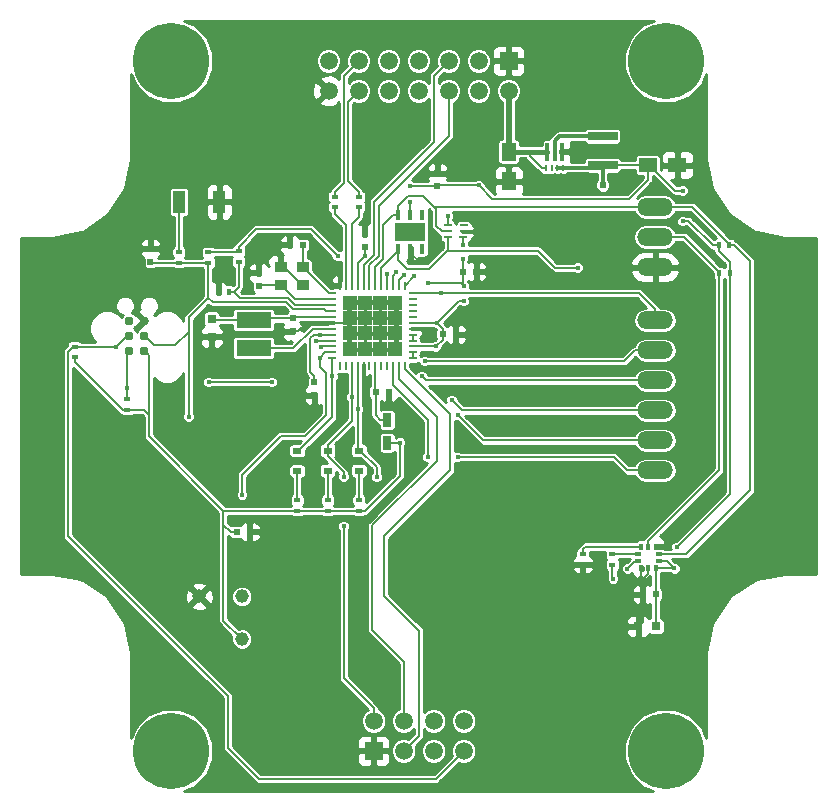
<source format=gbr>
G04 #@! TF.FileFunction,Copper,L1,Top,Signal*
%FSLAX46Y46*%
G04 Gerber Fmt 4.6, Leading zero omitted, Abs format (unit mm)*
G04 Created by KiCad (PCBNEW (2016-07-14 BZR 6979)-product) date Monday, September 04, 2017 'PMt' 06:56:32 PM*
%MOMM*%
%LPD*%
G01*
G04 APERTURE LIST*
%ADD10C,0.100000*%
%ADD11C,0.787400*%
%ADD12R,0.400000X0.600000*%
%ADD13R,0.600000X0.400000*%
%ADD14R,3.000000X1.400000*%
%ADD15R,1.498600X1.498600*%
%ADD16C,1.498600*%
%ADD17R,1.250000X1.500000*%
%ADD18R,1.500000X1.250000*%
%ADD19R,0.500000X0.600000*%
%ADD20R,0.600000X0.500000*%
%ADD21R,2.500000X0.750000*%
%ADD22R,0.250000X0.600000*%
%ADD23O,0.250000X0.600000*%
%ADD24R,0.300000X1.500000*%
%ADD25R,0.700000X0.250000*%
%ADD26R,0.250000X0.700000*%
%ADD27R,1.287500X1.287500*%
%ADD28R,0.800000X0.250000*%
%ADD29R,0.650000X0.250000*%
%ADD30R,0.450000X0.850000*%
%ADD31R,2.500000X1.600000*%
%ADD32R,1.000000X0.950000*%
%ADD33O,3.014980X1.506220*%
%ADD34R,0.800000X0.600000*%
%ADD35R,0.750000X1.200000*%
%ADD36C,6.451600*%
%ADD37R,0.800000X0.750000*%
%ADD38R,0.550000X0.400000*%
%ADD39R,0.400000X0.550000*%
%ADD40R,1.000000X1.900000*%
%ADD41C,1.158000*%
%ADD42R,1.510000X1.510000*%
%ADD43C,1.510000*%
%ADD44R,0.750000X0.800000*%
%ADD45C,0.406400*%
%ADD46C,0.609600*%
%ADD47C,0.406400*%
%ADD48C,0.203200*%
%ADD49C,0.508000*%
%ADD50C,0.304800*%
%ADD51C,0.125000*%
%ADD52C,0.254000*%
G04 APERTURE END LIST*
D10*
D11*
X103784400Y-96926400D03*
X103784400Y-95656400D03*
X103784400Y-94386400D03*
X102514400Y-94386400D03*
X102514400Y-95656400D03*
X102514400Y-96926400D03*
D12*
X110940000Y-91948000D03*
X110040000Y-91948000D03*
D13*
X111760000Y-88508000D03*
X111760000Y-89408000D03*
D14*
X113030000Y-96704000D03*
X113030000Y-94304000D03*
D15*
X134620000Y-72390000D03*
D16*
X134620000Y-74930000D03*
X132080000Y-72390000D03*
X132080000Y-74930000D03*
X129540000Y-72390000D03*
X129540000Y-74930000D03*
X127000000Y-72390000D03*
X127000000Y-74930000D03*
X124460000Y-72390000D03*
X124460000Y-74930000D03*
X121920000Y-72390000D03*
X121920000Y-74930000D03*
X119380000Y-72390000D03*
X119380000Y-74930000D03*
D13*
X121920000Y-84778000D03*
X121920000Y-83878000D03*
X119888000Y-84778000D03*
X119888000Y-83878000D03*
D17*
X134620000Y-80080800D03*
X134620000Y-82580800D03*
D18*
X146400200Y-81203800D03*
X148900200Y-81203800D03*
D19*
X122428000Y-88180000D03*
X122428000Y-87080000D03*
D20*
X129040800Y-95529400D03*
X130140800Y-95529400D03*
X117186800Y-87960200D03*
X116086800Y-87960200D03*
D19*
X118160800Y-99576800D03*
X118160800Y-100676800D03*
D20*
X123351200Y-100431600D03*
X124451200Y-100431600D03*
D19*
X113461800Y-91431200D03*
X113461800Y-90331200D03*
X116332000Y-94192000D03*
X116332000Y-95292000D03*
D20*
X130768000Y-90220800D03*
X131868000Y-90220800D03*
D19*
X128574800Y-82998400D03*
X128574800Y-81898400D03*
D21*
X142570200Y-81209600D03*
X142570200Y-78759600D03*
D22*
X137752200Y-81432400D03*
D23*
X138252200Y-81432400D03*
D24*
X137902200Y-80082400D03*
X138502200Y-80082400D03*
X139102200Y-80082400D03*
D23*
X138752200Y-81432400D03*
X139252200Y-81432400D03*
D25*
X119681600Y-92064600D03*
X119681600Y-92564600D03*
X119681600Y-93064600D03*
X119681600Y-93564600D03*
X119681600Y-94064600D03*
X119681600Y-94564600D03*
X119681600Y-95064600D03*
X119681600Y-95564600D03*
X119681600Y-96064600D03*
X119681600Y-96564600D03*
X119681600Y-97064600D03*
X119681600Y-97564600D03*
D26*
X120331600Y-98214600D03*
X120831600Y-98214600D03*
X121331600Y-98214600D03*
X121831600Y-98214600D03*
X122331600Y-98214600D03*
X122831600Y-98214600D03*
X123331600Y-98214600D03*
X123831600Y-98214600D03*
X124331600Y-98214600D03*
X124831600Y-98214600D03*
X125331600Y-98214600D03*
X125831600Y-98214600D03*
D25*
X126481600Y-97564600D03*
X126481600Y-97064600D03*
X126481600Y-96564600D03*
X126481600Y-96064600D03*
X126481600Y-95564600D03*
X126481600Y-95064600D03*
X126481600Y-94564600D03*
X126481600Y-94064600D03*
X126481600Y-93564600D03*
X126481600Y-93064600D03*
X126481600Y-92564600D03*
X126481600Y-92064600D03*
D26*
X125831600Y-91414600D03*
X125331600Y-91414600D03*
X124831600Y-91414600D03*
X124331600Y-91414600D03*
X123831600Y-91414600D03*
X123331600Y-91414600D03*
X122831600Y-91414600D03*
X122331600Y-91414600D03*
X121831600Y-91414600D03*
X121331600Y-91414600D03*
X120831600Y-91414600D03*
X120331600Y-91414600D03*
D27*
X125012850Y-96745850D03*
X125012850Y-95458350D03*
X125012850Y-94170850D03*
X125012850Y-92883350D03*
X123725350Y-96745850D03*
X123725350Y-95458350D03*
X123725350Y-94170850D03*
X123725350Y-92883350D03*
X122437850Y-96745850D03*
X122437850Y-95458350D03*
X122437850Y-94170850D03*
X122437850Y-92883350D03*
X121150350Y-96745850D03*
X121150350Y-95458350D03*
X121150350Y-94170850D03*
X121150350Y-92883350D03*
D28*
X130751235Y-87320865D03*
D29*
X130826235Y-86820865D03*
X130826235Y-86320865D03*
X129476235Y-86320865D03*
X129476235Y-86820865D03*
X129476235Y-87320865D03*
D30*
X125290435Y-88294065D03*
X126290435Y-88294065D03*
X127290435Y-88294065D03*
X127290435Y-85394065D03*
X126290435Y-85394065D03*
X125290435Y-85394065D03*
D31*
X126290435Y-86844065D03*
D32*
X117180800Y-89852200D03*
X115330800Y-89852200D03*
X115330800Y-91402200D03*
X117180800Y-91402200D03*
D33*
X147015200Y-84759800D03*
X147015200Y-87299800D03*
X147015200Y-89839800D03*
X147015200Y-94361000D03*
X147015200Y-96901000D03*
X147015200Y-99441000D03*
X147015200Y-101981000D03*
X147015200Y-104521000D03*
X147015200Y-107061000D03*
D34*
X116713000Y-105398200D03*
X116713000Y-107098200D03*
X119303800Y-105372800D03*
X119303800Y-107072800D03*
X121945400Y-105372800D03*
X121945400Y-107072800D03*
D13*
X116713000Y-109582800D03*
X116713000Y-110482800D03*
X119303800Y-109582800D03*
X119303800Y-110482800D03*
X121945400Y-109582800D03*
X121945400Y-110482800D03*
D12*
X152407200Y-88011000D03*
X153307200Y-88011000D03*
X153332600Y-90347800D03*
X152432600Y-90347800D03*
D35*
X124333000Y-102809000D03*
X124333000Y-104709000D03*
D36*
X147955000Y-130810000D03*
X147955000Y-72390000D03*
X106045000Y-72390000D03*
X106045000Y-130810000D03*
D37*
X147079400Y-120269000D03*
X145579400Y-120269000D03*
D20*
X147057200Y-117551200D03*
X145957200Y-117551200D03*
D13*
X102336600Y-101048400D03*
X102336600Y-101948400D03*
X97866200Y-97478000D03*
X97866200Y-96578000D03*
X140893800Y-115029400D03*
X140893800Y-114129400D03*
X143408400Y-115029400D03*
X143408400Y-114129400D03*
D38*
X147376400Y-114727000D03*
X147376400Y-114127000D03*
D39*
X147056400Y-113507000D03*
X146456400Y-113507000D03*
X145856400Y-113507000D03*
D38*
X145536400Y-114127000D03*
X145536400Y-114727000D03*
D39*
X145856400Y-115347000D03*
X146456400Y-115347000D03*
X147056400Y-115347000D03*
D19*
X104292400Y-89373800D03*
X104292400Y-88273800D03*
D13*
X109194600Y-88577000D03*
X109194600Y-89477000D03*
X106705400Y-89477000D03*
X106705400Y-88577000D03*
D40*
X110107200Y-84328000D03*
X106707200Y-84328000D03*
D20*
X111591000Y-112268000D03*
X112691000Y-112268000D03*
D41*
X108422000Y-117729000D03*
X112014000Y-121321000D03*
X112014000Y-117729000D03*
D42*
X123190000Y-130810000D03*
D43*
X123190000Y-128270000D03*
X125730000Y-130810000D03*
X125730000Y-128270000D03*
X128270000Y-130810000D03*
X128270000Y-128270000D03*
X130810000Y-130810000D03*
X130810000Y-128270000D03*
D44*
X109474000Y-94246000D03*
X109474000Y-95746000D03*
D45*
X109474000Y-97790000D03*
X108458000Y-95758000D03*
X115316000Y-95250000D03*
X110490000Y-89916000D03*
X117348000Y-100584000D03*
X119126000Y-90932000D03*
X140893800Y-116992400D03*
X148285200Y-112903000D03*
X130479800Y-78587600D03*
X130429000Y-81026000D03*
X127076200Y-89433400D03*
X140131800Y-80162400D03*
X125012850Y-92883350D03*
X123725350Y-92883350D03*
X122437850Y-92883350D03*
X121150350Y-92883350D03*
X121150350Y-94170850D03*
X122437850Y-94170850D03*
X125012850Y-94170850D03*
X123725350Y-94170850D03*
X123725350Y-95458350D03*
X122437850Y-95458350D03*
X121150350Y-95458350D03*
X121150350Y-96745850D03*
X122437850Y-96745850D03*
X123725350Y-96745850D03*
X125012850Y-96745850D03*
X125012850Y-95458350D03*
X131802235Y-86846265D03*
X131394200Y-95554800D03*
X127711200Y-95681800D03*
X120142000Y-88900000D03*
X127762000Y-91186000D03*
X130810000Y-92710000D03*
X130810000Y-91440000D03*
X148844000Y-113538000D03*
X118618000Y-95564600D03*
X122428000Y-88900000D03*
X125415000Y-104709000D03*
X149352000Y-85953600D03*
X143459200Y-116230400D03*
X148640800Y-115341400D03*
X149352000Y-83362800D03*
X130760835Y-89128600D03*
X126288800Y-82981800D03*
X132080000Y-82905600D03*
X128529200Y-94564600D03*
X128458800Y-96564600D03*
D46*
X142570200Y-82905600D03*
D45*
X126290435Y-84306265D03*
X130760835Y-87989265D03*
X124333000Y-90424000D03*
X125755400Y-90474800D03*
X107518200Y-102514400D03*
X101371400Y-96570800D03*
X118287800Y-96088200D03*
X102336600Y-100076000D03*
X109220000Y-99568000D03*
X114554000Y-99568000D03*
X118694200Y-96570800D03*
X140462000Y-89890600D03*
X128905000Y-92049600D03*
X129489200Y-85521800D03*
X126644400Y-90627200D03*
X125120400Y-90297000D03*
X119681600Y-99060000D03*
X127254000Y-99060000D03*
X121331600Y-100838000D03*
X129794000Y-101092000D03*
X120650000Y-111760000D03*
X120650000Y-107594400D03*
X121831600Y-101854000D03*
X130302000Y-102362000D03*
X123444000Y-107619800D03*
X130302000Y-105918000D03*
X127762000Y-105918000D03*
X144678400Y-115366800D03*
X118618000Y-97536000D03*
X127508000Y-97790000D03*
X112039400Y-109118400D03*
D47*
X137902200Y-80082400D02*
X136423400Y-80082400D01*
X136423400Y-80082400D02*
X134621600Y-80082400D01*
D48*
X137752200Y-81432400D02*
X137424000Y-81432400D01*
X137424000Y-81432400D02*
X136423400Y-80431800D01*
X136423400Y-80431800D02*
X136423400Y-80082400D01*
X134621600Y-80082400D02*
X134620000Y-80080800D01*
D49*
X134620000Y-74930000D02*
X134620000Y-80080800D01*
D48*
X137900600Y-80080800D02*
X137902200Y-80082400D01*
X109474000Y-95746000D02*
X109474000Y-97790000D01*
X109474000Y-95746000D02*
X108470000Y-95746000D01*
X108470000Y-95746000D02*
X108458000Y-95758000D01*
X116332000Y-95292000D02*
X115358000Y-95292000D01*
X115358000Y-95292000D02*
X115316000Y-95250000D01*
X119681600Y-94564600D02*
X117512600Y-94564600D01*
X117512600Y-94564600D02*
X116785200Y-95292000D01*
X116785200Y-95292000D02*
X116332000Y-95292000D01*
X110040000Y-91948000D02*
X110040000Y-90366000D01*
X110040000Y-90366000D02*
X110490000Y-89916000D01*
X119681600Y-94564600D02*
X120756600Y-94564600D01*
X120756600Y-94564600D02*
X121150350Y-94170850D01*
X118160800Y-100676800D02*
X117440800Y-100676800D01*
X117440800Y-100676800D02*
X117348000Y-100584000D01*
X120331600Y-91414600D02*
X119608600Y-91414600D01*
X119608600Y-91414600D02*
X119126000Y-90932000D01*
X140893800Y-115029400D02*
X140893800Y-116992400D01*
X147056400Y-113507000D02*
X147681200Y-113507000D01*
X147681200Y-113507000D02*
X148285200Y-112903000D01*
X145957200Y-117551200D02*
X145957200Y-119891200D01*
X145957200Y-119891200D02*
X145579400Y-120269000D01*
X145856400Y-115347000D02*
X145856400Y-116535200D01*
X145856400Y-116535200D02*
X145856400Y-117450400D01*
X146456400Y-115347000D02*
X146456400Y-115825200D01*
X146456400Y-115825200D02*
X145856400Y-116425200D01*
X145856400Y-116425200D02*
X145856400Y-116535200D01*
X145856400Y-117450400D02*
X145957200Y-117551200D01*
X128574800Y-81898400D02*
X129556600Y-81898400D01*
X129556600Y-81898400D02*
X130429000Y-81026000D01*
X126290435Y-88294065D02*
X126290435Y-88647635D01*
X126290435Y-88647635D02*
X127076200Y-89433400D01*
X115330800Y-89852200D02*
X115605800Y-89852200D01*
X115605800Y-89852200D02*
X117155800Y-91402200D01*
X117155800Y-91402200D02*
X117180800Y-91402200D01*
X139102200Y-80082400D02*
X140051800Y-80082400D01*
X140051800Y-80082400D02*
X140131800Y-80162400D01*
X125012850Y-94170850D02*
X125012850Y-95458350D01*
X125012850Y-92883350D02*
X125012850Y-94170850D01*
X123725350Y-92883350D02*
X123725350Y-94170850D01*
X122437850Y-92883350D02*
X123725350Y-92883350D01*
X121150350Y-92883350D02*
X122437850Y-92883350D01*
X121150350Y-94170850D02*
X121150350Y-92883350D01*
X121150350Y-94170850D02*
X122437850Y-94170850D01*
X121150350Y-94170850D02*
X121150350Y-95458350D01*
X121150350Y-95458350D02*
X122437850Y-95458350D01*
X122437850Y-94170850D02*
X122437850Y-95458350D01*
X123725350Y-95458350D02*
X122437850Y-95458350D01*
X123725350Y-95458350D02*
X125012850Y-95458350D01*
X123725350Y-96745850D02*
X123725350Y-95458350D01*
X123725350Y-96745850D02*
X125012850Y-96745850D01*
X122437850Y-96745850D02*
X123725350Y-96745850D01*
X121150350Y-96745850D02*
X122437850Y-96745850D01*
X130826235Y-86820865D02*
X131776835Y-86820865D01*
X131776835Y-86820865D02*
X131802235Y-86846265D01*
X130140800Y-95529400D02*
X131368800Y-95529400D01*
X131368800Y-95529400D02*
X131394200Y-95554800D01*
X126481600Y-95064600D02*
X127094000Y-95064600D01*
X127094000Y-95064600D02*
X127711200Y-95681800D01*
X111760000Y-88508000D02*
X111760000Y-88104800D01*
X111760000Y-88104800D02*
X113250800Y-86614000D01*
X113250800Y-86614000D02*
X117856000Y-86614000D01*
X109194600Y-88577000D02*
X111691000Y-88577000D01*
X111691000Y-88577000D02*
X111760000Y-88508000D01*
X117856000Y-86614000D02*
X120142000Y-88900000D01*
X127762000Y-91186000D02*
X130556000Y-91186000D01*
X130556000Y-91186000D02*
X130810000Y-91440000D01*
X130810000Y-92710000D02*
X130383800Y-92710000D01*
X130383800Y-92710000D02*
X128529200Y-94564600D01*
X130768000Y-90220800D02*
X130768000Y-91398000D01*
X130768000Y-91398000D02*
X130810000Y-91440000D01*
X153332600Y-90347800D02*
X153332600Y-109049400D01*
X153332600Y-109049400D02*
X148844000Y-113538000D01*
X144780000Y-84074000D02*
X146400200Y-82453800D01*
X146400200Y-82453800D02*
X146400200Y-81203800D01*
X133248400Y-84074000D02*
X144780000Y-84074000D01*
X132080000Y-82905600D02*
X133248400Y-84074000D01*
X119681600Y-95564600D02*
X118618000Y-95564600D01*
X118618000Y-95564600D02*
X118134742Y-95564600D01*
X117830599Y-95868743D02*
X117830599Y-97790000D01*
X118160800Y-99073600D02*
X117830599Y-98743399D01*
X117830599Y-97790000D02*
X117830599Y-98272599D01*
X118160800Y-99576800D02*
X118160800Y-99073600D01*
X117830599Y-98743399D02*
X117830599Y-97790000D01*
X118134742Y-95564600D02*
X117830599Y-95868743D01*
X122428000Y-88900000D02*
X121831600Y-89496400D01*
X121831600Y-89496400D02*
X121831600Y-91414600D01*
X122428000Y-88180000D02*
X122428000Y-88900000D01*
X97866200Y-97881200D02*
X101933400Y-101948400D01*
X101933400Y-101948400D02*
X102336600Y-101948400D01*
X102336600Y-101948400D02*
X103777200Y-101948400D01*
X103777200Y-101948400D02*
X104165400Y-102336600D01*
X122448600Y-110482800D02*
X125415000Y-107516400D01*
X125415000Y-107516400D02*
X125415000Y-104709000D01*
X110467800Y-119774800D02*
X110467800Y-111633000D01*
X110467800Y-111633000D02*
X110467800Y-110482800D01*
X111591000Y-112268000D02*
X111087800Y-112268000D01*
X111087800Y-112268000D02*
X110467800Y-111648000D01*
X110467800Y-111648000D02*
X110467800Y-111633000D01*
X112014000Y-121321000D02*
X110467800Y-119774800D01*
X152407200Y-88011000D02*
X151892000Y-88011000D01*
X149352000Y-85953600D02*
X149834600Y-85953600D01*
X149834600Y-85953600D02*
X151892000Y-88011000D01*
X104165400Y-104180400D02*
X104165400Y-102336600D01*
X104165400Y-102336600D02*
X104165400Y-101523800D01*
X116713000Y-110482800D02*
X110467800Y-110482800D01*
X110467800Y-110482800D02*
X104165400Y-104180400D01*
X143408400Y-115029400D02*
X143408400Y-116179600D01*
X143408400Y-116179600D02*
X143459200Y-116230400D01*
X147376400Y-114727000D02*
X148026400Y-114727000D01*
X148026400Y-114727000D02*
X148640800Y-115341400D01*
X147056400Y-115347000D02*
X148635200Y-115347000D01*
X148635200Y-115347000D02*
X148640800Y-115341400D01*
X147057200Y-117551200D02*
X147057200Y-120246800D01*
X147057200Y-120246800D02*
X147079400Y-120269000D01*
X147056400Y-115347000D02*
X147056400Y-117550400D01*
X147056400Y-117550400D02*
X147057200Y-117551200D01*
X146525200Y-81203800D02*
X148684200Y-83362800D01*
X148684200Y-83362800D02*
X149352000Y-83362800D01*
X152407200Y-88011000D02*
X152407200Y-88514200D01*
X152407200Y-88514200D02*
X153332600Y-89439600D01*
X153332600Y-89439600D02*
X153332600Y-90347800D01*
X97866200Y-97478000D02*
X97866200Y-97881200D01*
X125415000Y-104709000D02*
X124333000Y-104709000D01*
X146400200Y-81203800D02*
X146525200Y-81203800D01*
X142570200Y-81209600D02*
X146394400Y-81209600D01*
X146394400Y-81209600D02*
X146400200Y-81203800D01*
X130760835Y-89128600D02*
X130760835Y-90213635D01*
X130760835Y-90213635D02*
X130768000Y-90220800D01*
X153307200Y-90322400D02*
X153332600Y-90347800D01*
X116713000Y-110482800D02*
X119303800Y-110482800D01*
X121945400Y-110482800D02*
X119303800Y-110482800D01*
X121945400Y-110482800D02*
X122448600Y-110482800D01*
X116738400Y-110508200D02*
X116713000Y-110482800D01*
X119372800Y-110577200D02*
X119303800Y-110508200D01*
X122045400Y-110577200D02*
X121945400Y-110577200D01*
X126288800Y-82981800D02*
X128558200Y-82981800D01*
X128558200Y-82981800D02*
X128574800Y-82998400D01*
X132080000Y-82905600D02*
X128667600Y-82905600D01*
X128667600Y-82905600D02*
X128574800Y-82998400D01*
X103784400Y-96926400D02*
X104178099Y-97320099D01*
X104178099Y-97320099D02*
X104178099Y-101511101D01*
X104178099Y-101511101D02*
X104165400Y-101523800D01*
D50*
X142570200Y-81209600D02*
X142570200Y-82905600D01*
X139252200Y-81432400D02*
X142347400Y-81432400D01*
X142347400Y-81432400D02*
X142570200Y-81209600D01*
D48*
X146191200Y-81209600D02*
X146197000Y-81203800D01*
D50*
X138752200Y-81432400D02*
X139252200Y-81432400D01*
D48*
X126290435Y-85394065D02*
X126290435Y-84306265D01*
X130751235Y-87320865D02*
X130751235Y-87979665D01*
X130751235Y-87979665D02*
X130760835Y-87989265D01*
X124331600Y-91414600D02*
X124331600Y-90425400D01*
X124331600Y-90425400D02*
X124333000Y-90424000D01*
X126481600Y-94564600D02*
X128529200Y-94564600D01*
X128529200Y-94564600D02*
X129040800Y-95076200D01*
X129040800Y-95076200D02*
X129040800Y-95529400D01*
X126481600Y-96564600D02*
X128458800Y-96564600D01*
X128458800Y-96564600D02*
X129040800Y-95982600D01*
X129040800Y-95982600D02*
X129040800Y-95529400D01*
X117180800Y-89852200D02*
X117205800Y-89852200D01*
X117205800Y-89852200D02*
X119418200Y-92064600D01*
X119418200Y-92064600D02*
X119681600Y-92064600D01*
X117180800Y-89852200D02*
X117365600Y-89852200D01*
X117186800Y-87960200D02*
X117186800Y-89846200D01*
X115330800Y-91402200D02*
X115355800Y-91402200D01*
X115355800Y-91402200D02*
X116518200Y-92564600D01*
X116518200Y-92564600D02*
X116950000Y-92564600D01*
X119681600Y-92564600D02*
X116950000Y-92564600D01*
X115330800Y-91402200D02*
X113490800Y-91402200D01*
D50*
X138502200Y-80082400D02*
X138502200Y-79129200D01*
X141117000Y-78759600D02*
X142570200Y-78759600D01*
X138502200Y-79129200D02*
X138871800Y-78759600D01*
X138871800Y-78759600D02*
X141117000Y-78759600D01*
D48*
X128270000Y-73660000D02*
X128270000Y-74930000D01*
X128270000Y-74930000D02*
X128270000Y-76200000D01*
X123190000Y-84328000D02*
X128270000Y-79248000D01*
X128270000Y-79248000D02*
X128270000Y-74930000D01*
X123190000Y-88828882D02*
X123190000Y-84328000D01*
X122331600Y-91414600D02*
X122331600Y-89687282D01*
X122331600Y-89687282D02*
X123190000Y-88828882D01*
X129540000Y-72390000D02*
X128270000Y-73660000D01*
X129540000Y-74930000D02*
X129540000Y-77724000D01*
X129540000Y-77724000D02*
X129540000Y-77749400D01*
X123621790Y-84658210D02*
X129540000Y-78740000D01*
X129540000Y-78740000D02*
X129540000Y-77724000D01*
X122831600Y-89690190D02*
X123621790Y-88900000D01*
X123621790Y-88900000D02*
X123621790Y-84658210D01*
X122831600Y-91414600D02*
X122831600Y-89690190D01*
X125331600Y-91414600D02*
X125331600Y-90898600D01*
X125331600Y-90898600D02*
X125755400Y-90474800D01*
X120650000Y-73660000D02*
X120650000Y-82712800D01*
X120650000Y-82712800D02*
X119888000Y-83474800D01*
X119888000Y-83474800D02*
X119888000Y-83878000D01*
X121920000Y-72390000D02*
X120650000Y-73660000D01*
D51*
X121615000Y-72695000D02*
X121920000Y-72390000D01*
D48*
X121005610Y-82560410D02*
X121005610Y-75844390D01*
X121005610Y-75844390D02*
X121920000Y-74930000D01*
X121920000Y-83878000D02*
X121920000Y-83474800D01*
X121920000Y-83474800D02*
X121005610Y-82560410D01*
D51*
X121920000Y-75235000D02*
X121920000Y-74930000D01*
D48*
X107518200Y-95325948D02*
X107518200Y-94107000D01*
X107518200Y-94107000D02*
X109194600Y-92430600D01*
X109575610Y-92811610D02*
X109194600Y-92430600D01*
X109194600Y-92430600D02*
X109194600Y-89477000D01*
X115759394Y-92811610D02*
X109575610Y-92811610D01*
X116367993Y-93420209D02*
X115759394Y-92811610D01*
X119681600Y-93564600D02*
X119128400Y-93564600D01*
X119128400Y-93564600D02*
X118984010Y-93420210D01*
X118984010Y-93420210D02*
X116367993Y-93420209D01*
X107518200Y-95325948D02*
X107518200Y-102514400D01*
X107518200Y-95325948D02*
X106381297Y-96462851D01*
X106705400Y-89477000D02*
X104395600Y-89477000D01*
X104395600Y-89477000D02*
X104292400Y-89373800D01*
X106705400Y-89477000D02*
X109194600Y-89477000D01*
X104590851Y-96462851D02*
X104178099Y-96050099D01*
X106381297Y-96462851D02*
X104590851Y-96462851D01*
X104178099Y-96050099D02*
X103784400Y-95656400D01*
X97312199Y-109753400D02*
X97312199Y-112628399D01*
X97312199Y-112628399D02*
X110871000Y-126187200D01*
X128447800Y-133172200D02*
X130810000Y-130810000D01*
X110871000Y-126187200D02*
X110871000Y-130581400D01*
X110871000Y-130581400D02*
X113461800Y-133172200D01*
X113461800Y-133172200D02*
X128447800Y-133172200D01*
X97312199Y-109753400D02*
X97312199Y-109935999D01*
X97312199Y-97032001D02*
X97312199Y-109753400D01*
X97866200Y-96578000D02*
X97766200Y-96578000D01*
X97766200Y-96578000D02*
X97312199Y-97032001D01*
X97866200Y-96578000D02*
X101364200Y-96578000D01*
X101364200Y-96578000D02*
X101371400Y-96570800D01*
X102514400Y-95656400D02*
X102285800Y-95656400D01*
X102285800Y-95656400D02*
X101371400Y-96570800D01*
X119681600Y-96064600D02*
X118311400Y-96064600D01*
X118311400Y-96064600D02*
X118287800Y-96088200D01*
X102336600Y-101048400D02*
X102336600Y-100076000D01*
X102336600Y-100076000D02*
X102336600Y-97104200D01*
X114554000Y-99568000D02*
X109220000Y-99568000D01*
X102336600Y-97104200D02*
X102514400Y-96926400D01*
X102311200Y-101023000D02*
X102336600Y-101048400D01*
X119681600Y-96564600D02*
X118700400Y-96564600D01*
X118700400Y-96564600D02*
X118694200Y-96570800D01*
X152432600Y-106857800D02*
X152432600Y-90347800D01*
X147015200Y-87299800D02*
X149484600Y-87299800D01*
X149484600Y-87299800D02*
X152432600Y-90247800D01*
X152432600Y-90247800D02*
X152432600Y-90347800D01*
X147853400Y-111631800D02*
X152432600Y-107052600D01*
X146456400Y-113028800D02*
X147853400Y-111631800D01*
X146456400Y-113507000D02*
X146456400Y-113028800D01*
X138575068Y-89890600D02*
X140462000Y-89890600D01*
X126009400Y-89966800D02*
X127914400Y-89966800D01*
X125290435Y-88294065D02*
X125290435Y-89247835D01*
X125290435Y-89247835D02*
X126009400Y-89966800D01*
X123831600Y-91414600D02*
X123831600Y-89952900D01*
X123831600Y-89952900D02*
X125290435Y-88494065D01*
X125290435Y-88494065D02*
X125290435Y-88294065D01*
X138575068Y-89890600D02*
X137130934Y-88446466D01*
X129434734Y-88446466D02*
X133248400Y-88446466D01*
X133248400Y-88446466D02*
X137130934Y-88446466D01*
X133274634Y-88446466D02*
X133248400Y-88446466D01*
X129476235Y-87320865D02*
X129476235Y-88404965D01*
X129476235Y-88404965D02*
X129434734Y-88446466D01*
X127914400Y-89966800D02*
X129434734Y-88446466D01*
X129276235Y-87320865D02*
X129476235Y-87320865D01*
X152432600Y-107052600D02*
X152432600Y-106857800D01*
X153307200Y-88011000D02*
X153710400Y-88011000D01*
X150156000Y-84759800D02*
X153307200Y-87911000D01*
X153307200Y-87911000D02*
X153307200Y-88011000D01*
X153710400Y-88011000D02*
X155067000Y-89367600D01*
X155067000Y-108712000D02*
X149652000Y-114127000D01*
X155067000Y-89367600D02*
X155067000Y-108712000D01*
X149652000Y-114127000D02*
X147376400Y-114127000D01*
X147015200Y-84759800D02*
X150156000Y-84759800D01*
X139044570Y-84759800D02*
X144907000Y-84759800D01*
X144907000Y-84759800D02*
X147015200Y-84759800D01*
X127359264Y-83849064D02*
X128270000Y-84759800D01*
X128270000Y-84759800D02*
X132969000Y-84759800D01*
X132969000Y-84759800D02*
X139044570Y-84759800D01*
X128474835Y-86347665D02*
X128474835Y-84964635D01*
X128474835Y-84964635D02*
X128270000Y-84759800D01*
X125290435Y-85394065D02*
X125290435Y-84629607D01*
X125290435Y-84629607D02*
X126070978Y-83849064D01*
X126070978Y-83849064D02*
X127359264Y-83849064D01*
X123977400Y-89154000D02*
X123977400Y-86278900D01*
X123977400Y-86278900D02*
X124862235Y-85394065D01*
X124862235Y-85394065D02*
X125290435Y-85394065D01*
X123331600Y-89799800D02*
X123977400Y-89154000D01*
X123331600Y-91414600D02*
X123331600Y-89799800D01*
X129476235Y-86820865D02*
X128948035Y-86820865D01*
X128948035Y-86820865D02*
X128474835Y-86347665D01*
X123351200Y-100431600D02*
X123351200Y-102405400D01*
X123351200Y-102405400D02*
X123754800Y-102809000D01*
X123754800Y-102809000D02*
X124333000Y-102809000D01*
X123331600Y-98214600D02*
X123331600Y-100412000D01*
X123331600Y-100412000D02*
X123351200Y-100431600D01*
X118041400Y-95064600D02*
X116402000Y-96704000D01*
X116402000Y-96704000D02*
X113030000Y-96704000D01*
X119681600Y-95064600D02*
X118041400Y-95064600D01*
X113030000Y-94304000D02*
X109532000Y-94304000D01*
X109532000Y-94304000D02*
X109474000Y-94246000D01*
X116332000Y-94192000D02*
X113142000Y-94192000D01*
X113142000Y-94192000D02*
X113030000Y-94304000D01*
X119681600Y-94064600D02*
X116459400Y-94064600D01*
X116459400Y-94064600D02*
X116332000Y-94192000D01*
X128905000Y-92049600D02*
X145660110Y-92049600D01*
X145660110Y-92049600D02*
X147015200Y-93404690D01*
X147015200Y-93404690D02*
X147015200Y-94361000D01*
X128905000Y-92049600D02*
X126496600Y-92049600D01*
X126496600Y-92049600D02*
X126481600Y-92064600D01*
X129476235Y-86320865D02*
X129476235Y-85534765D01*
X129476235Y-85534765D02*
X129489200Y-85521800D01*
X126644400Y-90627200D02*
X126619000Y-90627200D01*
X126619000Y-90627200D02*
X125831600Y-91414600D01*
X124831600Y-91414600D02*
X124831600Y-90585800D01*
X124831600Y-90585800D02*
X125120400Y-90297000D01*
X119681600Y-97564600D02*
X119681600Y-99060000D01*
X119681600Y-99060000D02*
X119681600Y-102529600D01*
X147015200Y-99441000D02*
X127635000Y-99441000D01*
X127635000Y-99441000D02*
X127254000Y-99060000D01*
X119681600Y-102529600D02*
X116813000Y-105398200D01*
X116813000Y-105398200D02*
X116713000Y-105398200D01*
X119681600Y-97564600D02*
X119456600Y-97564600D01*
X116713000Y-109582800D02*
X116713000Y-107098200D01*
X121331600Y-102841800D02*
X121331600Y-100838000D01*
X121331600Y-100838000D02*
X121331600Y-98767800D01*
X147015200Y-101981000D02*
X130683000Y-101981000D01*
X130683000Y-101981000D02*
X129794000Y-101092000D01*
X120650000Y-111760000D02*
X120650000Y-120523000D01*
X120650000Y-120523000D02*
X120650000Y-120650000D01*
X123190000Y-128270000D02*
X123190000Y-127202269D01*
X120650000Y-124662269D02*
X120650000Y-120523000D01*
X123190000Y-127202269D02*
X120650000Y-124662269D01*
X119303800Y-105372800D02*
X119303800Y-105876000D01*
X119303800Y-105876000D02*
X120650000Y-107222200D01*
X120650000Y-107222200D02*
X120650000Y-107594400D01*
X119303800Y-105372800D02*
X119303800Y-104869600D01*
X119303800Y-104869600D02*
X121331600Y-102841800D01*
X121331600Y-98767800D02*
X121331600Y-98214600D01*
X119303800Y-109582800D02*
X119303800Y-107072800D01*
X119303800Y-107072800D02*
X119303800Y-107576000D01*
X121831600Y-98214600D02*
X121831600Y-101854000D01*
X121831600Y-101854000D02*
X121831600Y-105259000D01*
X147015200Y-104521000D02*
X132461000Y-104521000D01*
X132461000Y-104521000D02*
X130302000Y-102362000D01*
X121945400Y-105372800D02*
X122045400Y-105372800D01*
X122045400Y-105372800D02*
X123444000Y-106771400D01*
X123444000Y-106771400D02*
X123444000Y-107619800D01*
X121831600Y-105259000D02*
X121945400Y-105372800D01*
X121945400Y-109582800D02*
X121945400Y-109179600D01*
X121945400Y-109179600D02*
X121945400Y-107072800D01*
X125831600Y-98214600D02*
X125831600Y-98439600D01*
X129667000Y-102275000D02*
X129667000Y-107061000D01*
X125831600Y-98439600D02*
X129667000Y-102275000D01*
X129667000Y-107061000D02*
X124079000Y-112649000D01*
X124079000Y-112649000D02*
X124079000Y-117678200D01*
X124079000Y-117678200D02*
X127025400Y-120624600D01*
X127025400Y-120624600D02*
X127025400Y-129514600D01*
X127025400Y-129514600D02*
X125730000Y-130810000D01*
X125331600Y-98214600D02*
X125331600Y-99347400D01*
X125331600Y-99347400D02*
X128549400Y-102565200D01*
X128549400Y-102565200D02*
X128549400Y-106222800D01*
X123063000Y-120573800D02*
X125730000Y-123240800D01*
X128549400Y-106222800D02*
X123063000Y-111709200D01*
X123063000Y-111709200D02*
X123063000Y-120573800D01*
X125730000Y-123240800D02*
X125730000Y-128270000D01*
X140843000Y-114180200D02*
X140893800Y-114129400D01*
X145856400Y-113507000D02*
X141113000Y-113507000D01*
X141113000Y-113507000D02*
X140893800Y-113726200D01*
X140893800Y-113726200D02*
X140893800Y-114129400D01*
X145536400Y-114127000D02*
X143410800Y-114127000D01*
X143410800Y-114127000D02*
X143408400Y-114129400D01*
X143510000Y-105918000D02*
X144653000Y-107061000D01*
X144653000Y-107061000D02*
X147015200Y-107061000D01*
X130302000Y-105918000D02*
X143510000Y-105918000D01*
X127787400Y-102760598D02*
X127787400Y-105892600D01*
X127787400Y-105892600D02*
X127762000Y-105918000D01*
X124831600Y-98214600D02*
X124831600Y-99804798D01*
X124831600Y-99804798D02*
X127787400Y-102760598D01*
X127787400Y-102760598D02*
X127787400Y-102768400D01*
X145536400Y-114727000D02*
X145318200Y-114727000D01*
X145318200Y-114727000D02*
X144678400Y-115366800D01*
X112014000Y-107442000D02*
X112039400Y-107467400D01*
X112039400Y-107467400D02*
X112039400Y-109118400D01*
X115316000Y-104140000D02*
X112014000Y-107442000D01*
X117348000Y-104140000D02*
X115316000Y-104140000D01*
X119126000Y-102362000D02*
X117348000Y-104140000D01*
X119126000Y-98806000D02*
X119126000Y-102362000D01*
X118618000Y-98298000D02*
X119126000Y-98806000D01*
X118618000Y-97536000D02*
X118618000Y-98298000D01*
X119681600Y-97064600D02*
X119089400Y-97064600D01*
X119089400Y-97064600D02*
X118618000Y-97536000D01*
X147015200Y-96901000D02*
X145304510Y-96901000D01*
X145304510Y-96901000D02*
X144415510Y-97790000D01*
X144415510Y-97790000D02*
X127508000Y-97790000D01*
X126481600Y-97064600D02*
X126481600Y-97564600D01*
X126481600Y-95564600D02*
X126481600Y-96064600D01*
X106707200Y-84328000D02*
X106707200Y-88575200D01*
X106707200Y-88575200D02*
X106705400Y-88577000D01*
X121331600Y-86186400D02*
X121920000Y-85598000D01*
X121920000Y-85598000D02*
X121920000Y-84778000D01*
X121331600Y-91414600D02*
X121331600Y-86186400D01*
X120831600Y-86287600D02*
X119888000Y-85344000D01*
X119888000Y-85344000D02*
X119888000Y-84778000D01*
X120831600Y-91414600D02*
X120831600Y-86287600D01*
X115906692Y-92456000D02*
X111851200Y-92456000D01*
X111760000Y-89408000D02*
X111760000Y-91531200D01*
X111760000Y-91531200D02*
X111343200Y-91948000D01*
X110940000Y-91948000D02*
X111343200Y-91948000D01*
X111343200Y-91948000D02*
X111851200Y-92456000D01*
X119681600Y-93064600D02*
X116515292Y-93064600D01*
X116515292Y-93064600D02*
X115906692Y-92456000D01*
X119680600Y-93065600D02*
X119681600Y-93064600D01*
D52*
G36*
X145943319Y-69373612D02*
X144942128Y-70373058D01*
X144399619Y-71679565D01*
X144398384Y-73094229D01*
X144938612Y-74401681D01*
X145938058Y-75402872D01*
X147244565Y-75945381D01*
X148659229Y-75946616D01*
X149966681Y-75406388D01*
X150967872Y-74406942D01*
X151359800Y-73463074D01*
X151359800Y-80645000D01*
X151367586Y-80684143D01*
X151367586Y-80724051D01*
X151850951Y-83154090D01*
X151850951Y-83154091D01*
X151857322Y-83169471D01*
X151911453Y-83300156D01*
X151911454Y-83300157D01*
X153287961Y-85360245D01*
X153399755Y-85472039D01*
X155459842Y-86848546D01*
X155459843Y-86848547D01*
X155605909Y-86909049D01*
X158035949Y-87392414D01*
X158075857Y-87392414D01*
X158115000Y-87400200D01*
X160630800Y-87400200D01*
X160630800Y-115799800D01*
X158115000Y-115799800D01*
X158075857Y-115807586D01*
X158035949Y-115807586D01*
X155605909Y-116290951D01*
X155459843Y-116351453D01*
X153399755Y-117727961D01*
X153287961Y-117839755D01*
X151911454Y-119899843D01*
X151911453Y-119899844D01*
X151850951Y-120045910D01*
X151367586Y-122475949D01*
X151367586Y-122515857D01*
X151359800Y-122555000D01*
X151359800Y-129738348D01*
X150971388Y-128798319D01*
X149971942Y-127797128D01*
X148665435Y-127254619D01*
X147250771Y-127253384D01*
X145943319Y-127793612D01*
X144942128Y-128793058D01*
X144399619Y-130099565D01*
X144398384Y-131514229D01*
X144938612Y-132821681D01*
X145938058Y-133822872D01*
X146881926Y-134214800D01*
X107116652Y-134214800D01*
X108056681Y-133826388D01*
X109057872Y-132826942D01*
X109600381Y-131520435D01*
X109601616Y-130105771D01*
X109061388Y-128798319D01*
X108061942Y-127797128D01*
X106755435Y-127254619D01*
X105340771Y-127253384D01*
X104033319Y-127793612D01*
X103032128Y-128793058D01*
X102640200Y-129736926D01*
X102640200Y-122555000D01*
X102632414Y-122515857D01*
X102632414Y-122475949D01*
X102149049Y-120045909D01*
X102088547Y-119899843D01*
X100712039Y-117839755D01*
X100600245Y-117727961D01*
X98540157Y-116351454D01*
X98540156Y-116351453D01*
X98454593Y-116316012D01*
X98394091Y-116290951D01*
X98394090Y-116290951D01*
X95964051Y-115807586D01*
X95924143Y-115807586D01*
X95885000Y-115799800D01*
X93369200Y-115799800D01*
X93369200Y-97032001D01*
X96880399Y-97032001D01*
X96880399Y-112628399D01*
X96913268Y-112793642D01*
X96959984Y-112863558D01*
X97006870Y-112933728D01*
X110439200Y-126366058D01*
X110439200Y-130581400D01*
X110472069Y-130746643D01*
X110514403Y-130810000D01*
X110565671Y-130886729D01*
X113156469Y-133477526D01*
X113156471Y-133477529D01*
X113296557Y-133571131D01*
X113461800Y-133604000D01*
X128447800Y-133604000D01*
X128613043Y-133571131D01*
X128753129Y-133477529D01*
X130411212Y-131819446D01*
X130593193Y-131895011D01*
X131024913Y-131895388D01*
X131423913Y-131730524D01*
X131729451Y-131425519D01*
X131895011Y-131026807D01*
X131895388Y-130595087D01*
X131730524Y-130196087D01*
X131425519Y-129890549D01*
X131026807Y-129724989D01*
X130595087Y-129724612D01*
X130196087Y-129889476D01*
X129890549Y-130194481D01*
X129724989Y-130593193D01*
X129724612Y-131024913D01*
X129800578Y-131208764D01*
X128268942Y-132740400D01*
X113640657Y-132740400D01*
X111996008Y-131095750D01*
X121800000Y-131095750D01*
X121800000Y-131691310D01*
X121896673Y-131924699D01*
X122075302Y-132103327D01*
X122308691Y-132200000D01*
X122904250Y-132200000D01*
X123063000Y-132041250D01*
X123063000Y-130937000D01*
X123317000Y-130937000D01*
X123317000Y-132041250D01*
X123475750Y-132200000D01*
X124071309Y-132200000D01*
X124304698Y-132103327D01*
X124483327Y-131924699D01*
X124580000Y-131691310D01*
X124580000Y-131095750D01*
X124421250Y-130937000D01*
X123317000Y-130937000D01*
X123063000Y-130937000D01*
X121958750Y-130937000D01*
X121800000Y-131095750D01*
X111996008Y-131095750D01*
X111302800Y-130402542D01*
X111302800Y-129928690D01*
X121800000Y-129928690D01*
X121800000Y-130524250D01*
X121958750Y-130683000D01*
X123063000Y-130683000D01*
X123063000Y-129578750D01*
X123317000Y-129578750D01*
X123317000Y-130683000D01*
X124421250Y-130683000D01*
X124580000Y-130524250D01*
X124580000Y-129928690D01*
X124483327Y-129695301D01*
X124304698Y-129516673D01*
X124071309Y-129420000D01*
X123475750Y-129420000D01*
X123317000Y-129578750D01*
X123063000Y-129578750D01*
X122904250Y-129420000D01*
X122308691Y-129420000D01*
X122075302Y-129516673D01*
X121896673Y-129695301D01*
X121800000Y-129928690D01*
X111302800Y-129928690D01*
X111302800Y-126187200D01*
X111269931Y-126021957D01*
X111176329Y-125881871D01*
X103870950Y-118576492D01*
X107754114Y-118576492D01*
X107801034Y-118799752D01*
X108258062Y-118955879D01*
X108740047Y-118925225D01*
X109042966Y-118799752D01*
X109089886Y-118576492D01*
X108422000Y-117908605D01*
X107754114Y-118576492D01*
X103870950Y-118576492D01*
X102859520Y-117565062D01*
X107195121Y-117565062D01*
X107225775Y-118047047D01*
X107351248Y-118349966D01*
X107574508Y-118396886D01*
X108242395Y-117729000D01*
X108601605Y-117729000D01*
X109269492Y-118396886D01*
X109492752Y-118349966D01*
X109648879Y-117892938D01*
X109618225Y-117410953D01*
X109492752Y-117108034D01*
X109269492Y-117061114D01*
X108601605Y-117729000D01*
X108242395Y-117729000D01*
X107574508Y-117061114D01*
X107351248Y-117108034D01*
X107195121Y-117565062D01*
X102859520Y-117565062D01*
X102175966Y-116881508D01*
X107754114Y-116881508D01*
X108422000Y-117549395D01*
X109089886Y-116881508D01*
X109042966Y-116658248D01*
X108585938Y-116502121D01*
X108103953Y-116532775D01*
X107801034Y-116658248D01*
X107754114Y-116881508D01*
X102175966Y-116881508D01*
X97743999Y-112449541D01*
X97743999Y-98369657D01*
X101628069Y-102253726D01*
X101628071Y-102253729D01*
X101752097Y-102336600D01*
X101768157Y-102347331D01*
X101773042Y-102348303D01*
X101798539Y-102386461D01*
X101907762Y-102459442D01*
X102036600Y-102485069D01*
X102636600Y-102485069D01*
X102765438Y-102459442D01*
X102874661Y-102386461D01*
X102878844Y-102380200D01*
X103598342Y-102380200D01*
X103733600Y-102515457D01*
X103733600Y-104180400D01*
X103766469Y-104345643D01*
X103773228Y-104355758D01*
X103860071Y-104485729D01*
X110036000Y-110661657D01*
X110036000Y-119774800D01*
X110068869Y-119940043D01*
X110097739Y-119983250D01*
X110162471Y-120080129D01*
X111139210Y-121056868D01*
X111104958Y-121139356D01*
X111104643Y-121501058D01*
X111242769Y-121835347D01*
X111498307Y-122091333D01*
X111832356Y-122230042D01*
X112194058Y-122230357D01*
X112528347Y-122092231D01*
X112784333Y-121836693D01*
X112923042Y-121502644D01*
X112923357Y-121140942D01*
X112785231Y-120806653D01*
X112529693Y-120550667D01*
X112195644Y-120411958D01*
X111833942Y-120411643D01*
X111749990Y-120446332D01*
X110899600Y-119595942D01*
X110899600Y-117909058D01*
X111104643Y-117909058D01*
X111242769Y-118243347D01*
X111498307Y-118499333D01*
X111832356Y-118638042D01*
X112194058Y-118638357D01*
X112528347Y-118500231D01*
X112784333Y-118244693D01*
X112923042Y-117910644D01*
X112923357Y-117548942D01*
X112785231Y-117214653D01*
X112529693Y-116958667D01*
X112195644Y-116819958D01*
X111833942Y-116819643D01*
X111499653Y-116957769D01*
X111243667Y-117213307D01*
X111104958Y-117547356D01*
X111104643Y-117909058D01*
X110899600Y-117909058D01*
X110899600Y-112651592D01*
X110922557Y-112666931D01*
X111004240Y-112683179D01*
X111052939Y-112756061D01*
X111162162Y-112829042D01*
X111291000Y-112854669D01*
X111843134Y-112854669D01*
X111852673Y-112877699D01*
X112031302Y-113056327D01*
X112264691Y-113153000D01*
X112405250Y-113153000D01*
X112564000Y-112994250D01*
X112564000Y-112393000D01*
X112818000Y-112393000D01*
X112818000Y-112994250D01*
X112976750Y-113153000D01*
X113117309Y-113153000D01*
X113350698Y-113056327D01*
X113529327Y-112877699D01*
X113626000Y-112644310D01*
X113626000Y-112551750D01*
X113467250Y-112393000D01*
X112818000Y-112393000D01*
X112564000Y-112393000D01*
X112544000Y-112393000D01*
X112544000Y-112143000D01*
X112564000Y-112143000D01*
X112564000Y-111541750D01*
X112818000Y-111541750D01*
X112818000Y-112143000D01*
X113467250Y-112143000D01*
X113626000Y-111984250D01*
X113626000Y-111891690D01*
X113615208Y-111865634D01*
X120116508Y-111865634D01*
X120197542Y-112061752D01*
X120218200Y-112082446D01*
X120218200Y-124662269D01*
X120251069Y-124827512D01*
X120344671Y-124967598D01*
X122682557Y-127305483D01*
X122576087Y-127349476D01*
X122270549Y-127654481D01*
X122104989Y-128053193D01*
X122104612Y-128484913D01*
X122269476Y-128883913D01*
X122574481Y-129189451D01*
X122973193Y-129355011D01*
X123404913Y-129355388D01*
X123803913Y-129190524D01*
X124109451Y-128885519D01*
X124275011Y-128486807D01*
X124275388Y-128055087D01*
X124110524Y-127656087D01*
X123805519Y-127350549D01*
X123621800Y-127274262D01*
X123621800Y-127202269D01*
X123588931Y-127037026D01*
X123495329Y-126896940D01*
X123495326Y-126896938D01*
X121081800Y-124483411D01*
X121081800Y-112082637D01*
X121101931Y-112062541D01*
X121183307Y-111866565D01*
X121183492Y-111654366D01*
X121102458Y-111458248D01*
X120952541Y-111308069D01*
X120756565Y-111226693D01*
X120544366Y-111226508D01*
X120348248Y-111307542D01*
X120198069Y-111457459D01*
X120116693Y-111653435D01*
X120116508Y-111865634D01*
X113615208Y-111865634D01*
X113529327Y-111658301D01*
X113350698Y-111479673D01*
X113117309Y-111383000D01*
X112976750Y-111383000D01*
X112818000Y-111541750D01*
X112564000Y-111541750D01*
X112405250Y-111383000D01*
X112264691Y-111383000D01*
X112031302Y-111479673D01*
X111852673Y-111658301D01*
X111843134Y-111681331D01*
X111291000Y-111681331D01*
X111162162Y-111706958D01*
X111147328Y-111716870D01*
X110899600Y-111469142D01*
X110899600Y-110914600D01*
X116170756Y-110914600D01*
X116174939Y-110920861D01*
X116284162Y-110993842D01*
X116413000Y-111019469D01*
X117013000Y-111019469D01*
X117141838Y-110993842D01*
X117251061Y-110920861D01*
X117255244Y-110914600D01*
X118761556Y-110914600D01*
X118765739Y-110920861D01*
X118874962Y-110993842D01*
X119003800Y-111019469D01*
X119603800Y-111019469D01*
X119732638Y-110993842D01*
X119841861Y-110920861D01*
X119846044Y-110914600D01*
X121403156Y-110914600D01*
X121407339Y-110920861D01*
X121516562Y-110993842D01*
X121645400Y-111019469D01*
X122245400Y-111019469D01*
X122374238Y-110993842D01*
X122483461Y-110920861D01*
X122493629Y-110905643D01*
X122613843Y-110881731D01*
X122753929Y-110788129D01*
X125720329Y-107821729D01*
X125744842Y-107785043D01*
X125813931Y-107681643D01*
X125846800Y-107516400D01*
X125846800Y-105031637D01*
X125866931Y-105011541D01*
X125948307Y-104815565D01*
X125948492Y-104603366D01*
X125867458Y-104407248D01*
X125717541Y-104257069D01*
X125521565Y-104175693D01*
X125309366Y-104175508D01*
X125113248Y-104256542D01*
X125092554Y-104277200D01*
X125044669Y-104277200D01*
X125044669Y-104109000D01*
X125019042Y-103980162D01*
X124946061Y-103870939D01*
X124836838Y-103797958D01*
X124708000Y-103772331D01*
X123958000Y-103772331D01*
X123829162Y-103797958D01*
X123719939Y-103870939D01*
X123646958Y-103980162D01*
X123621331Y-104109000D01*
X123621331Y-105309000D01*
X123646958Y-105437838D01*
X123719939Y-105547061D01*
X123829162Y-105620042D01*
X123958000Y-105645669D01*
X124708000Y-105645669D01*
X124836838Y-105620042D01*
X124946061Y-105547061D01*
X124983200Y-105491479D01*
X124983200Y-107337542D01*
X122582069Y-109738673D01*
X122582069Y-109382800D01*
X122556442Y-109253962D01*
X122483461Y-109144739D01*
X122377200Y-109073737D01*
X122377200Y-107703144D01*
X122474238Y-107683842D01*
X122583461Y-107610861D01*
X122656442Y-107501638D01*
X122682069Y-107372800D01*
X122682069Y-106772800D01*
X122656442Y-106643962D01*
X122583461Y-106534739D01*
X122474238Y-106461758D01*
X122345400Y-106436131D01*
X121545400Y-106436131D01*
X121416562Y-106461758D01*
X121307339Y-106534739D01*
X121234358Y-106643962D01*
X121208731Y-106772800D01*
X121208731Y-107372800D01*
X121234358Y-107501638D01*
X121307339Y-107610861D01*
X121416562Y-107683842D01*
X121513600Y-107703144D01*
X121513600Y-109073737D01*
X121407339Y-109144739D01*
X121334358Y-109253962D01*
X121308731Y-109382800D01*
X121308731Y-109782800D01*
X121334358Y-109911638D01*
X121407339Y-110020861D01*
X121425207Y-110032800D01*
X121407339Y-110044739D01*
X121403156Y-110051000D01*
X119846044Y-110051000D01*
X119841861Y-110044739D01*
X119823993Y-110032800D01*
X119841861Y-110020861D01*
X119914842Y-109911638D01*
X119940469Y-109782800D01*
X119940469Y-109382800D01*
X119914842Y-109253962D01*
X119841861Y-109144739D01*
X119735600Y-109073737D01*
X119735600Y-107703144D01*
X119832638Y-107683842D01*
X119941861Y-107610861D01*
X120014842Y-107501638D01*
X120040469Y-107372800D01*
X120040469Y-107223326D01*
X120171936Y-107354794D01*
X120116693Y-107487835D01*
X120116508Y-107700034D01*
X120197542Y-107896152D01*
X120347459Y-108046331D01*
X120543435Y-108127707D01*
X120755634Y-108127892D01*
X120951752Y-108046858D01*
X121101931Y-107896941D01*
X121183307Y-107700965D01*
X121183492Y-107488766D01*
X121102458Y-107292648D01*
X121081800Y-107271954D01*
X121081800Y-107222200D01*
X121048931Y-107056957D01*
X120955329Y-106916871D01*
X120955326Y-106916869D01*
X119944848Y-105906390D01*
X120014842Y-105801638D01*
X120040469Y-105672800D01*
X120040469Y-105072800D01*
X120014842Y-104943962D01*
X119944848Y-104839210D01*
X121399800Y-103384258D01*
X121399800Y-104772958D01*
X121307339Y-104834739D01*
X121234358Y-104943962D01*
X121208731Y-105072800D01*
X121208731Y-105672800D01*
X121234358Y-105801638D01*
X121307339Y-105910861D01*
X121416562Y-105983842D01*
X121545400Y-106009469D01*
X122071411Y-106009469D01*
X123012200Y-106950258D01*
X123012200Y-107297163D01*
X122992069Y-107317259D01*
X122910693Y-107513235D01*
X122910508Y-107725434D01*
X122991542Y-107921552D01*
X123141459Y-108071731D01*
X123337435Y-108153107D01*
X123549634Y-108153292D01*
X123745752Y-108072258D01*
X123895931Y-107922341D01*
X123977307Y-107726365D01*
X123977492Y-107514166D01*
X123896458Y-107318048D01*
X123875800Y-107297354D01*
X123875800Y-106771400D01*
X123842931Y-106606157D01*
X123749329Y-106466071D01*
X122682069Y-105398811D01*
X122682069Y-105072800D01*
X122656442Y-104943962D01*
X122583461Y-104834739D01*
X122474238Y-104761758D01*
X122345400Y-104736131D01*
X122263400Y-104736131D01*
X122263400Y-102176637D01*
X122283531Y-102156541D01*
X122364907Y-101960565D01*
X122365092Y-101748366D01*
X122284058Y-101552248D01*
X122263400Y-101531554D01*
X122263400Y-99046550D01*
X122269100Y-99040850D01*
X122269100Y-98686108D01*
X122293269Y-98564600D01*
X122293269Y-98067600D01*
X122369931Y-98067600D01*
X122369931Y-98564600D01*
X122394100Y-98686108D01*
X122394100Y-99040850D01*
X122552850Y-99199600D01*
X122582910Y-99199600D01*
X122816299Y-99102927D01*
X122899800Y-99019426D01*
X122899800Y-99885634D01*
X122813139Y-99943539D01*
X122740158Y-100052762D01*
X122714531Y-100181600D01*
X122714531Y-100681600D01*
X122740158Y-100810438D01*
X122813139Y-100919661D01*
X122919400Y-100990663D01*
X122919400Y-102405400D01*
X122952269Y-102570643D01*
X123023039Y-102676558D01*
X123045871Y-102710729D01*
X123449469Y-103114326D01*
X123449471Y-103114329D01*
X123543074Y-103176872D01*
X123589558Y-103207932D01*
X123621331Y-103214252D01*
X123621331Y-103409000D01*
X123646958Y-103537838D01*
X123719939Y-103647061D01*
X123829162Y-103720042D01*
X123958000Y-103745669D01*
X124708000Y-103745669D01*
X124836838Y-103720042D01*
X124946061Y-103647061D01*
X125019042Y-103537838D01*
X125044669Y-103409000D01*
X125044669Y-102209000D01*
X125019042Y-102080162D01*
X124946061Y-101970939D01*
X124836838Y-101897958D01*
X124708000Y-101872331D01*
X123958000Y-101872331D01*
X123829162Y-101897958D01*
X123783000Y-101928803D01*
X123783000Y-101211425D01*
X123791502Y-101219927D01*
X124024891Y-101316600D01*
X124165450Y-101316600D01*
X124324200Y-101157850D01*
X124324200Y-100556600D01*
X124304200Y-100556600D01*
X124304200Y-100306600D01*
X124324200Y-100306600D01*
X124324200Y-100284600D01*
X124578200Y-100284600D01*
X124578200Y-100306600D01*
X124598200Y-100306600D01*
X124598200Y-100556600D01*
X124578200Y-100556600D01*
X124578200Y-101157850D01*
X124736950Y-101316600D01*
X124877509Y-101316600D01*
X125110898Y-101219927D01*
X125289527Y-101041299D01*
X125338709Y-100922564D01*
X127355600Y-102939455D01*
X127355600Y-105570007D01*
X127310069Y-105615459D01*
X127228693Y-105811435D01*
X127228508Y-106023634D01*
X127309542Y-106219752D01*
X127459459Y-106369931D01*
X127655435Y-106451307D01*
X127710187Y-106451355D01*
X122757671Y-111403871D01*
X122664069Y-111543957D01*
X122631200Y-111709200D01*
X122631200Y-120573800D01*
X122664069Y-120739043D01*
X122714984Y-120815243D01*
X122757671Y-120879129D01*
X125298200Y-123419657D01*
X125298200Y-127274228D01*
X125116087Y-127349476D01*
X124810549Y-127654481D01*
X124644989Y-128053193D01*
X124644612Y-128484913D01*
X124809476Y-128883913D01*
X125114481Y-129189451D01*
X125513193Y-129355011D01*
X125944913Y-129355388D01*
X126343913Y-129190524D01*
X126593600Y-128941273D01*
X126593600Y-129335742D01*
X126128788Y-129800554D01*
X125946807Y-129724989D01*
X125515087Y-129724612D01*
X125116087Y-129889476D01*
X124810549Y-130194481D01*
X124644989Y-130593193D01*
X124644612Y-131024913D01*
X124809476Y-131423913D01*
X125114481Y-131729451D01*
X125513193Y-131895011D01*
X125944913Y-131895388D01*
X126343913Y-131730524D01*
X126649451Y-131425519D01*
X126815011Y-131026807D01*
X126815012Y-131024913D01*
X127184612Y-131024913D01*
X127349476Y-131423913D01*
X127654481Y-131729451D01*
X128053193Y-131895011D01*
X128484913Y-131895388D01*
X128883913Y-131730524D01*
X129189451Y-131425519D01*
X129355011Y-131026807D01*
X129355388Y-130595087D01*
X129190524Y-130196087D01*
X128885519Y-129890549D01*
X128486807Y-129724989D01*
X128055087Y-129724612D01*
X127656087Y-129889476D01*
X127350549Y-130194481D01*
X127184989Y-130593193D01*
X127184612Y-131024913D01*
X126815012Y-131024913D01*
X126815388Y-130595087D01*
X126739422Y-130411236D01*
X127330729Y-129819929D01*
X127424331Y-129679843D01*
X127457200Y-129514600D01*
X127457200Y-128991825D01*
X127654481Y-129189451D01*
X128053193Y-129355011D01*
X128484913Y-129355388D01*
X128883913Y-129190524D01*
X129189451Y-128885519D01*
X129355011Y-128486807D01*
X129355012Y-128484913D01*
X129724612Y-128484913D01*
X129889476Y-128883913D01*
X130194481Y-129189451D01*
X130593193Y-129355011D01*
X131024913Y-129355388D01*
X131423913Y-129190524D01*
X131729451Y-128885519D01*
X131895011Y-128486807D01*
X131895388Y-128055087D01*
X131730524Y-127656087D01*
X131425519Y-127350549D01*
X131026807Y-127184989D01*
X130595087Y-127184612D01*
X130196087Y-127349476D01*
X129890549Y-127654481D01*
X129724989Y-128053193D01*
X129724612Y-128484913D01*
X129355012Y-128484913D01*
X129355388Y-128055087D01*
X129190524Y-127656087D01*
X128885519Y-127350549D01*
X128486807Y-127184989D01*
X128055087Y-127184612D01*
X127656087Y-127349476D01*
X127457200Y-127548016D01*
X127457200Y-120624605D01*
X127457201Y-120624600D01*
X127443307Y-120554750D01*
X144544400Y-120554750D01*
X144544400Y-120770310D01*
X144641073Y-121003699D01*
X144819702Y-121182327D01*
X145053091Y-121279000D01*
X145293650Y-121279000D01*
X145452400Y-121120250D01*
X145452400Y-120396000D01*
X144703150Y-120396000D01*
X144544400Y-120554750D01*
X127443307Y-120554750D01*
X127424331Y-120459358D01*
X127424331Y-120459357D01*
X127330729Y-120319271D01*
X126779148Y-119767690D01*
X144544400Y-119767690D01*
X144544400Y-119983250D01*
X144703150Y-120142000D01*
X145452400Y-120142000D01*
X145452400Y-119417750D01*
X145293650Y-119259000D01*
X145053091Y-119259000D01*
X144819702Y-119355673D01*
X144641073Y-119534301D01*
X144544400Y-119767690D01*
X126779148Y-119767690D01*
X124846408Y-117834950D01*
X145022200Y-117834950D01*
X145022200Y-117927510D01*
X145118873Y-118160899D01*
X145297502Y-118339527D01*
X145530891Y-118436200D01*
X145671450Y-118436200D01*
X145830200Y-118277450D01*
X145830200Y-117676200D01*
X145180950Y-117676200D01*
X145022200Y-117834950D01*
X124846408Y-117834950D01*
X124510800Y-117499342D01*
X124510800Y-117174890D01*
X145022200Y-117174890D01*
X145022200Y-117267450D01*
X145180950Y-117426200D01*
X145830200Y-117426200D01*
X145830200Y-116824950D01*
X145671450Y-116666200D01*
X145530891Y-116666200D01*
X145297502Y-116762873D01*
X145118873Y-116941501D01*
X145022200Y-117174890D01*
X124510800Y-117174890D01*
X124510800Y-115288150D01*
X139958800Y-115288150D01*
X139958800Y-115355709D01*
X140055473Y-115589098D01*
X140234101Y-115767727D01*
X140467490Y-115864400D01*
X140608050Y-115864400D01*
X140766800Y-115705650D01*
X140766800Y-115129400D01*
X141020800Y-115129400D01*
X141020800Y-115705650D01*
X141179550Y-115864400D01*
X141320110Y-115864400D01*
X141553499Y-115767727D01*
X141732127Y-115589098D01*
X141828800Y-115355709D01*
X141828800Y-115288150D01*
X141670050Y-115129400D01*
X141020800Y-115129400D01*
X140766800Y-115129400D01*
X140117550Y-115129400D01*
X139958800Y-115288150D01*
X124510800Y-115288150D01*
X124510800Y-112827858D01*
X129972326Y-107366331D01*
X129972329Y-107366329D01*
X130065931Y-107226243D01*
X130098800Y-107061000D01*
X130098800Y-106411181D01*
X130195435Y-106451307D01*
X130407634Y-106451492D01*
X130603752Y-106370458D01*
X130624446Y-106349800D01*
X143331142Y-106349800D01*
X144347671Y-107366329D01*
X144487757Y-107459931D01*
X144653000Y-107492800D01*
X145235486Y-107492800D01*
X145458802Y-107827016D01*
X145810253Y-108061848D01*
X146224818Y-108144310D01*
X147805582Y-108144310D01*
X148220147Y-108061848D01*
X148571598Y-107827016D01*
X148806430Y-107475565D01*
X148888892Y-107061000D01*
X148806430Y-106646435D01*
X148571598Y-106294984D01*
X148220147Y-106060152D01*
X147805582Y-105977690D01*
X146224818Y-105977690D01*
X145810253Y-106060152D01*
X145458802Y-106294984D01*
X145235486Y-106629200D01*
X144831858Y-106629200D01*
X143815329Y-105612671D01*
X143752471Y-105570671D01*
X143675243Y-105519069D01*
X143510000Y-105486200D01*
X130624637Y-105486200D01*
X130604541Y-105466069D01*
X130408565Y-105384693D01*
X130196366Y-105384508D01*
X130098800Y-105424821D01*
X130098800Y-102855181D01*
X130195435Y-102895307D01*
X130224674Y-102895332D01*
X132155671Y-104826329D01*
X132295757Y-104919931D01*
X132461000Y-104952800D01*
X145235486Y-104952800D01*
X145458802Y-105287016D01*
X145810253Y-105521848D01*
X146224818Y-105604310D01*
X147805582Y-105604310D01*
X148220147Y-105521848D01*
X148571598Y-105287016D01*
X148806430Y-104935565D01*
X148888892Y-104521000D01*
X148806430Y-104106435D01*
X148571598Y-103754984D01*
X148220147Y-103520152D01*
X147805582Y-103437690D01*
X146224818Y-103437690D01*
X145810253Y-103520152D01*
X145458802Y-103754984D01*
X145235486Y-104089200D01*
X132639858Y-104089200D01*
X130963458Y-102412800D01*
X145235486Y-102412800D01*
X145458802Y-102747016D01*
X145810253Y-102981848D01*
X146224818Y-103064310D01*
X147805582Y-103064310D01*
X148220147Y-102981848D01*
X148571598Y-102747016D01*
X148806430Y-102395565D01*
X148888892Y-101981000D01*
X148806430Y-101566435D01*
X148571598Y-101214984D01*
X148220147Y-100980152D01*
X147805582Y-100897690D01*
X146224818Y-100897690D01*
X145810253Y-100980152D01*
X145458802Y-101214984D01*
X145235486Y-101549200D01*
X130861858Y-101549200D01*
X130327467Y-101014809D01*
X130327492Y-100986366D01*
X130246458Y-100790248D01*
X130096541Y-100640069D01*
X129900565Y-100558693D01*
X129688366Y-100558508D01*
X129492248Y-100639542D01*
X129342069Y-100789459D01*
X129260693Y-100985435D01*
X129260508Y-101197634D01*
X129302908Y-101300251D01*
X127875458Y-99872800D01*
X145235486Y-99872800D01*
X145458802Y-100207016D01*
X145810253Y-100441848D01*
X146224818Y-100524310D01*
X147805582Y-100524310D01*
X148220147Y-100441848D01*
X148571598Y-100207016D01*
X148806430Y-99855565D01*
X148888892Y-99441000D01*
X148806430Y-99026435D01*
X148571598Y-98674984D01*
X148220147Y-98440152D01*
X147805582Y-98357690D01*
X146224818Y-98357690D01*
X145810253Y-98440152D01*
X145458802Y-98674984D01*
X145235486Y-99009200D01*
X127813857Y-99009200D01*
X127787467Y-98982810D01*
X127787492Y-98954366D01*
X127706458Y-98758248D01*
X127556541Y-98608069D01*
X127360565Y-98526693D01*
X127148366Y-98526508D01*
X126952248Y-98607542D01*
X126802069Y-98757459D01*
X126789760Y-98787102D01*
X126293269Y-98290611D01*
X126293269Y-98026269D01*
X126831600Y-98026269D01*
X126960438Y-98000642D01*
X127005465Y-97970556D01*
X127055542Y-98091752D01*
X127205459Y-98241931D01*
X127401435Y-98323307D01*
X127613634Y-98323492D01*
X127809752Y-98242458D01*
X127830446Y-98221800D01*
X144415510Y-98221800D01*
X144580753Y-98188931D01*
X144720839Y-98095329D01*
X145334774Y-97481394D01*
X145458802Y-97667016D01*
X145810253Y-97901848D01*
X146224818Y-97984310D01*
X147805582Y-97984310D01*
X148220147Y-97901848D01*
X148571598Y-97667016D01*
X148806430Y-97315565D01*
X148888892Y-96901000D01*
X148806430Y-96486435D01*
X148571598Y-96134984D01*
X148220147Y-95900152D01*
X147805582Y-95817690D01*
X146224818Y-95817690D01*
X145810253Y-95900152D01*
X145458802Y-96134984D01*
X145224906Y-96485034D01*
X145176816Y-96494600D01*
X145139267Y-96502069D01*
X145025628Y-96578000D01*
X144999181Y-96595671D01*
X144236652Y-97358200D01*
X127830637Y-97358200D01*
X127810541Y-97338069D01*
X127614565Y-97256693D01*
X127402366Y-97256508D01*
X127206248Y-97337542D01*
X127157624Y-97386081D01*
X127143405Y-97314600D01*
X127168269Y-97189600D01*
X127168269Y-96996400D01*
X128136163Y-96996400D01*
X128156259Y-97016531D01*
X128352235Y-97097907D01*
X128564434Y-97098092D01*
X128760552Y-97017058D01*
X128910731Y-96867141D01*
X128992107Y-96671165D01*
X128992132Y-96641926D01*
X129346129Y-96287929D01*
X129388256Y-96224881D01*
X129481102Y-96317727D01*
X129714491Y-96414400D01*
X129855050Y-96414400D01*
X130013800Y-96255650D01*
X130013800Y-95654400D01*
X130267800Y-95654400D01*
X130267800Y-96255650D01*
X130426550Y-96414400D01*
X130567109Y-96414400D01*
X130800498Y-96317727D01*
X130979127Y-96139099D01*
X131075800Y-95905710D01*
X131075800Y-95813150D01*
X130917050Y-95654400D01*
X130267800Y-95654400D01*
X130013800Y-95654400D01*
X129993800Y-95654400D01*
X129993800Y-95404400D01*
X130013800Y-95404400D01*
X130013800Y-94803150D01*
X130267800Y-94803150D01*
X130267800Y-95404400D01*
X130917050Y-95404400D01*
X131075800Y-95245650D01*
X131075800Y-95153090D01*
X130979127Y-94919701D01*
X130800498Y-94741073D01*
X130567109Y-94644400D01*
X130426550Y-94644400D01*
X130267800Y-94803150D01*
X130013800Y-94803150D01*
X129855050Y-94644400D01*
X129714491Y-94644400D01*
X129481102Y-94741073D01*
X129388256Y-94833919D01*
X129367697Y-94803150D01*
X129346129Y-94770871D01*
X129346126Y-94770869D01*
X129139858Y-94564600D01*
X130532237Y-93172220D01*
X130703435Y-93243307D01*
X130915634Y-93243492D01*
X131111752Y-93162458D01*
X131261931Y-93012541D01*
X131343307Y-92816565D01*
X131343492Y-92604366D01*
X131292684Y-92481400D01*
X145481252Y-92481400D01*
X146277543Y-93277690D01*
X146224818Y-93277690D01*
X145810253Y-93360152D01*
X145458802Y-93594984D01*
X145223970Y-93946435D01*
X145141508Y-94361000D01*
X145223970Y-94775565D01*
X145458802Y-95127016D01*
X145810253Y-95361848D01*
X146224818Y-95444310D01*
X147805582Y-95444310D01*
X148220147Y-95361848D01*
X148571598Y-95127016D01*
X148806430Y-94775565D01*
X148888892Y-94361000D01*
X148806430Y-93946435D01*
X148571598Y-93594984D01*
X148220147Y-93360152D01*
X147805582Y-93277690D01*
X147421739Y-93277690D01*
X147414132Y-93239448D01*
X147367127Y-93169100D01*
X147320529Y-93099361D01*
X147320526Y-93099359D01*
X145965439Y-91744271D01*
X145928354Y-91719492D01*
X145825353Y-91650669D01*
X145660110Y-91617800D01*
X131313728Y-91617800D01*
X131343307Y-91546565D01*
X131343492Y-91334366D01*
X131262458Y-91138248D01*
X131199800Y-91075480D01*
X131199800Y-91000625D01*
X131208302Y-91009127D01*
X131441691Y-91105800D01*
X131582250Y-91105800D01*
X131741000Y-90947050D01*
X131741000Y-90345800D01*
X131995000Y-90345800D01*
X131995000Y-90947050D01*
X132153750Y-91105800D01*
X132294309Y-91105800D01*
X132527698Y-91009127D01*
X132706327Y-90830499D01*
X132803000Y-90597110D01*
X132803000Y-90504550D01*
X132644250Y-90345800D01*
X131995000Y-90345800D01*
X131741000Y-90345800D01*
X131721000Y-90345800D01*
X131721000Y-90095800D01*
X131741000Y-90095800D01*
X131741000Y-89494550D01*
X131995000Y-89494550D01*
X131995000Y-90095800D01*
X132644250Y-90095800D01*
X132803000Y-89937050D01*
X132803000Y-89844490D01*
X132706327Y-89611101D01*
X132527698Y-89432473D01*
X132294309Y-89335800D01*
X132153750Y-89335800D01*
X131995000Y-89494550D01*
X131741000Y-89494550D01*
X131582250Y-89335800D01*
X131441691Y-89335800D01*
X131213025Y-89430517D01*
X131294142Y-89235165D01*
X131294327Y-89022966D01*
X131234538Y-88878266D01*
X136952076Y-88878266D01*
X138269739Y-90195929D01*
X138409825Y-90289531D01*
X138575068Y-90322400D01*
X140139363Y-90322400D01*
X140159459Y-90342531D01*
X140355435Y-90423907D01*
X140567634Y-90424092D01*
X140763752Y-90343058D01*
X140913931Y-90193141D01*
X140918775Y-90181474D01*
X144915417Y-90181474D01*
X144929773Y-90253675D01*
X145189476Y-90731540D01*
X145612281Y-91073646D01*
X146133820Y-91227910D01*
X146888200Y-91227910D01*
X146888200Y-89966800D01*
X147142200Y-89966800D01*
X147142200Y-91227910D01*
X147896580Y-91227910D01*
X148418119Y-91073646D01*
X148840924Y-90731540D01*
X149100627Y-90253675D01*
X149114983Y-90181474D01*
X148992362Y-89966800D01*
X147142200Y-89966800D01*
X146888200Y-89966800D01*
X145038038Y-89966800D01*
X144915417Y-90181474D01*
X140918775Y-90181474D01*
X140995307Y-89997165D01*
X140995492Y-89784966D01*
X140914458Y-89588848D01*
X140823895Y-89498126D01*
X144915417Y-89498126D01*
X145038038Y-89712800D01*
X146888200Y-89712800D01*
X146888200Y-88451690D01*
X147142200Y-88451690D01*
X147142200Y-89712800D01*
X148992362Y-89712800D01*
X149114983Y-89498126D01*
X149100627Y-89425925D01*
X148840924Y-88948060D01*
X148418119Y-88605954D01*
X147896580Y-88451690D01*
X147142200Y-88451690D01*
X146888200Y-88451690D01*
X146133820Y-88451690D01*
X145612281Y-88605954D01*
X145189476Y-88948060D01*
X144929773Y-89425925D01*
X144915417Y-89498126D01*
X140823895Y-89498126D01*
X140764541Y-89438669D01*
X140568565Y-89357293D01*
X140356366Y-89357108D01*
X140160248Y-89438142D01*
X140139554Y-89458800D01*
X138753926Y-89458800D01*
X137436263Y-88141137D01*
X137417832Y-88128822D01*
X137296177Y-88047535D01*
X137130934Y-88014666D01*
X131294213Y-88014666D01*
X131294327Y-87883631D01*
X131244860Y-87763911D01*
X131280073Y-87756907D01*
X131389296Y-87683926D01*
X131462277Y-87574703D01*
X131477528Y-87498029D01*
X131510933Y-87484192D01*
X131689562Y-87305564D01*
X131786235Y-87072175D01*
X131786235Y-87042115D01*
X131627485Y-86883365D01*
X131272743Y-86883365D01*
X131151235Y-86859196D01*
X130679235Y-86859196D01*
X130679235Y-86782534D01*
X131151235Y-86782534D01*
X131272743Y-86758365D01*
X131627485Y-86758365D01*
X131786235Y-86599615D01*
X131786235Y-86569555D01*
X131689562Y-86336166D01*
X131510933Y-86157538D01*
X131477528Y-86143701D01*
X131462277Y-86067027D01*
X131389296Y-85957804D01*
X131280073Y-85884823D01*
X131151235Y-85859196D01*
X130501235Y-85859196D01*
X130372397Y-85884823D01*
X130263174Y-85957804D01*
X130190193Y-86067027D01*
X130174942Y-86143701D01*
X130141537Y-86157538D01*
X130132148Y-86166927D01*
X130112277Y-86067027D01*
X130039296Y-85957804D01*
X129930073Y-85884823D01*
X129908035Y-85880439D01*
X129908035Y-85857379D01*
X129941131Y-85824341D01*
X130022507Y-85628365D01*
X130022692Y-85416166D01*
X129941658Y-85220048D01*
X129913260Y-85191600D01*
X145235486Y-85191600D01*
X145458802Y-85525816D01*
X145810253Y-85760648D01*
X146224818Y-85843110D01*
X147805582Y-85843110D01*
X148220147Y-85760648D01*
X148571598Y-85525816D01*
X148794914Y-85191600D01*
X149977142Y-85191600D01*
X152167725Y-87382183D01*
X152078362Y-87399958D01*
X151969139Y-87472939D01*
X151967320Y-87475662D01*
X150139929Y-85648271D01*
X150108744Y-85627434D01*
X149999843Y-85554669D01*
X149834600Y-85521800D01*
X149674637Y-85521800D01*
X149654541Y-85501669D01*
X149458565Y-85420293D01*
X149246366Y-85420108D01*
X149050248Y-85501142D01*
X148900069Y-85651059D01*
X148818693Y-85847035D01*
X148818508Y-86059234D01*
X148899542Y-86255352D01*
X149049459Y-86405531D01*
X149245435Y-86486907D01*
X149457634Y-86487092D01*
X149653752Y-86406058D01*
X149665086Y-86394744D01*
X151586671Y-88316329D01*
X151726757Y-88409931D01*
X151892000Y-88442800D01*
X151898137Y-88442800D01*
X151969139Y-88549061D01*
X151984357Y-88559229D01*
X152008269Y-88679443D01*
X152063938Y-88762758D01*
X152101871Y-88819529D01*
X152900800Y-89618458D01*
X152900800Y-89805556D01*
X152894539Y-89809739D01*
X152882600Y-89827607D01*
X152870661Y-89809739D01*
X152761438Y-89736758D01*
X152632600Y-89711131D01*
X152506588Y-89711131D01*
X149789929Y-86994471D01*
X149777411Y-86986107D01*
X149649843Y-86900869D01*
X149484600Y-86868000D01*
X148794914Y-86868000D01*
X148571598Y-86533784D01*
X148220147Y-86298952D01*
X147805582Y-86216490D01*
X146224818Y-86216490D01*
X145810253Y-86298952D01*
X145458802Y-86533784D01*
X145223970Y-86885235D01*
X145141508Y-87299800D01*
X145223970Y-87714365D01*
X145458802Y-88065816D01*
X145810253Y-88300648D01*
X146224818Y-88383110D01*
X147805582Y-88383110D01*
X148220147Y-88300648D01*
X148571598Y-88065816D01*
X148794914Y-87731600D01*
X149305742Y-87731600D01*
X151895931Y-90321788D01*
X151895931Y-90647800D01*
X151921558Y-90776638D01*
X151994539Y-90885861D01*
X152000800Y-90890044D01*
X152000800Y-106873742D01*
X147548071Y-111326471D01*
X147548069Y-111326474D01*
X146151071Y-112723471D01*
X146057469Y-112863557D01*
X146051149Y-112895331D01*
X145656400Y-112895331D01*
X145527562Y-112920958D01*
X145418339Y-112993939D01*
X145364042Y-113075200D01*
X141113005Y-113075200D01*
X141113000Y-113075199D01*
X140947758Y-113108068D01*
X140947756Y-113108069D01*
X140947757Y-113108069D01*
X140807671Y-113201671D01*
X140807669Y-113201674D01*
X140588471Y-113420871D01*
X140494869Y-113560957D01*
X140484213Y-113614529D01*
X140464962Y-113618358D01*
X140355739Y-113691339D01*
X140282758Y-113800562D01*
X140257131Y-113929400D01*
X140257131Y-114281534D01*
X140234101Y-114291073D01*
X140055473Y-114469702D01*
X139958800Y-114703091D01*
X139958800Y-114770650D01*
X140117550Y-114929400D01*
X140766800Y-114929400D01*
X140766800Y-114882400D01*
X141020800Y-114882400D01*
X141020800Y-114929400D01*
X141670050Y-114929400D01*
X141828800Y-114770650D01*
X141828800Y-114703091D01*
X141732127Y-114469702D01*
X141553499Y-114291073D01*
X141530469Y-114281534D01*
X141530469Y-113938800D01*
X142771731Y-113938800D01*
X142771731Y-114329400D01*
X142797358Y-114458238D01*
X142870339Y-114567461D01*
X142888207Y-114579400D01*
X142870339Y-114591339D01*
X142797358Y-114700562D01*
X142771731Y-114829400D01*
X142771731Y-115229400D01*
X142797358Y-115358238D01*
X142870339Y-115467461D01*
X142976600Y-115538463D01*
X142976600Y-116001718D01*
X142925893Y-116123835D01*
X142925708Y-116336034D01*
X143006742Y-116532152D01*
X143156659Y-116682331D01*
X143352635Y-116763707D01*
X143564834Y-116763892D01*
X143760952Y-116682858D01*
X143911131Y-116532941D01*
X143992507Y-116336965D01*
X143992692Y-116124766D01*
X143911658Y-115928648D01*
X143840200Y-115857065D01*
X143840200Y-115538463D01*
X143946461Y-115467461D01*
X144019442Y-115358238D01*
X144045069Y-115229400D01*
X144045069Y-114829400D01*
X144019442Y-114700562D01*
X143946461Y-114591339D01*
X143928593Y-114579400D01*
X143946461Y-114567461D01*
X143952248Y-114558800D01*
X144875742Y-114558800D01*
X144601209Y-114833333D01*
X144572766Y-114833308D01*
X144376648Y-114914342D01*
X144226469Y-115064259D01*
X144145093Y-115260235D01*
X144144908Y-115472434D01*
X144225942Y-115668552D01*
X144375859Y-115818731D01*
X144571835Y-115900107D01*
X144784034Y-115900292D01*
X144980152Y-115819258D01*
X145030124Y-115769373D01*
X145118073Y-115981699D01*
X145296702Y-116160327D01*
X145530091Y-116257000D01*
X145597650Y-116257000D01*
X145756400Y-116098250D01*
X145756400Y-116020026D01*
X145896702Y-116160327D01*
X146104585Y-116246435D01*
X146115150Y-116257000D01*
X146197650Y-116257000D01*
X146208215Y-116246435D01*
X146416098Y-116160327D01*
X146556400Y-116020026D01*
X146556400Y-116098250D01*
X146624600Y-116166450D01*
X146624600Y-116770575D01*
X146616898Y-116762873D01*
X146383509Y-116666200D01*
X146242950Y-116666200D01*
X146084200Y-116824950D01*
X146084200Y-117426200D01*
X146104200Y-117426200D01*
X146104200Y-117676200D01*
X146084200Y-117676200D01*
X146084200Y-118277450D01*
X146242950Y-118436200D01*
X146383509Y-118436200D01*
X146616898Y-118339527D01*
X146625400Y-118331025D01*
X146625400Y-119568072D01*
X146550562Y-119582958D01*
X146540630Y-119589594D01*
X146517727Y-119534301D01*
X146339098Y-119355673D01*
X146105709Y-119259000D01*
X145865150Y-119259000D01*
X145706400Y-119417750D01*
X145706400Y-120142000D01*
X145726400Y-120142000D01*
X145726400Y-120396000D01*
X145706400Y-120396000D01*
X145706400Y-121120250D01*
X145865150Y-121279000D01*
X146105709Y-121279000D01*
X146339098Y-121182327D01*
X146517727Y-121003699D01*
X146540630Y-120948406D01*
X146550562Y-120955042D01*
X146679400Y-120980669D01*
X147479400Y-120980669D01*
X147608238Y-120955042D01*
X147717461Y-120882061D01*
X147790442Y-120772838D01*
X147816069Y-120644000D01*
X147816069Y-119894000D01*
X147790442Y-119765162D01*
X147717461Y-119655939D01*
X147608238Y-119582958D01*
X147489000Y-119559241D01*
X147489000Y-118110263D01*
X147595261Y-118039261D01*
X147668242Y-117930038D01*
X147693869Y-117801200D01*
X147693869Y-117301200D01*
X147668242Y-117172362D01*
X147595261Y-117063139D01*
X147488200Y-116991603D01*
X147488200Y-115864244D01*
X147494461Y-115860061D01*
X147548758Y-115778800D01*
X148323753Y-115778800D01*
X148338259Y-115793331D01*
X148534235Y-115874707D01*
X148746434Y-115874892D01*
X148942552Y-115793858D01*
X149092731Y-115643941D01*
X149174107Y-115447965D01*
X149174292Y-115235766D01*
X149093258Y-115039648D01*
X148943341Y-114889469D01*
X148747365Y-114808093D01*
X148718126Y-114808068D01*
X148468858Y-114558800D01*
X149652000Y-114558800D01*
X149817243Y-114525931D01*
X149957329Y-114432329D01*
X155372326Y-109017331D01*
X155372329Y-109017329D01*
X155465931Y-108877243D01*
X155498800Y-108712000D01*
X155498800Y-89367600D01*
X155465931Y-89202357D01*
X155372329Y-89062271D01*
X154015729Y-87705671D01*
X153875643Y-87612069D01*
X153822071Y-87601413D01*
X153818242Y-87582162D01*
X153745261Y-87472939D01*
X153636038Y-87399958D01*
X153507200Y-87374331D01*
X153381189Y-87374331D01*
X150461329Y-84454471D01*
X150453383Y-84449162D01*
X150321243Y-84360869D01*
X150156000Y-84328000D01*
X148794914Y-84328000D01*
X148571598Y-83993784D01*
X148220147Y-83758952D01*
X147805582Y-83676490D01*
X146224818Y-83676490D01*
X145810253Y-83758952D01*
X145495183Y-83969475D01*
X146705529Y-82759129D01*
X146727897Y-82725653D01*
X146799131Y-82619043D01*
X146804585Y-82591626D01*
X146832001Y-82453800D01*
X146832000Y-82453795D01*
X146832000Y-82165469D01*
X146876211Y-82165469D01*
X148378871Y-83668129D01*
X148518957Y-83761731D01*
X148684200Y-83794600D01*
X149029363Y-83794600D01*
X149049459Y-83814731D01*
X149245435Y-83896107D01*
X149457634Y-83896292D01*
X149653752Y-83815258D01*
X149803931Y-83665341D01*
X149885307Y-83469365D01*
X149885492Y-83257166D01*
X149804458Y-83061048D01*
X149654541Y-82910869D01*
X149458565Y-82829493D01*
X149246366Y-82829308D01*
X149050248Y-82910342D01*
X149029554Y-82931000D01*
X148863058Y-82931000D01*
X148395858Y-82463800D01*
X148614450Y-82463800D01*
X148773200Y-82305050D01*
X148773200Y-81330800D01*
X149027200Y-81330800D01*
X149027200Y-82305050D01*
X149185950Y-82463800D01*
X149776509Y-82463800D01*
X150009898Y-82367127D01*
X150188527Y-82188499D01*
X150285200Y-81955110D01*
X150285200Y-81489550D01*
X150126450Y-81330800D01*
X149027200Y-81330800D01*
X148773200Y-81330800D01*
X147673950Y-81330800D01*
X147515200Y-81489550D01*
X147515200Y-81583142D01*
X147486869Y-81554811D01*
X147486869Y-80578800D01*
X147461745Y-80452490D01*
X147515200Y-80452490D01*
X147515200Y-80918050D01*
X147673950Y-81076800D01*
X148773200Y-81076800D01*
X148773200Y-80102550D01*
X149027200Y-80102550D01*
X149027200Y-81076800D01*
X150126450Y-81076800D01*
X150285200Y-80918050D01*
X150285200Y-80452490D01*
X150188527Y-80219101D01*
X150009898Y-80040473D01*
X149776509Y-79943800D01*
X149185950Y-79943800D01*
X149027200Y-80102550D01*
X148773200Y-80102550D01*
X148614450Y-79943800D01*
X148023891Y-79943800D01*
X147790502Y-80040473D01*
X147611873Y-80219101D01*
X147515200Y-80452490D01*
X147461745Y-80452490D01*
X147461242Y-80449962D01*
X147388261Y-80340739D01*
X147279038Y-80267758D01*
X147150200Y-80242131D01*
X145650200Y-80242131D01*
X145521362Y-80267758D01*
X145412139Y-80340739D01*
X145339158Y-80449962D01*
X145313531Y-80578800D01*
X145313531Y-80777800D01*
X144145571Y-80777800D01*
X144131242Y-80705762D01*
X144058261Y-80596539D01*
X143949038Y-80523558D01*
X143820200Y-80497931D01*
X141320200Y-80497931D01*
X141191362Y-80523558D01*
X141082139Y-80596539D01*
X141009158Y-80705762D01*
X140983531Y-80834600D01*
X140983531Y-80949800D01*
X139887200Y-80949800D01*
X139887200Y-80368150D01*
X139728450Y-80209400D01*
X139177200Y-80209400D01*
X139177200Y-80229400D01*
X139027200Y-80229400D01*
X139027200Y-80209400D01*
X138988869Y-80209400D01*
X138988869Y-79955400D01*
X139027200Y-79955400D01*
X139027200Y-79935400D01*
X139177200Y-79935400D01*
X139177200Y-79955400D01*
X139728450Y-79955400D01*
X139887200Y-79796650D01*
X139887200Y-79242200D01*
X141004934Y-79242200D01*
X141009158Y-79263438D01*
X141082139Y-79372661D01*
X141191362Y-79445642D01*
X141320200Y-79471269D01*
X143820200Y-79471269D01*
X143949038Y-79445642D01*
X144058261Y-79372661D01*
X144131242Y-79263438D01*
X144156869Y-79134600D01*
X144156869Y-78384600D01*
X144131242Y-78255762D01*
X144058261Y-78146539D01*
X143949038Y-78073558D01*
X143820200Y-78047931D01*
X141320200Y-78047931D01*
X141191362Y-78073558D01*
X141082139Y-78146539D01*
X141009158Y-78255762D01*
X141004934Y-78277000D01*
X138871800Y-78277000D01*
X138687117Y-78313736D01*
X138530550Y-78418350D01*
X138530548Y-78418353D01*
X138160950Y-78787950D01*
X138056336Y-78944517D01*
X138046149Y-78995731D01*
X137752200Y-78995731D01*
X137623362Y-79021358D01*
X137514139Y-79094339D01*
X137441158Y-79203562D01*
X137415531Y-79332400D01*
X137415531Y-79549000D01*
X135581669Y-79549000D01*
X135581669Y-79330800D01*
X135556042Y-79201962D01*
X135483061Y-79092739D01*
X135373838Y-79019758D01*
X135245000Y-78994131D01*
X135204200Y-78994131D01*
X135204200Y-75856634D01*
X135230689Y-75845689D01*
X135534622Y-75542286D01*
X135699313Y-75145668D01*
X135699687Y-74716216D01*
X135535689Y-74319311D01*
X135232286Y-74015378D01*
X134835668Y-73850687D01*
X134406216Y-73850313D01*
X134009311Y-74014311D01*
X133705378Y-74317714D01*
X133540687Y-74714332D01*
X133540313Y-75143784D01*
X133704311Y-75540689D01*
X134007714Y-75844622D01*
X134035800Y-75856284D01*
X134035800Y-78994131D01*
X133995000Y-78994131D01*
X133866162Y-79019758D01*
X133756939Y-79092739D01*
X133683958Y-79201962D01*
X133658331Y-79330800D01*
X133658331Y-80830800D01*
X133683958Y-80959638D01*
X133756939Y-81068861D01*
X133866162Y-81141842D01*
X133995000Y-81167469D01*
X135245000Y-81167469D01*
X135373838Y-81141842D01*
X135483061Y-81068861D01*
X135556042Y-80959638D01*
X135581669Y-80830800D01*
X135581669Y-80615800D01*
X136037002Y-80615800D01*
X136097112Y-80705762D01*
X136118071Y-80737129D01*
X137118671Y-81737729D01*
X137258757Y-81831331D01*
X137312329Y-81841987D01*
X137316158Y-81861238D01*
X137389139Y-81970461D01*
X137498362Y-82043442D01*
X137627200Y-82069069D01*
X137877200Y-82069069D01*
X138006038Y-82043442D01*
X138044374Y-82017826D01*
X138078003Y-82040296D01*
X138252200Y-82074946D01*
X138426397Y-82040296D01*
X138502200Y-81989646D01*
X138578003Y-82040296D01*
X138752200Y-82074946D01*
X138926397Y-82040296D01*
X139002200Y-81989646D01*
X139078003Y-82040296D01*
X139252200Y-82074946D01*
X139426397Y-82040296D01*
X139574075Y-81941621D01*
X139591863Y-81915000D01*
X141288683Y-81915000D01*
X141320200Y-81921269D01*
X142087600Y-81921269D01*
X142087600Y-82490116D01*
X142032187Y-82545432D01*
X141935311Y-82778737D01*
X141935090Y-83031355D01*
X142031560Y-83264828D01*
X142210032Y-83443613D01*
X142443337Y-83540489D01*
X142695955Y-83540710D01*
X142929428Y-83444240D01*
X143108213Y-83265768D01*
X143205089Y-83032463D01*
X143205310Y-82779845D01*
X143108840Y-82546372D01*
X143052800Y-82490234D01*
X143052800Y-81921269D01*
X143820200Y-81921269D01*
X143949038Y-81895642D01*
X144058261Y-81822661D01*
X144131242Y-81713438D01*
X144145571Y-81641400D01*
X145313531Y-81641400D01*
X145313531Y-81828800D01*
X145339158Y-81957638D01*
X145412139Y-82066861D01*
X145521362Y-82139842D01*
X145650200Y-82165469D01*
X145968400Y-82165469D01*
X145968400Y-82274942D01*
X144601142Y-83642200D01*
X135803333Y-83642200D01*
X135880000Y-83457109D01*
X135880000Y-82866550D01*
X135721250Y-82707800D01*
X134747000Y-82707800D01*
X134747000Y-82727800D01*
X134493000Y-82727800D01*
X134493000Y-82707800D01*
X133518750Y-82707800D01*
X133360000Y-82866550D01*
X133360000Y-83457109D01*
X133436667Y-83642200D01*
X133427258Y-83642200D01*
X132613467Y-82828409D01*
X132613492Y-82799966D01*
X132532458Y-82603848D01*
X132382541Y-82453669D01*
X132186565Y-82372293D01*
X131974366Y-82372108D01*
X131778248Y-82453142D01*
X131757554Y-82473800D01*
X129398044Y-82473800D01*
X129459800Y-82324709D01*
X129459800Y-82184150D01*
X129301050Y-82025400D01*
X128699800Y-82025400D01*
X128699800Y-82045400D01*
X128449800Y-82045400D01*
X128449800Y-82025400D01*
X127848550Y-82025400D01*
X127689800Y-82184150D01*
X127689800Y-82324709D01*
X127783119Y-82550000D01*
X126611437Y-82550000D01*
X126591341Y-82529869D01*
X126428434Y-82462224D01*
X127418567Y-81472091D01*
X127689800Y-81472091D01*
X127689800Y-81612650D01*
X127848550Y-81771400D01*
X128449800Y-81771400D01*
X128449800Y-81122150D01*
X128699800Y-81122150D01*
X128699800Y-81771400D01*
X129301050Y-81771400D01*
X129367959Y-81704491D01*
X133360000Y-81704491D01*
X133360000Y-82295050D01*
X133518750Y-82453800D01*
X134493000Y-82453800D01*
X134493000Y-81354550D01*
X134747000Y-81354550D01*
X134747000Y-82453800D01*
X135721250Y-82453800D01*
X135880000Y-82295050D01*
X135880000Y-81704491D01*
X135783327Y-81471102D01*
X135604699Y-81292473D01*
X135371310Y-81195800D01*
X134905750Y-81195800D01*
X134747000Y-81354550D01*
X134493000Y-81354550D01*
X134334250Y-81195800D01*
X133868690Y-81195800D01*
X133635301Y-81292473D01*
X133456673Y-81471102D01*
X133360000Y-81704491D01*
X129367959Y-81704491D01*
X129459800Y-81612650D01*
X129459800Y-81472091D01*
X129363127Y-81238702D01*
X129184499Y-81060073D01*
X128951110Y-80963400D01*
X128858550Y-80963400D01*
X128699800Y-81122150D01*
X128449800Y-81122150D01*
X128291050Y-80963400D01*
X128198490Y-80963400D01*
X127965101Y-81060073D01*
X127786473Y-81238702D01*
X127689800Y-81472091D01*
X127418567Y-81472091D01*
X129845329Y-79045329D01*
X129879538Y-78994131D01*
X129938931Y-78905243D01*
X129956643Y-78816200D01*
X129971801Y-78740000D01*
X129971800Y-78739995D01*
X129971800Y-75919605D01*
X130150689Y-75845689D01*
X130454622Y-75542286D01*
X130619313Y-75145668D01*
X130619314Y-75143784D01*
X131000313Y-75143784D01*
X131164311Y-75540689D01*
X131467714Y-75844622D01*
X131864332Y-76009313D01*
X132293784Y-76009687D01*
X132690689Y-75845689D01*
X132994622Y-75542286D01*
X133159313Y-75145668D01*
X133159687Y-74716216D01*
X132995689Y-74319311D01*
X132692286Y-74015378D01*
X132295668Y-73850687D01*
X131866216Y-73850313D01*
X131469311Y-74014311D01*
X131165378Y-74317714D01*
X131000687Y-74714332D01*
X131000313Y-75143784D01*
X130619314Y-75143784D01*
X130619687Y-74716216D01*
X130455689Y-74319311D01*
X130152286Y-74015378D01*
X129755668Y-73850687D01*
X129326216Y-73850313D01*
X128929311Y-74014311D01*
X128701800Y-74241425D01*
X128701800Y-73838858D01*
X129145573Y-73395085D01*
X129324332Y-73469313D01*
X129753784Y-73469687D01*
X130150689Y-73305689D01*
X130454622Y-73002286D01*
X130619313Y-72605668D01*
X130619314Y-72603784D01*
X131000313Y-72603784D01*
X131164311Y-73000689D01*
X131467714Y-73304622D01*
X131864332Y-73469313D01*
X132293784Y-73469687D01*
X132690689Y-73305689D01*
X132994622Y-73002286D01*
X133130212Y-72675750D01*
X133235700Y-72675750D01*
X133235700Y-73265610D01*
X133332373Y-73498999D01*
X133511002Y-73677627D01*
X133744391Y-73774300D01*
X134334250Y-73774300D01*
X134493000Y-73615550D01*
X134493000Y-72517000D01*
X134747000Y-72517000D01*
X134747000Y-73615550D01*
X134905750Y-73774300D01*
X135495609Y-73774300D01*
X135728998Y-73677627D01*
X135907627Y-73498999D01*
X136004300Y-73265610D01*
X136004300Y-72675750D01*
X135845550Y-72517000D01*
X134747000Y-72517000D01*
X134493000Y-72517000D01*
X133394450Y-72517000D01*
X133235700Y-72675750D01*
X133130212Y-72675750D01*
X133159313Y-72605668D01*
X133159687Y-72176216D01*
X132995689Y-71779311D01*
X132731230Y-71514390D01*
X133235700Y-71514390D01*
X133235700Y-72104250D01*
X133394450Y-72263000D01*
X134493000Y-72263000D01*
X134493000Y-71164450D01*
X134747000Y-71164450D01*
X134747000Y-72263000D01*
X135845550Y-72263000D01*
X136004300Y-72104250D01*
X136004300Y-71514390D01*
X135907627Y-71281001D01*
X135728998Y-71102373D01*
X135495609Y-71005700D01*
X134905750Y-71005700D01*
X134747000Y-71164450D01*
X134493000Y-71164450D01*
X134334250Y-71005700D01*
X133744391Y-71005700D01*
X133511002Y-71102373D01*
X133332373Y-71281001D01*
X133235700Y-71514390D01*
X132731230Y-71514390D01*
X132692286Y-71475378D01*
X132295668Y-71310687D01*
X131866216Y-71310313D01*
X131469311Y-71474311D01*
X131165378Y-71777714D01*
X131000687Y-72174332D01*
X131000313Y-72603784D01*
X130619314Y-72603784D01*
X130619687Y-72176216D01*
X130455689Y-71779311D01*
X130152286Y-71475378D01*
X129755668Y-71310687D01*
X129326216Y-71310313D01*
X128929311Y-71474311D01*
X128625378Y-71777714D01*
X128460687Y-72174332D01*
X128460313Y-72603784D01*
X128534942Y-72784400D01*
X127964671Y-73354671D01*
X127871069Y-73494757D01*
X127838200Y-73660000D01*
X127838200Y-74241687D01*
X127612286Y-74015378D01*
X127215668Y-73850687D01*
X126786216Y-73850313D01*
X126389311Y-74014311D01*
X126085378Y-74317714D01*
X125920687Y-74714332D01*
X125920313Y-75143784D01*
X126084311Y-75540689D01*
X126387714Y-75844622D01*
X126784332Y-76009313D01*
X127213784Y-76009687D01*
X127610689Y-75845689D01*
X127838200Y-75618575D01*
X127838200Y-79069142D01*
X122884671Y-84022671D01*
X122791069Y-84162757D01*
X122758200Y-84328000D01*
X122758200Y-86145000D01*
X122711750Y-86145000D01*
X122553000Y-86303750D01*
X122553000Y-86953000D01*
X122575000Y-86953000D01*
X122575000Y-87207000D01*
X122553000Y-87207000D01*
X122553000Y-87227000D01*
X122303000Y-87227000D01*
X122303000Y-87207000D01*
X122281000Y-87207000D01*
X122281000Y-86953000D01*
X122303000Y-86953000D01*
X122303000Y-86303750D01*
X122144250Y-86145000D01*
X122051690Y-86145000D01*
X121935552Y-86193106D01*
X122225329Y-85903329D01*
X122318931Y-85763243D01*
X122351800Y-85598000D01*
X122351800Y-85287063D01*
X122458061Y-85216061D01*
X122531042Y-85106838D01*
X122556669Y-84978000D01*
X122556669Y-84578000D01*
X122531042Y-84449162D01*
X122458061Y-84339939D01*
X122440193Y-84328000D01*
X122458061Y-84316061D01*
X122531042Y-84206838D01*
X122556669Y-84078000D01*
X122556669Y-83678000D01*
X122531042Y-83549162D01*
X122458061Y-83439939D01*
X122348838Y-83366958D01*
X122329587Y-83363129D01*
X122318931Y-83309558D01*
X122318931Y-83309557D01*
X122225329Y-83169471D01*
X121437410Y-82381552D01*
X121437410Y-76023248D01*
X121525573Y-75935085D01*
X121704332Y-76009313D01*
X122133784Y-76009687D01*
X122530689Y-75845689D01*
X122834622Y-75542286D01*
X122999313Y-75145668D01*
X122999314Y-75143784D01*
X123380313Y-75143784D01*
X123544311Y-75540689D01*
X123847714Y-75844622D01*
X124244332Y-76009313D01*
X124673784Y-76009687D01*
X125070689Y-75845689D01*
X125374622Y-75542286D01*
X125539313Y-75145668D01*
X125539687Y-74716216D01*
X125375689Y-74319311D01*
X125072286Y-74015378D01*
X124675668Y-73850687D01*
X124246216Y-73850313D01*
X123849311Y-74014311D01*
X123545378Y-74317714D01*
X123380687Y-74714332D01*
X123380313Y-75143784D01*
X122999314Y-75143784D01*
X122999687Y-74716216D01*
X122835689Y-74319311D01*
X122532286Y-74015378D01*
X122135668Y-73850687D01*
X121706216Y-73850313D01*
X121309311Y-74014311D01*
X121081800Y-74241425D01*
X121081800Y-73838858D01*
X121525573Y-73395085D01*
X121704332Y-73469313D01*
X122133784Y-73469687D01*
X122530689Y-73305689D01*
X122834622Y-73002286D01*
X122999313Y-72605668D01*
X122999314Y-72603784D01*
X123380313Y-72603784D01*
X123544311Y-73000689D01*
X123847714Y-73304622D01*
X124244332Y-73469313D01*
X124673784Y-73469687D01*
X125070689Y-73305689D01*
X125374622Y-73002286D01*
X125539313Y-72605668D01*
X125539314Y-72603784D01*
X125920313Y-72603784D01*
X126084311Y-73000689D01*
X126387714Y-73304622D01*
X126784332Y-73469313D01*
X127213784Y-73469687D01*
X127610689Y-73305689D01*
X127914622Y-73002286D01*
X128079313Y-72605668D01*
X128079687Y-72176216D01*
X127915689Y-71779311D01*
X127612286Y-71475378D01*
X127215668Y-71310687D01*
X126786216Y-71310313D01*
X126389311Y-71474311D01*
X126085378Y-71777714D01*
X125920687Y-72174332D01*
X125920313Y-72603784D01*
X125539314Y-72603784D01*
X125539687Y-72176216D01*
X125375689Y-71779311D01*
X125072286Y-71475378D01*
X124675668Y-71310687D01*
X124246216Y-71310313D01*
X123849311Y-71474311D01*
X123545378Y-71777714D01*
X123380687Y-72174332D01*
X123380313Y-72603784D01*
X122999314Y-72603784D01*
X122999687Y-72176216D01*
X122835689Y-71779311D01*
X122532286Y-71475378D01*
X122135668Y-71310687D01*
X121706216Y-71310313D01*
X121309311Y-71474311D01*
X121005378Y-71777714D01*
X120840687Y-72174332D01*
X120840313Y-72603784D01*
X120914942Y-72784400D01*
X120344671Y-73354671D01*
X120251069Y-73494757D01*
X120218200Y-73660000D01*
X120218200Y-73912192D01*
X120171404Y-73958988D01*
X120103501Y-73718120D01*
X119584661Y-73533497D01*
X119034664Y-73561479D01*
X118656499Y-73718120D01*
X118588595Y-73958990D01*
X119380000Y-74750395D01*
X119394143Y-74736253D01*
X119573748Y-74915858D01*
X119559605Y-74930000D01*
X119573748Y-74944143D01*
X119394143Y-75123748D01*
X119380000Y-75109605D01*
X118588595Y-75901010D01*
X118656499Y-76141880D01*
X119175339Y-76326503D01*
X119725336Y-76298521D01*
X120103501Y-76141880D01*
X120171404Y-75901012D01*
X120218200Y-75947808D01*
X120218200Y-82533942D01*
X119582671Y-83169471D01*
X119489069Y-83309557D01*
X119478413Y-83363129D01*
X119459162Y-83366958D01*
X119349939Y-83439939D01*
X119276958Y-83549162D01*
X119251331Y-83678000D01*
X119251331Y-84078000D01*
X119276958Y-84206838D01*
X119349939Y-84316061D01*
X119367807Y-84328000D01*
X119349939Y-84339939D01*
X119276958Y-84449162D01*
X119251331Y-84578000D01*
X119251331Y-84978000D01*
X119276958Y-85106838D01*
X119349939Y-85216061D01*
X119456200Y-85287063D01*
X119456200Y-85344000D01*
X119489069Y-85509243D01*
X119542389Y-85589042D01*
X119582671Y-85649329D01*
X120399800Y-86466458D01*
X120399800Y-88429491D01*
X120248565Y-88366693D01*
X120219326Y-88366668D01*
X118161329Y-86308671D01*
X118129794Y-86287600D01*
X118021243Y-86215069D01*
X117856000Y-86182200D01*
X113250805Y-86182200D01*
X113250800Y-86182199D01*
X113085558Y-86215068D01*
X113085556Y-86215069D01*
X113085557Y-86215069D01*
X112945471Y-86308671D01*
X112945469Y-86308674D01*
X111454671Y-87799471D01*
X111361069Y-87939557D01*
X111350413Y-87993129D01*
X111331162Y-87996958D01*
X111221939Y-88069939D01*
X111171651Y-88145200D01*
X109736844Y-88145200D01*
X109732661Y-88138939D01*
X109623438Y-88065958D01*
X109494600Y-88040331D01*
X108894600Y-88040331D01*
X108765762Y-88065958D01*
X108656539Y-88138939D01*
X108583558Y-88248162D01*
X108557931Y-88377000D01*
X108557931Y-88777000D01*
X108583558Y-88905838D01*
X108656539Y-89015061D01*
X108674407Y-89027000D01*
X108656539Y-89038939D01*
X108652356Y-89045200D01*
X107247644Y-89045200D01*
X107243461Y-89038939D01*
X107225593Y-89027000D01*
X107243461Y-89015061D01*
X107316442Y-88905838D01*
X107342069Y-88777000D01*
X107342069Y-88377000D01*
X107316442Y-88248162D01*
X107243461Y-88138939D01*
X107139000Y-88069140D01*
X107139000Y-85614669D01*
X107207200Y-85614669D01*
X107336038Y-85589042D01*
X107445261Y-85516061D01*
X107518242Y-85406838D01*
X107543869Y-85278000D01*
X107543869Y-84613750D01*
X108972200Y-84613750D01*
X108972200Y-85404310D01*
X109068873Y-85637699D01*
X109247502Y-85816327D01*
X109480891Y-85913000D01*
X109821450Y-85913000D01*
X109980200Y-85754250D01*
X109980200Y-84455000D01*
X110234200Y-84455000D01*
X110234200Y-85754250D01*
X110392950Y-85913000D01*
X110733509Y-85913000D01*
X110966898Y-85816327D01*
X111145527Y-85637699D01*
X111242200Y-85404310D01*
X111242200Y-84613750D01*
X111083450Y-84455000D01*
X110234200Y-84455000D01*
X109980200Y-84455000D01*
X109130950Y-84455000D01*
X108972200Y-84613750D01*
X107543869Y-84613750D01*
X107543869Y-83378000D01*
X107518745Y-83251690D01*
X108972200Y-83251690D01*
X108972200Y-84042250D01*
X109130950Y-84201000D01*
X109980200Y-84201000D01*
X109980200Y-82901750D01*
X110234200Y-82901750D01*
X110234200Y-84201000D01*
X111083450Y-84201000D01*
X111242200Y-84042250D01*
X111242200Y-83251690D01*
X111145527Y-83018301D01*
X110966898Y-82839673D01*
X110733509Y-82743000D01*
X110392950Y-82743000D01*
X110234200Y-82901750D01*
X109980200Y-82901750D01*
X109821450Y-82743000D01*
X109480891Y-82743000D01*
X109247502Y-82839673D01*
X109068873Y-83018301D01*
X108972200Y-83251690D01*
X107518745Y-83251690D01*
X107518242Y-83249162D01*
X107445261Y-83139939D01*
X107336038Y-83066958D01*
X107207200Y-83041331D01*
X106207200Y-83041331D01*
X106078362Y-83066958D01*
X105969139Y-83139939D01*
X105896158Y-83249162D01*
X105870531Y-83378000D01*
X105870531Y-85278000D01*
X105896158Y-85406838D01*
X105969139Y-85516061D01*
X106078362Y-85589042D01*
X106207200Y-85614669D01*
X106275400Y-85614669D01*
X106275400Y-88066734D01*
X106167339Y-88138939D01*
X106094358Y-88248162D01*
X106068731Y-88377000D01*
X106068731Y-88777000D01*
X106094358Y-88905838D01*
X106167339Y-89015061D01*
X106185207Y-89027000D01*
X106167339Y-89038939D01*
X106163156Y-89045200D01*
X104969026Y-89045200D01*
X105080727Y-88933498D01*
X105177400Y-88700109D01*
X105177400Y-88559550D01*
X105018650Y-88400800D01*
X104417400Y-88400800D01*
X104417400Y-88420800D01*
X104167400Y-88420800D01*
X104167400Y-88400800D01*
X103566150Y-88400800D01*
X103407400Y-88559550D01*
X103407400Y-88700109D01*
X103504073Y-88933498D01*
X103682701Y-89112127D01*
X103705731Y-89121666D01*
X103705731Y-89673800D01*
X103731358Y-89802638D01*
X103804339Y-89911861D01*
X103913562Y-89984842D01*
X104042400Y-90010469D01*
X104542400Y-90010469D01*
X104671238Y-89984842D01*
X104780461Y-89911861D01*
X104782506Y-89908800D01*
X106163156Y-89908800D01*
X106167339Y-89915061D01*
X106276562Y-89988042D01*
X106405400Y-90013669D01*
X107005400Y-90013669D01*
X107134238Y-89988042D01*
X107243461Y-89915061D01*
X107247644Y-89908800D01*
X108652356Y-89908800D01*
X108656539Y-89915061D01*
X108762800Y-89986063D01*
X108762800Y-92251743D01*
X107212871Y-93801671D01*
X107119269Y-93941757D01*
X107086400Y-94107000D01*
X107086400Y-94428212D01*
X106976752Y-94162843D01*
X106550202Y-93735549D01*
X105992604Y-93504014D01*
X105388845Y-93503487D01*
X104830843Y-93734048D01*
X104688920Y-93875724D01*
X104559391Y-93860539D01*
X104639582Y-93827405D01*
X104875577Y-93591822D01*
X105003454Y-93283860D01*
X105003745Y-92950403D01*
X104876405Y-92642218D01*
X104640822Y-92406223D01*
X104332860Y-92278346D01*
X103999403Y-92278055D01*
X103691218Y-92405395D01*
X103455223Y-92640978D01*
X103327346Y-92948940D01*
X103327055Y-93282397D01*
X103385470Y-93423771D01*
X103275181Y-93469454D01*
X103251244Y-93673639D01*
X103784400Y-94206795D01*
X103798543Y-94192653D01*
X103978148Y-94372258D01*
X103964005Y-94386400D01*
X103978148Y-94400543D01*
X103798543Y-94580148D01*
X103784400Y-94566005D01*
X103251244Y-95099161D01*
X103258235Y-95158791D01*
X103171065Y-95245808D01*
X103149483Y-95297783D01*
X103128450Y-95246879D01*
X102924992Y-95043065D01*
X102873017Y-95021483D01*
X102923921Y-95000450D01*
X103011965Y-94912560D01*
X103071639Y-94919556D01*
X103604795Y-94386400D01*
X103071639Y-93853244D01*
X103012009Y-93860235D01*
X102924992Y-93773065D01*
X102739270Y-93695947D01*
X102843577Y-93591822D01*
X102971454Y-93283860D01*
X102971745Y-92950403D01*
X102844405Y-92642218D01*
X102608822Y-92406223D01*
X102300860Y-92278346D01*
X101967403Y-92278055D01*
X101659218Y-92405395D01*
X101423223Y-92640978D01*
X101295346Y-92948940D01*
X101295055Y-93282397D01*
X101422395Y-93590582D01*
X101657978Y-93826577D01*
X101935230Y-93941702D01*
X101901065Y-93975808D01*
X101844949Y-94110950D01*
X101470202Y-93735549D01*
X100912604Y-93504014D01*
X100308845Y-93503487D01*
X99750843Y-93734048D01*
X99323549Y-94160598D01*
X99092014Y-94718196D01*
X99091487Y-95321955D01*
X99322048Y-95879957D01*
X99587827Y-96146200D01*
X98408444Y-96146200D01*
X98404261Y-96139939D01*
X98295038Y-96066958D01*
X98166200Y-96041331D01*
X97566200Y-96041331D01*
X97437362Y-96066958D01*
X97328139Y-96139939D01*
X97255158Y-96249162D01*
X97229531Y-96378000D01*
X97229531Y-96504011D01*
X97006870Y-96726672D01*
X96913268Y-96866758D01*
X96880399Y-97032001D01*
X93369200Y-97032001D01*
X93369200Y-87847491D01*
X103407400Y-87847491D01*
X103407400Y-87988050D01*
X103566150Y-88146800D01*
X104167400Y-88146800D01*
X104167400Y-87497550D01*
X104417400Y-87497550D01*
X104417400Y-88146800D01*
X105018650Y-88146800D01*
X105177400Y-87988050D01*
X105177400Y-87847491D01*
X105080727Y-87614102D01*
X104902099Y-87435473D01*
X104668710Y-87338800D01*
X104576150Y-87338800D01*
X104417400Y-87497550D01*
X104167400Y-87497550D01*
X104008650Y-87338800D01*
X103916090Y-87338800D01*
X103682701Y-87435473D01*
X103504073Y-87614102D01*
X103407400Y-87847491D01*
X93369200Y-87847491D01*
X93369200Y-87400200D01*
X95885000Y-87400200D01*
X95924143Y-87392414D01*
X95964051Y-87392414D01*
X98394090Y-86909049D01*
X98394091Y-86909049D01*
X98456097Y-86883365D01*
X98540156Y-86848547D01*
X98540157Y-86848546D01*
X100600245Y-85472039D01*
X100712039Y-85360245D01*
X102088547Y-83300157D01*
X102149049Y-83154091D01*
X102149049Y-83154090D01*
X102632414Y-80724051D01*
X102632414Y-80684143D01*
X102640200Y-80645000D01*
X102640200Y-73461652D01*
X103028612Y-74401681D01*
X104028058Y-75402872D01*
X105334565Y-75945381D01*
X106749229Y-75946616D01*
X108056681Y-75406388D01*
X108738919Y-74725339D01*
X117983497Y-74725339D01*
X118011479Y-75275336D01*
X118168120Y-75653501D01*
X118408990Y-75721405D01*
X119200395Y-74930000D01*
X118408990Y-74138595D01*
X118168120Y-74206499D01*
X117983497Y-74725339D01*
X108738919Y-74725339D01*
X109057872Y-74406942D01*
X109600381Y-73100435D01*
X109600814Y-72603784D01*
X118300313Y-72603784D01*
X118464311Y-73000689D01*
X118767714Y-73304622D01*
X119164332Y-73469313D01*
X119593784Y-73469687D01*
X119990689Y-73305689D01*
X120294622Y-73002286D01*
X120459313Y-72605668D01*
X120459687Y-72176216D01*
X120295689Y-71779311D01*
X119992286Y-71475378D01*
X119595668Y-71310687D01*
X119166216Y-71310313D01*
X118769311Y-71474311D01*
X118465378Y-71777714D01*
X118300687Y-72174332D01*
X118300313Y-72603784D01*
X109600814Y-72603784D01*
X109601616Y-71685771D01*
X109061388Y-70378319D01*
X108061942Y-69377128D01*
X107118074Y-68985200D01*
X146883348Y-68985200D01*
X145943319Y-69373612D01*
X145943319Y-69373612D01*
G37*
X145943319Y-69373612D02*
X144942128Y-70373058D01*
X144399619Y-71679565D01*
X144398384Y-73094229D01*
X144938612Y-74401681D01*
X145938058Y-75402872D01*
X147244565Y-75945381D01*
X148659229Y-75946616D01*
X149966681Y-75406388D01*
X150967872Y-74406942D01*
X151359800Y-73463074D01*
X151359800Y-80645000D01*
X151367586Y-80684143D01*
X151367586Y-80724051D01*
X151850951Y-83154090D01*
X151850951Y-83154091D01*
X151857322Y-83169471D01*
X151911453Y-83300156D01*
X151911454Y-83300157D01*
X153287961Y-85360245D01*
X153399755Y-85472039D01*
X155459842Y-86848546D01*
X155459843Y-86848547D01*
X155605909Y-86909049D01*
X158035949Y-87392414D01*
X158075857Y-87392414D01*
X158115000Y-87400200D01*
X160630800Y-87400200D01*
X160630800Y-115799800D01*
X158115000Y-115799800D01*
X158075857Y-115807586D01*
X158035949Y-115807586D01*
X155605909Y-116290951D01*
X155459843Y-116351453D01*
X153399755Y-117727961D01*
X153287961Y-117839755D01*
X151911454Y-119899843D01*
X151911453Y-119899844D01*
X151850951Y-120045910D01*
X151367586Y-122475949D01*
X151367586Y-122515857D01*
X151359800Y-122555000D01*
X151359800Y-129738348D01*
X150971388Y-128798319D01*
X149971942Y-127797128D01*
X148665435Y-127254619D01*
X147250771Y-127253384D01*
X145943319Y-127793612D01*
X144942128Y-128793058D01*
X144399619Y-130099565D01*
X144398384Y-131514229D01*
X144938612Y-132821681D01*
X145938058Y-133822872D01*
X146881926Y-134214800D01*
X107116652Y-134214800D01*
X108056681Y-133826388D01*
X109057872Y-132826942D01*
X109600381Y-131520435D01*
X109601616Y-130105771D01*
X109061388Y-128798319D01*
X108061942Y-127797128D01*
X106755435Y-127254619D01*
X105340771Y-127253384D01*
X104033319Y-127793612D01*
X103032128Y-128793058D01*
X102640200Y-129736926D01*
X102640200Y-122555000D01*
X102632414Y-122515857D01*
X102632414Y-122475949D01*
X102149049Y-120045909D01*
X102088547Y-119899843D01*
X100712039Y-117839755D01*
X100600245Y-117727961D01*
X98540157Y-116351454D01*
X98540156Y-116351453D01*
X98454593Y-116316012D01*
X98394091Y-116290951D01*
X98394090Y-116290951D01*
X95964051Y-115807586D01*
X95924143Y-115807586D01*
X95885000Y-115799800D01*
X93369200Y-115799800D01*
X93369200Y-97032001D01*
X96880399Y-97032001D01*
X96880399Y-112628399D01*
X96913268Y-112793642D01*
X96959984Y-112863558D01*
X97006870Y-112933728D01*
X110439200Y-126366058D01*
X110439200Y-130581400D01*
X110472069Y-130746643D01*
X110514403Y-130810000D01*
X110565671Y-130886729D01*
X113156469Y-133477526D01*
X113156471Y-133477529D01*
X113296557Y-133571131D01*
X113461800Y-133604000D01*
X128447800Y-133604000D01*
X128613043Y-133571131D01*
X128753129Y-133477529D01*
X130411212Y-131819446D01*
X130593193Y-131895011D01*
X131024913Y-131895388D01*
X131423913Y-131730524D01*
X131729451Y-131425519D01*
X131895011Y-131026807D01*
X131895388Y-130595087D01*
X131730524Y-130196087D01*
X131425519Y-129890549D01*
X131026807Y-129724989D01*
X130595087Y-129724612D01*
X130196087Y-129889476D01*
X129890549Y-130194481D01*
X129724989Y-130593193D01*
X129724612Y-131024913D01*
X129800578Y-131208764D01*
X128268942Y-132740400D01*
X113640657Y-132740400D01*
X111996008Y-131095750D01*
X121800000Y-131095750D01*
X121800000Y-131691310D01*
X121896673Y-131924699D01*
X122075302Y-132103327D01*
X122308691Y-132200000D01*
X122904250Y-132200000D01*
X123063000Y-132041250D01*
X123063000Y-130937000D01*
X123317000Y-130937000D01*
X123317000Y-132041250D01*
X123475750Y-132200000D01*
X124071309Y-132200000D01*
X124304698Y-132103327D01*
X124483327Y-131924699D01*
X124580000Y-131691310D01*
X124580000Y-131095750D01*
X124421250Y-130937000D01*
X123317000Y-130937000D01*
X123063000Y-130937000D01*
X121958750Y-130937000D01*
X121800000Y-131095750D01*
X111996008Y-131095750D01*
X111302800Y-130402542D01*
X111302800Y-129928690D01*
X121800000Y-129928690D01*
X121800000Y-130524250D01*
X121958750Y-130683000D01*
X123063000Y-130683000D01*
X123063000Y-129578750D01*
X123317000Y-129578750D01*
X123317000Y-130683000D01*
X124421250Y-130683000D01*
X124580000Y-130524250D01*
X124580000Y-129928690D01*
X124483327Y-129695301D01*
X124304698Y-129516673D01*
X124071309Y-129420000D01*
X123475750Y-129420000D01*
X123317000Y-129578750D01*
X123063000Y-129578750D01*
X122904250Y-129420000D01*
X122308691Y-129420000D01*
X122075302Y-129516673D01*
X121896673Y-129695301D01*
X121800000Y-129928690D01*
X111302800Y-129928690D01*
X111302800Y-126187200D01*
X111269931Y-126021957D01*
X111176329Y-125881871D01*
X103870950Y-118576492D01*
X107754114Y-118576492D01*
X107801034Y-118799752D01*
X108258062Y-118955879D01*
X108740047Y-118925225D01*
X109042966Y-118799752D01*
X109089886Y-118576492D01*
X108422000Y-117908605D01*
X107754114Y-118576492D01*
X103870950Y-118576492D01*
X102859520Y-117565062D01*
X107195121Y-117565062D01*
X107225775Y-118047047D01*
X107351248Y-118349966D01*
X107574508Y-118396886D01*
X108242395Y-117729000D01*
X108601605Y-117729000D01*
X109269492Y-118396886D01*
X109492752Y-118349966D01*
X109648879Y-117892938D01*
X109618225Y-117410953D01*
X109492752Y-117108034D01*
X109269492Y-117061114D01*
X108601605Y-117729000D01*
X108242395Y-117729000D01*
X107574508Y-117061114D01*
X107351248Y-117108034D01*
X107195121Y-117565062D01*
X102859520Y-117565062D01*
X102175966Y-116881508D01*
X107754114Y-116881508D01*
X108422000Y-117549395D01*
X109089886Y-116881508D01*
X109042966Y-116658248D01*
X108585938Y-116502121D01*
X108103953Y-116532775D01*
X107801034Y-116658248D01*
X107754114Y-116881508D01*
X102175966Y-116881508D01*
X97743999Y-112449541D01*
X97743999Y-98369657D01*
X101628069Y-102253726D01*
X101628071Y-102253729D01*
X101752097Y-102336600D01*
X101768157Y-102347331D01*
X101773042Y-102348303D01*
X101798539Y-102386461D01*
X101907762Y-102459442D01*
X102036600Y-102485069D01*
X102636600Y-102485069D01*
X102765438Y-102459442D01*
X102874661Y-102386461D01*
X102878844Y-102380200D01*
X103598342Y-102380200D01*
X103733600Y-102515457D01*
X103733600Y-104180400D01*
X103766469Y-104345643D01*
X103773228Y-104355758D01*
X103860071Y-104485729D01*
X110036000Y-110661657D01*
X110036000Y-119774800D01*
X110068869Y-119940043D01*
X110097739Y-119983250D01*
X110162471Y-120080129D01*
X111139210Y-121056868D01*
X111104958Y-121139356D01*
X111104643Y-121501058D01*
X111242769Y-121835347D01*
X111498307Y-122091333D01*
X111832356Y-122230042D01*
X112194058Y-122230357D01*
X112528347Y-122092231D01*
X112784333Y-121836693D01*
X112923042Y-121502644D01*
X112923357Y-121140942D01*
X112785231Y-120806653D01*
X112529693Y-120550667D01*
X112195644Y-120411958D01*
X111833942Y-120411643D01*
X111749990Y-120446332D01*
X110899600Y-119595942D01*
X110899600Y-117909058D01*
X111104643Y-117909058D01*
X111242769Y-118243347D01*
X111498307Y-118499333D01*
X111832356Y-118638042D01*
X112194058Y-118638357D01*
X112528347Y-118500231D01*
X112784333Y-118244693D01*
X112923042Y-117910644D01*
X112923357Y-117548942D01*
X112785231Y-117214653D01*
X112529693Y-116958667D01*
X112195644Y-116819958D01*
X111833942Y-116819643D01*
X111499653Y-116957769D01*
X111243667Y-117213307D01*
X111104958Y-117547356D01*
X111104643Y-117909058D01*
X110899600Y-117909058D01*
X110899600Y-112651592D01*
X110922557Y-112666931D01*
X111004240Y-112683179D01*
X111052939Y-112756061D01*
X111162162Y-112829042D01*
X111291000Y-112854669D01*
X111843134Y-112854669D01*
X111852673Y-112877699D01*
X112031302Y-113056327D01*
X112264691Y-113153000D01*
X112405250Y-113153000D01*
X112564000Y-112994250D01*
X112564000Y-112393000D01*
X112818000Y-112393000D01*
X112818000Y-112994250D01*
X112976750Y-113153000D01*
X113117309Y-113153000D01*
X113350698Y-113056327D01*
X113529327Y-112877699D01*
X113626000Y-112644310D01*
X113626000Y-112551750D01*
X113467250Y-112393000D01*
X112818000Y-112393000D01*
X112564000Y-112393000D01*
X112544000Y-112393000D01*
X112544000Y-112143000D01*
X112564000Y-112143000D01*
X112564000Y-111541750D01*
X112818000Y-111541750D01*
X112818000Y-112143000D01*
X113467250Y-112143000D01*
X113626000Y-111984250D01*
X113626000Y-111891690D01*
X113615208Y-111865634D01*
X120116508Y-111865634D01*
X120197542Y-112061752D01*
X120218200Y-112082446D01*
X120218200Y-124662269D01*
X120251069Y-124827512D01*
X120344671Y-124967598D01*
X122682557Y-127305483D01*
X122576087Y-127349476D01*
X122270549Y-127654481D01*
X122104989Y-128053193D01*
X122104612Y-128484913D01*
X122269476Y-128883913D01*
X122574481Y-129189451D01*
X122973193Y-129355011D01*
X123404913Y-129355388D01*
X123803913Y-129190524D01*
X124109451Y-128885519D01*
X124275011Y-128486807D01*
X124275388Y-128055087D01*
X124110524Y-127656087D01*
X123805519Y-127350549D01*
X123621800Y-127274262D01*
X123621800Y-127202269D01*
X123588931Y-127037026D01*
X123495329Y-126896940D01*
X123495326Y-126896938D01*
X121081800Y-124483411D01*
X121081800Y-112082637D01*
X121101931Y-112062541D01*
X121183307Y-111866565D01*
X121183492Y-111654366D01*
X121102458Y-111458248D01*
X120952541Y-111308069D01*
X120756565Y-111226693D01*
X120544366Y-111226508D01*
X120348248Y-111307542D01*
X120198069Y-111457459D01*
X120116693Y-111653435D01*
X120116508Y-111865634D01*
X113615208Y-111865634D01*
X113529327Y-111658301D01*
X113350698Y-111479673D01*
X113117309Y-111383000D01*
X112976750Y-111383000D01*
X112818000Y-111541750D01*
X112564000Y-111541750D01*
X112405250Y-111383000D01*
X112264691Y-111383000D01*
X112031302Y-111479673D01*
X111852673Y-111658301D01*
X111843134Y-111681331D01*
X111291000Y-111681331D01*
X111162162Y-111706958D01*
X111147328Y-111716870D01*
X110899600Y-111469142D01*
X110899600Y-110914600D01*
X116170756Y-110914600D01*
X116174939Y-110920861D01*
X116284162Y-110993842D01*
X116413000Y-111019469D01*
X117013000Y-111019469D01*
X117141838Y-110993842D01*
X117251061Y-110920861D01*
X117255244Y-110914600D01*
X118761556Y-110914600D01*
X118765739Y-110920861D01*
X118874962Y-110993842D01*
X119003800Y-111019469D01*
X119603800Y-111019469D01*
X119732638Y-110993842D01*
X119841861Y-110920861D01*
X119846044Y-110914600D01*
X121403156Y-110914600D01*
X121407339Y-110920861D01*
X121516562Y-110993842D01*
X121645400Y-111019469D01*
X122245400Y-111019469D01*
X122374238Y-110993842D01*
X122483461Y-110920861D01*
X122493629Y-110905643D01*
X122613843Y-110881731D01*
X122753929Y-110788129D01*
X125720329Y-107821729D01*
X125744842Y-107785043D01*
X125813931Y-107681643D01*
X125846800Y-107516400D01*
X125846800Y-105031637D01*
X125866931Y-105011541D01*
X125948307Y-104815565D01*
X125948492Y-104603366D01*
X125867458Y-104407248D01*
X125717541Y-104257069D01*
X125521565Y-104175693D01*
X125309366Y-104175508D01*
X125113248Y-104256542D01*
X125092554Y-104277200D01*
X125044669Y-104277200D01*
X125044669Y-104109000D01*
X125019042Y-103980162D01*
X124946061Y-103870939D01*
X124836838Y-103797958D01*
X124708000Y-103772331D01*
X123958000Y-103772331D01*
X123829162Y-103797958D01*
X123719939Y-103870939D01*
X123646958Y-103980162D01*
X123621331Y-104109000D01*
X123621331Y-105309000D01*
X123646958Y-105437838D01*
X123719939Y-105547061D01*
X123829162Y-105620042D01*
X123958000Y-105645669D01*
X124708000Y-105645669D01*
X124836838Y-105620042D01*
X124946061Y-105547061D01*
X124983200Y-105491479D01*
X124983200Y-107337542D01*
X122582069Y-109738673D01*
X122582069Y-109382800D01*
X122556442Y-109253962D01*
X122483461Y-109144739D01*
X122377200Y-109073737D01*
X122377200Y-107703144D01*
X122474238Y-107683842D01*
X122583461Y-107610861D01*
X122656442Y-107501638D01*
X122682069Y-107372800D01*
X122682069Y-106772800D01*
X122656442Y-106643962D01*
X122583461Y-106534739D01*
X122474238Y-106461758D01*
X122345400Y-106436131D01*
X121545400Y-106436131D01*
X121416562Y-106461758D01*
X121307339Y-106534739D01*
X121234358Y-106643962D01*
X121208731Y-106772800D01*
X121208731Y-107372800D01*
X121234358Y-107501638D01*
X121307339Y-107610861D01*
X121416562Y-107683842D01*
X121513600Y-107703144D01*
X121513600Y-109073737D01*
X121407339Y-109144739D01*
X121334358Y-109253962D01*
X121308731Y-109382800D01*
X121308731Y-109782800D01*
X121334358Y-109911638D01*
X121407339Y-110020861D01*
X121425207Y-110032800D01*
X121407339Y-110044739D01*
X121403156Y-110051000D01*
X119846044Y-110051000D01*
X119841861Y-110044739D01*
X119823993Y-110032800D01*
X119841861Y-110020861D01*
X119914842Y-109911638D01*
X119940469Y-109782800D01*
X119940469Y-109382800D01*
X119914842Y-109253962D01*
X119841861Y-109144739D01*
X119735600Y-109073737D01*
X119735600Y-107703144D01*
X119832638Y-107683842D01*
X119941861Y-107610861D01*
X120014842Y-107501638D01*
X120040469Y-107372800D01*
X120040469Y-107223326D01*
X120171936Y-107354794D01*
X120116693Y-107487835D01*
X120116508Y-107700034D01*
X120197542Y-107896152D01*
X120347459Y-108046331D01*
X120543435Y-108127707D01*
X120755634Y-108127892D01*
X120951752Y-108046858D01*
X121101931Y-107896941D01*
X121183307Y-107700965D01*
X121183492Y-107488766D01*
X121102458Y-107292648D01*
X121081800Y-107271954D01*
X121081800Y-107222200D01*
X121048931Y-107056957D01*
X120955329Y-106916871D01*
X120955326Y-106916869D01*
X119944848Y-105906390D01*
X120014842Y-105801638D01*
X120040469Y-105672800D01*
X120040469Y-105072800D01*
X120014842Y-104943962D01*
X119944848Y-104839210D01*
X121399800Y-103384258D01*
X121399800Y-104772958D01*
X121307339Y-104834739D01*
X121234358Y-104943962D01*
X121208731Y-105072800D01*
X121208731Y-105672800D01*
X121234358Y-105801638D01*
X121307339Y-105910861D01*
X121416562Y-105983842D01*
X121545400Y-106009469D01*
X122071411Y-106009469D01*
X123012200Y-106950258D01*
X123012200Y-107297163D01*
X122992069Y-107317259D01*
X122910693Y-107513235D01*
X122910508Y-107725434D01*
X122991542Y-107921552D01*
X123141459Y-108071731D01*
X123337435Y-108153107D01*
X123549634Y-108153292D01*
X123745752Y-108072258D01*
X123895931Y-107922341D01*
X123977307Y-107726365D01*
X123977492Y-107514166D01*
X123896458Y-107318048D01*
X123875800Y-107297354D01*
X123875800Y-106771400D01*
X123842931Y-106606157D01*
X123749329Y-106466071D01*
X122682069Y-105398811D01*
X122682069Y-105072800D01*
X122656442Y-104943962D01*
X122583461Y-104834739D01*
X122474238Y-104761758D01*
X122345400Y-104736131D01*
X122263400Y-104736131D01*
X122263400Y-102176637D01*
X122283531Y-102156541D01*
X122364907Y-101960565D01*
X122365092Y-101748366D01*
X122284058Y-101552248D01*
X122263400Y-101531554D01*
X122263400Y-99046550D01*
X122269100Y-99040850D01*
X122269100Y-98686108D01*
X122293269Y-98564600D01*
X122293269Y-98067600D01*
X122369931Y-98067600D01*
X122369931Y-98564600D01*
X122394100Y-98686108D01*
X122394100Y-99040850D01*
X122552850Y-99199600D01*
X122582910Y-99199600D01*
X122816299Y-99102927D01*
X122899800Y-99019426D01*
X122899800Y-99885634D01*
X122813139Y-99943539D01*
X122740158Y-100052762D01*
X122714531Y-100181600D01*
X122714531Y-100681600D01*
X122740158Y-100810438D01*
X122813139Y-100919661D01*
X122919400Y-100990663D01*
X122919400Y-102405400D01*
X122952269Y-102570643D01*
X123023039Y-102676558D01*
X123045871Y-102710729D01*
X123449469Y-103114326D01*
X123449471Y-103114329D01*
X123543074Y-103176872D01*
X123589558Y-103207932D01*
X123621331Y-103214252D01*
X123621331Y-103409000D01*
X123646958Y-103537838D01*
X123719939Y-103647061D01*
X123829162Y-103720042D01*
X123958000Y-103745669D01*
X124708000Y-103745669D01*
X124836838Y-103720042D01*
X124946061Y-103647061D01*
X125019042Y-103537838D01*
X125044669Y-103409000D01*
X125044669Y-102209000D01*
X125019042Y-102080162D01*
X124946061Y-101970939D01*
X124836838Y-101897958D01*
X124708000Y-101872331D01*
X123958000Y-101872331D01*
X123829162Y-101897958D01*
X123783000Y-101928803D01*
X123783000Y-101211425D01*
X123791502Y-101219927D01*
X124024891Y-101316600D01*
X124165450Y-101316600D01*
X124324200Y-101157850D01*
X124324200Y-100556600D01*
X124304200Y-100556600D01*
X124304200Y-100306600D01*
X124324200Y-100306600D01*
X124324200Y-100284600D01*
X124578200Y-100284600D01*
X124578200Y-100306600D01*
X124598200Y-100306600D01*
X124598200Y-100556600D01*
X124578200Y-100556600D01*
X124578200Y-101157850D01*
X124736950Y-101316600D01*
X124877509Y-101316600D01*
X125110898Y-101219927D01*
X125289527Y-101041299D01*
X125338709Y-100922564D01*
X127355600Y-102939455D01*
X127355600Y-105570007D01*
X127310069Y-105615459D01*
X127228693Y-105811435D01*
X127228508Y-106023634D01*
X127309542Y-106219752D01*
X127459459Y-106369931D01*
X127655435Y-106451307D01*
X127710187Y-106451355D01*
X122757671Y-111403871D01*
X122664069Y-111543957D01*
X122631200Y-111709200D01*
X122631200Y-120573800D01*
X122664069Y-120739043D01*
X122714984Y-120815243D01*
X122757671Y-120879129D01*
X125298200Y-123419657D01*
X125298200Y-127274228D01*
X125116087Y-127349476D01*
X124810549Y-127654481D01*
X124644989Y-128053193D01*
X124644612Y-128484913D01*
X124809476Y-128883913D01*
X125114481Y-129189451D01*
X125513193Y-129355011D01*
X125944913Y-129355388D01*
X126343913Y-129190524D01*
X126593600Y-128941273D01*
X126593600Y-129335742D01*
X126128788Y-129800554D01*
X125946807Y-129724989D01*
X125515087Y-129724612D01*
X125116087Y-129889476D01*
X124810549Y-130194481D01*
X124644989Y-130593193D01*
X124644612Y-131024913D01*
X124809476Y-131423913D01*
X125114481Y-131729451D01*
X125513193Y-131895011D01*
X125944913Y-131895388D01*
X126343913Y-131730524D01*
X126649451Y-131425519D01*
X126815011Y-131026807D01*
X126815012Y-131024913D01*
X127184612Y-131024913D01*
X127349476Y-131423913D01*
X127654481Y-131729451D01*
X128053193Y-131895011D01*
X128484913Y-131895388D01*
X128883913Y-131730524D01*
X129189451Y-131425519D01*
X129355011Y-131026807D01*
X129355388Y-130595087D01*
X129190524Y-130196087D01*
X128885519Y-129890549D01*
X128486807Y-129724989D01*
X128055087Y-129724612D01*
X127656087Y-129889476D01*
X127350549Y-130194481D01*
X127184989Y-130593193D01*
X127184612Y-131024913D01*
X126815012Y-131024913D01*
X126815388Y-130595087D01*
X126739422Y-130411236D01*
X127330729Y-129819929D01*
X127424331Y-129679843D01*
X127457200Y-129514600D01*
X127457200Y-128991825D01*
X127654481Y-129189451D01*
X128053193Y-129355011D01*
X128484913Y-129355388D01*
X128883913Y-129190524D01*
X129189451Y-128885519D01*
X129355011Y-128486807D01*
X129355012Y-128484913D01*
X129724612Y-128484913D01*
X129889476Y-128883913D01*
X130194481Y-129189451D01*
X130593193Y-129355011D01*
X131024913Y-129355388D01*
X131423913Y-129190524D01*
X131729451Y-128885519D01*
X131895011Y-128486807D01*
X131895388Y-128055087D01*
X131730524Y-127656087D01*
X131425519Y-127350549D01*
X131026807Y-127184989D01*
X130595087Y-127184612D01*
X130196087Y-127349476D01*
X129890549Y-127654481D01*
X129724989Y-128053193D01*
X129724612Y-128484913D01*
X129355012Y-128484913D01*
X129355388Y-128055087D01*
X129190524Y-127656087D01*
X128885519Y-127350549D01*
X128486807Y-127184989D01*
X128055087Y-127184612D01*
X127656087Y-127349476D01*
X127457200Y-127548016D01*
X127457200Y-120624605D01*
X127457201Y-120624600D01*
X127443307Y-120554750D01*
X144544400Y-120554750D01*
X144544400Y-120770310D01*
X144641073Y-121003699D01*
X144819702Y-121182327D01*
X145053091Y-121279000D01*
X145293650Y-121279000D01*
X145452400Y-121120250D01*
X145452400Y-120396000D01*
X144703150Y-120396000D01*
X144544400Y-120554750D01*
X127443307Y-120554750D01*
X127424331Y-120459358D01*
X127424331Y-120459357D01*
X127330729Y-120319271D01*
X126779148Y-119767690D01*
X144544400Y-119767690D01*
X144544400Y-119983250D01*
X144703150Y-120142000D01*
X145452400Y-120142000D01*
X145452400Y-119417750D01*
X145293650Y-119259000D01*
X145053091Y-119259000D01*
X144819702Y-119355673D01*
X144641073Y-119534301D01*
X144544400Y-119767690D01*
X126779148Y-119767690D01*
X124846408Y-117834950D01*
X145022200Y-117834950D01*
X145022200Y-117927510D01*
X145118873Y-118160899D01*
X145297502Y-118339527D01*
X145530891Y-118436200D01*
X145671450Y-118436200D01*
X145830200Y-118277450D01*
X145830200Y-117676200D01*
X145180950Y-117676200D01*
X145022200Y-117834950D01*
X124846408Y-117834950D01*
X124510800Y-117499342D01*
X124510800Y-117174890D01*
X145022200Y-117174890D01*
X145022200Y-117267450D01*
X145180950Y-117426200D01*
X145830200Y-117426200D01*
X145830200Y-116824950D01*
X145671450Y-116666200D01*
X145530891Y-116666200D01*
X145297502Y-116762873D01*
X145118873Y-116941501D01*
X145022200Y-117174890D01*
X124510800Y-117174890D01*
X124510800Y-115288150D01*
X139958800Y-115288150D01*
X139958800Y-115355709D01*
X140055473Y-115589098D01*
X140234101Y-115767727D01*
X140467490Y-115864400D01*
X140608050Y-115864400D01*
X140766800Y-115705650D01*
X140766800Y-115129400D01*
X141020800Y-115129400D01*
X141020800Y-115705650D01*
X141179550Y-115864400D01*
X141320110Y-115864400D01*
X141553499Y-115767727D01*
X141732127Y-115589098D01*
X141828800Y-115355709D01*
X141828800Y-115288150D01*
X141670050Y-115129400D01*
X141020800Y-115129400D01*
X140766800Y-115129400D01*
X140117550Y-115129400D01*
X139958800Y-115288150D01*
X124510800Y-115288150D01*
X124510800Y-112827858D01*
X129972326Y-107366331D01*
X129972329Y-107366329D01*
X130065931Y-107226243D01*
X130098800Y-107061000D01*
X130098800Y-106411181D01*
X130195435Y-106451307D01*
X130407634Y-106451492D01*
X130603752Y-106370458D01*
X130624446Y-106349800D01*
X143331142Y-106349800D01*
X144347671Y-107366329D01*
X144487757Y-107459931D01*
X144653000Y-107492800D01*
X145235486Y-107492800D01*
X145458802Y-107827016D01*
X145810253Y-108061848D01*
X146224818Y-108144310D01*
X147805582Y-108144310D01*
X148220147Y-108061848D01*
X148571598Y-107827016D01*
X148806430Y-107475565D01*
X148888892Y-107061000D01*
X148806430Y-106646435D01*
X148571598Y-106294984D01*
X148220147Y-106060152D01*
X147805582Y-105977690D01*
X146224818Y-105977690D01*
X145810253Y-106060152D01*
X145458802Y-106294984D01*
X145235486Y-106629200D01*
X144831858Y-106629200D01*
X143815329Y-105612671D01*
X143752471Y-105570671D01*
X143675243Y-105519069D01*
X143510000Y-105486200D01*
X130624637Y-105486200D01*
X130604541Y-105466069D01*
X130408565Y-105384693D01*
X130196366Y-105384508D01*
X130098800Y-105424821D01*
X130098800Y-102855181D01*
X130195435Y-102895307D01*
X130224674Y-102895332D01*
X132155671Y-104826329D01*
X132295757Y-104919931D01*
X132461000Y-104952800D01*
X145235486Y-104952800D01*
X145458802Y-105287016D01*
X145810253Y-105521848D01*
X146224818Y-105604310D01*
X147805582Y-105604310D01*
X148220147Y-105521848D01*
X148571598Y-105287016D01*
X148806430Y-104935565D01*
X148888892Y-104521000D01*
X148806430Y-104106435D01*
X148571598Y-103754984D01*
X148220147Y-103520152D01*
X147805582Y-103437690D01*
X146224818Y-103437690D01*
X145810253Y-103520152D01*
X145458802Y-103754984D01*
X145235486Y-104089200D01*
X132639858Y-104089200D01*
X130963458Y-102412800D01*
X145235486Y-102412800D01*
X145458802Y-102747016D01*
X145810253Y-102981848D01*
X146224818Y-103064310D01*
X147805582Y-103064310D01*
X148220147Y-102981848D01*
X148571598Y-102747016D01*
X148806430Y-102395565D01*
X148888892Y-101981000D01*
X148806430Y-101566435D01*
X148571598Y-101214984D01*
X148220147Y-100980152D01*
X147805582Y-100897690D01*
X146224818Y-100897690D01*
X145810253Y-100980152D01*
X145458802Y-101214984D01*
X145235486Y-101549200D01*
X130861858Y-101549200D01*
X130327467Y-101014809D01*
X130327492Y-100986366D01*
X130246458Y-100790248D01*
X130096541Y-100640069D01*
X129900565Y-100558693D01*
X129688366Y-100558508D01*
X129492248Y-100639542D01*
X129342069Y-100789459D01*
X129260693Y-100985435D01*
X129260508Y-101197634D01*
X129302908Y-101300251D01*
X127875458Y-99872800D01*
X145235486Y-99872800D01*
X145458802Y-100207016D01*
X145810253Y-100441848D01*
X146224818Y-100524310D01*
X147805582Y-100524310D01*
X148220147Y-100441848D01*
X148571598Y-100207016D01*
X148806430Y-99855565D01*
X148888892Y-99441000D01*
X148806430Y-99026435D01*
X148571598Y-98674984D01*
X148220147Y-98440152D01*
X147805582Y-98357690D01*
X146224818Y-98357690D01*
X145810253Y-98440152D01*
X145458802Y-98674984D01*
X145235486Y-99009200D01*
X127813857Y-99009200D01*
X127787467Y-98982810D01*
X127787492Y-98954366D01*
X127706458Y-98758248D01*
X127556541Y-98608069D01*
X127360565Y-98526693D01*
X127148366Y-98526508D01*
X126952248Y-98607542D01*
X126802069Y-98757459D01*
X126789760Y-98787102D01*
X126293269Y-98290611D01*
X126293269Y-98026269D01*
X126831600Y-98026269D01*
X126960438Y-98000642D01*
X127005465Y-97970556D01*
X127055542Y-98091752D01*
X127205459Y-98241931D01*
X127401435Y-98323307D01*
X127613634Y-98323492D01*
X127809752Y-98242458D01*
X127830446Y-98221800D01*
X144415510Y-98221800D01*
X144580753Y-98188931D01*
X144720839Y-98095329D01*
X145334774Y-97481394D01*
X145458802Y-97667016D01*
X145810253Y-97901848D01*
X146224818Y-97984310D01*
X147805582Y-97984310D01*
X148220147Y-97901848D01*
X148571598Y-97667016D01*
X148806430Y-97315565D01*
X148888892Y-96901000D01*
X148806430Y-96486435D01*
X148571598Y-96134984D01*
X148220147Y-95900152D01*
X147805582Y-95817690D01*
X146224818Y-95817690D01*
X145810253Y-95900152D01*
X145458802Y-96134984D01*
X145224906Y-96485034D01*
X145176816Y-96494600D01*
X145139267Y-96502069D01*
X145025628Y-96578000D01*
X144999181Y-96595671D01*
X144236652Y-97358200D01*
X127830637Y-97358200D01*
X127810541Y-97338069D01*
X127614565Y-97256693D01*
X127402366Y-97256508D01*
X127206248Y-97337542D01*
X127157624Y-97386081D01*
X127143405Y-97314600D01*
X127168269Y-97189600D01*
X127168269Y-96996400D01*
X128136163Y-96996400D01*
X128156259Y-97016531D01*
X128352235Y-97097907D01*
X128564434Y-97098092D01*
X128760552Y-97017058D01*
X128910731Y-96867141D01*
X128992107Y-96671165D01*
X128992132Y-96641926D01*
X129346129Y-96287929D01*
X129388256Y-96224881D01*
X129481102Y-96317727D01*
X129714491Y-96414400D01*
X129855050Y-96414400D01*
X130013800Y-96255650D01*
X130013800Y-95654400D01*
X130267800Y-95654400D01*
X130267800Y-96255650D01*
X130426550Y-96414400D01*
X130567109Y-96414400D01*
X130800498Y-96317727D01*
X130979127Y-96139099D01*
X131075800Y-95905710D01*
X131075800Y-95813150D01*
X130917050Y-95654400D01*
X130267800Y-95654400D01*
X130013800Y-95654400D01*
X129993800Y-95654400D01*
X129993800Y-95404400D01*
X130013800Y-95404400D01*
X130013800Y-94803150D01*
X130267800Y-94803150D01*
X130267800Y-95404400D01*
X130917050Y-95404400D01*
X131075800Y-95245650D01*
X131075800Y-95153090D01*
X130979127Y-94919701D01*
X130800498Y-94741073D01*
X130567109Y-94644400D01*
X130426550Y-94644400D01*
X130267800Y-94803150D01*
X130013800Y-94803150D01*
X129855050Y-94644400D01*
X129714491Y-94644400D01*
X129481102Y-94741073D01*
X129388256Y-94833919D01*
X129367697Y-94803150D01*
X129346129Y-94770871D01*
X129346126Y-94770869D01*
X129139858Y-94564600D01*
X130532237Y-93172220D01*
X130703435Y-93243307D01*
X130915634Y-93243492D01*
X131111752Y-93162458D01*
X131261931Y-93012541D01*
X131343307Y-92816565D01*
X131343492Y-92604366D01*
X131292684Y-92481400D01*
X145481252Y-92481400D01*
X146277543Y-93277690D01*
X146224818Y-93277690D01*
X145810253Y-93360152D01*
X145458802Y-93594984D01*
X145223970Y-93946435D01*
X145141508Y-94361000D01*
X145223970Y-94775565D01*
X145458802Y-95127016D01*
X145810253Y-95361848D01*
X146224818Y-95444310D01*
X147805582Y-95444310D01*
X148220147Y-95361848D01*
X148571598Y-95127016D01*
X148806430Y-94775565D01*
X148888892Y-94361000D01*
X148806430Y-93946435D01*
X148571598Y-93594984D01*
X148220147Y-93360152D01*
X147805582Y-93277690D01*
X147421739Y-93277690D01*
X147414132Y-93239448D01*
X147367127Y-93169100D01*
X147320529Y-93099361D01*
X147320526Y-93099359D01*
X145965439Y-91744271D01*
X145928354Y-91719492D01*
X145825353Y-91650669D01*
X145660110Y-91617800D01*
X131313728Y-91617800D01*
X131343307Y-91546565D01*
X131343492Y-91334366D01*
X131262458Y-91138248D01*
X131199800Y-91075480D01*
X131199800Y-91000625D01*
X131208302Y-91009127D01*
X131441691Y-91105800D01*
X131582250Y-91105800D01*
X131741000Y-90947050D01*
X131741000Y-90345800D01*
X131995000Y-90345800D01*
X131995000Y-90947050D01*
X132153750Y-91105800D01*
X132294309Y-91105800D01*
X132527698Y-91009127D01*
X132706327Y-90830499D01*
X132803000Y-90597110D01*
X132803000Y-90504550D01*
X132644250Y-90345800D01*
X131995000Y-90345800D01*
X131741000Y-90345800D01*
X131721000Y-90345800D01*
X131721000Y-90095800D01*
X131741000Y-90095800D01*
X131741000Y-89494550D01*
X131995000Y-89494550D01*
X131995000Y-90095800D01*
X132644250Y-90095800D01*
X132803000Y-89937050D01*
X132803000Y-89844490D01*
X132706327Y-89611101D01*
X132527698Y-89432473D01*
X132294309Y-89335800D01*
X132153750Y-89335800D01*
X131995000Y-89494550D01*
X131741000Y-89494550D01*
X131582250Y-89335800D01*
X131441691Y-89335800D01*
X131213025Y-89430517D01*
X131294142Y-89235165D01*
X131294327Y-89022966D01*
X131234538Y-88878266D01*
X136952076Y-88878266D01*
X138269739Y-90195929D01*
X138409825Y-90289531D01*
X138575068Y-90322400D01*
X140139363Y-90322400D01*
X140159459Y-90342531D01*
X140355435Y-90423907D01*
X140567634Y-90424092D01*
X140763752Y-90343058D01*
X140913931Y-90193141D01*
X140918775Y-90181474D01*
X144915417Y-90181474D01*
X144929773Y-90253675D01*
X145189476Y-90731540D01*
X145612281Y-91073646D01*
X146133820Y-91227910D01*
X146888200Y-91227910D01*
X146888200Y-89966800D01*
X147142200Y-89966800D01*
X147142200Y-91227910D01*
X147896580Y-91227910D01*
X148418119Y-91073646D01*
X148840924Y-90731540D01*
X149100627Y-90253675D01*
X149114983Y-90181474D01*
X148992362Y-89966800D01*
X147142200Y-89966800D01*
X146888200Y-89966800D01*
X145038038Y-89966800D01*
X144915417Y-90181474D01*
X140918775Y-90181474D01*
X140995307Y-89997165D01*
X140995492Y-89784966D01*
X140914458Y-89588848D01*
X140823895Y-89498126D01*
X144915417Y-89498126D01*
X145038038Y-89712800D01*
X146888200Y-89712800D01*
X146888200Y-88451690D01*
X147142200Y-88451690D01*
X147142200Y-89712800D01*
X148992362Y-89712800D01*
X149114983Y-89498126D01*
X149100627Y-89425925D01*
X148840924Y-88948060D01*
X148418119Y-88605954D01*
X147896580Y-88451690D01*
X147142200Y-88451690D01*
X146888200Y-88451690D01*
X146133820Y-88451690D01*
X145612281Y-88605954D01*
X145189476Y-88948060D01*
X144929773Y-89425925D01*
X144915417Y-89498126D01*
X140823895Y-89498126D01*
X140764541Y-89438669D01*
X140568565Y-89357293D01*
X140356366Y-89357108D01*
X140160248Y-89438142D01*
X140139554Y-89458800D01*
X138753926Y-89458800D01*
X137436263Y-88141137D01*
X137417832Y-88128822D01*
X137296177Y-88047535D01*
X137130934Y-88014666D01*
X131294213Y-88014666D01*
X131294327Y-87883631D01*
X131244860Y-87763911D01*
X131280073Y-87756907D01*
X131389296Y-87683926D01*
X131462277Y-87574703D01*
X131477528Y-87498029D01*
X131510933Y-87484192D01*
X131689562Y-87305564D01*
X131786235Y-87072175D01*
X131786235Y-87042115D01*
X131627485Y-86883365D01*
X131272743Y-86883365D01*
X131151235Y-86859196D01*
X130679235Y-86859196D01*
X130679235Y-86782534D01*
X131151235Y-86782534D01*
X131272743Y-86758365D01*
X131627485Y-86758365D01*
X131786235Y-86599615D01*
X131786235Y-86569555D01*
X131689562Y-86336166D01*
X131510933Y-86157538D01*
X131477528Y-86143701D01*
X131462277Y-86067027D01*
X131389296Y-85957804D01*
X131280073Y-85884823D01*
X131151235Y-85859196D01*
X130501235Y-85859196D01*
X130372397Y-85884823D01*
X130263174Y-85957804D01*
X130190193Y-86067027D01*
X130174942Y-86143701D01*
X130141537Y-86157538D01*
X130132148Y-86166927D01*
X130112277Y-86067027D01*
X130039296Y-85957804D01*
X129930073Y-85884823D01*
X129908035Y-85880439D01*
X129908035Y-85857379D01*
X129941131Y-85824341D01*
X130022507Y-85628365D01*
X130022692Y-85416166D01*
X129941658Y-85220048D01*
X129913260Y-85191600D01*
X145235486Y-85191600D01*
X145458802Y-85525816D01*
X145810253Y-85760648D01*
X146224818Y-85843110D01*
X147805582Y-85843110D01*
X148220147Y-85760648D01*
X148571598Y-85525816D01*
X148794914Y-85191600D01*
X149977142Y-85191600D01*
X152167725Y-87382183D01*
X152078362Y-87399958D01*
X151969139Y-87472939D01*
X151967320Y-87475662D01*
X150139929Y-85648271D01*
X150108744Y-85627434D01*
X149999843Y-85554669D01*
X149834600Y-85521800D01*
X149674637Y-85521800D01*
X149654541Y-85501669D01*
X149458565Y-85420293D01*
X149246366Y-85420108D01*
X149050248Y-85501142D01*
X148900069Y-85651059D01*
X148818693Y-85847035D01*
X148818508Y-86059234D01*
X148899542Y-86255352D01*
X149049459Y-86405531D01*
X149245435Y-86486907D01*
X149457634Y-86487092D01*
X149653752Y-86406058D01*
X149665086Y-86394744D01*
X151586671Y-88316329D01*
X151726757Y-88409931D01*
X151892000Y-88442800D01*
X151898137Y-88442800D01*
X151969139Y-88549061D01*
X151984357Y-88559229D01*
X152008269Y-88679443D01*
X152063938Y-88762758D01*
X152101871Y-88819529D01*
X152900800Y-89618458D01*
X152900800Y-89805556D01*
X152894539Y-89809739D01*
X152882600Y-89827607D01*
X152870661Y-89809739D01*
X152761438Y-89736758D01*
X152632600Y-89711131D01*
X152506588Y-89711131D01*
X149789929Y-86994471D01*
X149777411Y-86986107D01*
X149649843Y-86900869D01*
X149484600Y-86868000D01*
X148794914Y-86868000D01*
X148571598Y-86533784D01*
X148220147Y-86298952D01*
X147805582Y-86216490D01*
X146224818Y-86216490D01*
X145810253Y-86298952D01*
X145458802Y-86533784D01*
X145223970Y-86885235D01*
X145141508Y-87299800D01*
X145223970Y-87714365D01*
X145458802Y-88065816D01*
X145810253Y-88300648D01*
X146224818Y-88383110D01*
X147805582Y-88383110D01*
X148220147Y-88300648D01*
X148571598Y-88065816D01*
X148794914Y-87731600D01*
X149305742Y-87731600D01*
X151895931Y-90321788D01*
X151895931Y-90647800D01*
X151921558Y-90776638D01*
X151994539Y-90885861D01*
X152000800Y-90890044D01*
X152000800Y-106873742D01*
X147548071Y-111326471D01*
X147548069Y-111326474D01*
X146151071Y-112723471D01*
X146057469Y-112863557D01*
X146051149Y-112895331D01*
X145656400Y-112895331D01*
X145527562Y-112920958D01*
X145418339Y-112993939D01*
X145364042Y-113075200D01*
X141113005Y-113075200D01*
X141113000Y-113075199D01*
X140947758Y-113108068D01*
X140947756Y-113108069D01*
X140947757Y-113108069D01*
X140807671Y-113201671D01*
X140807669Y-113201674D01*
X140588471Y-113420871D01*
X140494869Y-113560957D01*
X140484213Y-113614529D01*
X140464962Y-113618358D01*
X140355739Y-113691339D01*
X140282758Y-113800562D01*
X140257131Y-113929400D01*
X140257131Y-114281534D01*
X140234101Y-114291073D01*
X140055473Y-114469702D01*
X139958800Y-114703091D01*
X139958800Y-114770650D01*
X140117550Y-114929400D01*
X140766800Y-114929400D01*
X140766800Y-114882400D01*
X141020800Y-114882400D01*
X141020800Y-114929400D01*
X141670050Y-114929400D01*
X141828800Y-114770650D01*
X141828800Y-114703091D01*
X141732127Y-114469702D01*
X141553499Y-114291073D01*
X141530469Y-114281534D01*
X141530469Y-113938800D01*
X142771731Y-113938800D01*
X142771731Y-114329400D01*
X142797358Y-114458238D01*
X142870339Y-114567461D01*
X142888207Y-114579400D01*
X142870339Y-114591339D01*
X142797358Y-114700562D01*
X142771731Y-114829400D01*
X142771731Y-115229400D01*
X142797358Y-115358238D01*
X142870339Y-115467461D01*
X142976600Y-115538463D01*
X142976600Y-116001718D01*
X142925893Y-116123835D01*
X142925708Y-116336034D01*
X143006742Y-116532152D01*
X143156659Y-116682331D01*
X143352635Y-116763707D01*
X143564834Y-116763892D01*
X143760952Y-116682858D01*
X143911131Y-116532941D01*
X143992507Y-116336965D01*
X143992692Y-116124766D01*
X143911658Y-115928648D01*
X143840200Y-115857065D01*
X143840200Y-115538463D01*
X143946461Y-115467461D01*
X144019442Y-115358238D01*
X144045069Y-115229400D01*
X144045069Y-114829400D01*
X144019442Y-114700562D01*
X143946461Y-114591339D01*
X143928593Y-114579400D01*
X143946461Y-114567461D01*
X143952248Y-114558800D01*
X144875742Y-114558800D01*
X144601209Y-114833333D01*
X144572766Y-114833308D01*
X144376648Y-114914342D01*
X144226469Y-115064259D01*
X144145093Y-115260235D01*
X144144908Y-115472434D01*
X144225942Y-115668552D01*
X144375859Y-115818731D01*
X144571835Y-115900107D01*
X144784034Y-115900292D01*
X144980152Y-115819258D01*
X145030124Y-115769373D01*
X145118073Y-115981699D01*
X145296702Y-116160327D01*
X145530091Y-116257000D01*
X145597650Y-116257000D01*
X145756400Y-116098250D01*
X145756400Y-116020026D01*
X145896702Y-116160327D01*
X146104585Y-116246435D01*
X146115150Y-116257000D01*
X146197650Y-116257000D01*
X146208215Y-116246435D01*
X146416098Y-116160327D01*
X146556400Y-116020026D01*
X146556400Y-116098250D01*
X146624600Y-116166450D01*
X146624600Y-116770575D01*
X146616898Y-116762873D01*
X146383509Y-116666200D01*
X146242950Y-116666200D01*
X146084200Y-116824950D01*
X146084200Y-117426200D01*
X146104200Y-117426200D01*
X146104200Y-117676200D01*
X146084200Y-117676200D01*
X146084200Y-118277450D01*
X146242950Y-118436200D01*
X146383509Y-118436200D01*
X146616898Y-118339527D01*
X146625400Y-118331025D01*
X146625400Y-119568072D01*
X146550562Y-119582958D01*
X146540630Y-119589594D01*
X146517727Y-119534301D01*
X146339098Y-119355673D01*
X146105709Y-119259000D01*
X145865150Y-119259000D01*
X145706400Y-119417750D01*
X145706400Y-120142000D01*
X145726400Y-120142000D01*
X145726400Y-120396000D01*
X145706400Y-120396000D01*
X145706400Y-121120250D01*
X145865150Y-121279000D01*
X146105709Y-121279000D01*
X146339098Y-121182327D01*
X146517727Y-121003699D01*
X146540630Y-120948406D01*
X146550562Y-120955042D01*
X146679400Y-120980669D01*
X147479400Y-120980669D01*
X147608238Y-120955042D01*
X147717461Y-120882061D01*
X147790442Y-120772838D01*
X147816069Y-120644000D01*
X147816069Y-119894000D01*
X147790442Y-119765162D01*
X147717461Y-119655939D01*
X147608238Y-119582958D01*
X147489000Y-119559241D01*
X147489000Y-118110263D01*
X147595261Y-118039261D01*
X147668242Y-117930038D01*
X147693869Y-117801200D01*
X147693869Y-117301200D01*
X147668242Y-117172362D01*
X147595261Y-117063139D01*
X147488200Y-116991603D01*
X147488200Y-115864244D01*
X147494461Y-115860061D01*
X147548758Y-115778800D01*
X148323753Y-115778800D01*
X148338259Y-115793331D01*
X148534235Y-115874707D01*
X148746434Y-115874892D01*
X148942552Y-115793858D01*
X149092731Y-115643941D01*
X149174107Y-115447965D01*
X149174292Y-115235766D01*
X149093258Y-115039648D01*
X148943341Y-114889469D01*
X148747365Y-114808093D01*
X148718126Y-114808068D01*
X148468858Y-114558800D01*
X149652000Y-114558800D01*
X149817243Y-114525931D01*
X149957329Y-114432329D01*
X155372326Y-109017331D01*
X155372329Y-109017329D01*
X155465931Y-108877243D01*
X155498800Y-108712000D01*
X155498800Y-89367600D01*
X155465931Y-89202357D01*
X155372329Y-89062271D01*
X154015729Y-87705671D01*
X153875643Y-87612069D01*
X153822071Y-87601413D01*
X153818242Y-87582162D01*
X153745261Y-87472939D01*
X153636038Y-87399958D01*
X153507200Y-87374331D01*
X153381189Y-87374331D01*
X150461329Y-84454471D01*
X150453383Y-84449162D01*
X150321243Y-84360869D01*
X150156000Y-84328000D01*
X148794914Y-84328000D01*
X148571598Y-83993784D01*
X148220147Y-83758952D01*
X147805582Y-83676490D01*
X146224818Y-83676490D01*
X145810253Y-83758952D01*
X145495183Y-83969475D01*
X146705529Y-82759129D01*
X146727897Y-82725653D01*
X146799131Y-82619043D01*
X146804585Y-82591626D01*
X146832001Y-82453800D01*
X146832000Y-82453795D01*
X146832000Y-82165469D01*
X146876211Y-82165469D01*
X148378871Y-83668129D01*
X148518957Y-83761731D01*
X148684200Y-83794600D01*
X149029363Y-83794600D01*
X149049459Y-83814731D01*
X149245435Y-83896107D01*
X149457634Y-83896292D01*
X149653752Y-83815258D01*
X149803931Y-83665341D01*
X149885307Y-83469365D01*
X149885492Y-83257166D01*
X149804458Y-83061048D01*
X149654541Y-82910869D01*
X149458565Y-82829493D01*
X149246366Y-82829308D01*
X149050248Y-82910342D01*
X149029554Y-82931000D01*
X148863058Y-82931000D01*
X148395858Y-82463800D01*
X148614450Y-82463800D01*
X148773200Y-82305050D01*
X148773200Y-81330800D01*
X149027200Y-81330800D01*
X149027200Y-82305050D01*
X149185950Y-82463800D01*
X149776509Y-82463800D01*
X150009898Y-82367127D01*
X150188527Y-82188499D01*
X150285200Y-81955110D01*
X150285200Y-81489550D01*
X150126450Y-81330800D01*
X149027200Y-81330800D01*
X148773200Y-81330800D01*
X147673950Y-81330800D01*
X147515200Y-81489550D01*
X147515200Y-81583142D01*
X147486869Y-81554811D01*
X147486869Y-80578800D01*
X147461745Y-80452490D01*
X147515200Y-80452490D01*
X147515200Y-80918050D01*
X147673950Y-81076800D01*
X148773200Y-81076800D01*
X148773200Y-80102550D01*
X149027200Y-80102550D01*
X149027200Y-81076800D01*
X150126450Y-81076800D01*
X150285200Y-80918050D01*
X150285200Y-80452490D01*
X150188527Y-80219101D01*
X150009898Y-80040473D01*
X149776509Y-79943800D01*
X149185950Y-79943800D01*
X149027200Y-80102550D01*
X148773200Y-80102550D01*
X148614450Y-79943800D01*
X148023891Y-79943800D01*
X147790502Y-80040473D01*
X147611873Y-80219101D01*
X147515200Y-80452490D01*
X147461745Y-80452490D01*
X147461242Y-80449962D01*
X147388261Y-80340739D01*
X147279038Y-80267758D01*
X147150200Y-80242131D01*
X145650200Y-80242131D01*
X145521362Y-80267758D01*
X145412139Y-80340739D01*
X145339158Y-80449962D01*
X145313531Y-80578800D01*
X145313531Y-80777800D01*
X144145571Y-80777800D01*
X144131242Y-80705762D01*
X144058261Y-80596539D01*
X143949038Y-80523558D01*
X143820200Y-80497931D01*
X141320200Y-80497931D01*
X141191362Y-80523558D01*
X141082139Y-80596539D01*
X141009158Y-80705762D01*
X140983531Y-80834600D01*
X140983531Y-80949800D01*
X139887200Y-80949800D01*
X139887200Y-80368150D01*
X139728450Y-80209400D01*
X139177200Y-80209400D01*
X139177200Y-80229400D01*
X139027200Y-80229400D01*
X139027200Y-80209400D01*
X138988869Y-80209400D01*
X138988869Y-79955400D01*
X139027200Y-79955400D01*
X139027200Y-79935400D01*
X139177200Y-79935400D01*
X139177200Y-79955400D01*
X139728450Y-79955400D01*
X139887200Y-79796650D01*
X139887200Y-79242200D01*
X141004934Y-79242200D01*
X141009158Y-79263438D01*
X141082139Y-79372661D01*
X141191362Y-79445642D01*
X141320200Y-79471269D01*
X143820200Y-79471269D01*
X143949038Y-79445642D01*
X144058261Y-79372661D01*
X144131242Y-79263438D01*
X144156869Y-79134600D01*
X144156869Y-78384600D01*
X144131242Y-78255762D01*
X144058261Y-78146539D01*
X143949038Y-78073558D01*
X143820200Y-78047931D01*
X141320200Y-78047931D01*
X141191362Y-78073558D01*
X141082139Y-78146539D01*
X141009158Y-78255762D01*
X141004934Y-78277000D01*
X138871800Y-78277000D01*
X138687117Y-78313736D01*
X138530550Y-78418350D01*
X138530548Y-78418353D01*
X138160950Y-78787950D01*
X138056336Y-78944517D01*
X138046149Y-78995731D01*
X137752200Y-78995731D01*
X137623362Y-79021358D01*
X137514139Y-79094339D01*
X137441158Y-79203562D01*
X137415531Y-79332400D01*
X137415531Y-79549000D01*
X135581669Y-79549000D01*
X135581669Y-79330800D01*
X135556042Y-79201962D01*
X135483061Y-79092739D01*
X135373838Y-79019758D01*
X135245000Y-78994131D01*
X135204200Y-78994131D01*
X135204200Y-75856634D01*
X135230689Y-75845689D01*
X135534622Y-75542286D01*
X135699313Y-75145668D01*
X135699687Y-74716216D01*
X135535689Y-74319311D01*
X135232286Y-74015378D01*
X134835668Y-73850687D01*
X134406216Y-73850313D01*
X134009311Y-74014311D01*
X133705378Y-74317714D01*
X133540687Y-74714332D01*
X133540313Y-75143784D01*
X133704311Y-75540689D01*
X134007714Y-75844622D01*
X134035800Y-75856284D01*
X134035800Y-78994131D01*
X133995000Y-78994131D01*
X133866162Y-79019758D01*
X133756939Y-79092739D01*
X133683958Y-79201962D01*
X133658331Y-79330800D01*
X133658331Y-80830800D01*
X133683958Y-80959638D01*
X133756939Y-81068861D01*
X133866162Y-81141842D01*
X133995000Y-81167469D01*
X135245000Y-81167469D01*
X135373838Y-81141842D01*
X135483061Y-81068861D01*
X135556042Y-80959638D01*
X135581669Y-80830800D01*
X135581669Y-80615800D01*
X136037002Y-80615800D01*
X136097112Y-80705762D01*
X136118071Y-80737129D01*
X137118671Y-81737729D01*
X137258757Y-81831331D01*
X137312329Y-81841987D01*
X137316158Y-81861238D01*
X137389139Y-81970461D01*
X137498362Y-82043442D01*
X137627200Y-82069069D01*
X137877200Y-82069069D01*
X138006038Y-82043442D01*
X138044374Y-82017826D01*
X138078003Y-82040296D01*
X138252200Y-82074946D01*
X138426397Y-82040296D01*
X138502200Y-81989646D01*
X138578003Y-82040296D01*
X138752200Y-82074946D01*
X138926397Y-82040296D01*
X139002200Y-81989646D01*
X139078003Y-82040296D01*
X139252200Y-82074946D01*
X139426397Y-82040296D01*
X139574075Y-81941621D01*
X139591863Y-81915000D01*
X141288683Y-81915000D01*
X141320200Y-81921269D01*
X142087600Y-81921269D01*
X142087600Y-82490116D01*
X142032187Y-82545432D01*
X141935311Y-82778737D01*
X141935090Y-83031355D01*
X142031560Y-83264828D01*
X142210032Y-83443613D01*
X142443337Y-83540489D01*
X142695955Y-83540710D01*
X142929428Y-83444240D01*
X143108213Y-83265768D01*
X143205089Y-83032463D01*
X143205310Y-82779845D01*
X143108840Y-82546372D01*
X143052800Y-82490234D01*
X143052800Y-81921269D01*
X143820200Y-81921269D01*
X143949038Y-81895642D01*
X144058261Y-81822661D01*
X144131242Y-81713438D01*
X144145571Y-81641400D01*
X145313531Y-81641400D01*
X145313531Y-81828800D01*
X145339158Y-81957638D01*
X145412139Y-82066861D01*
X145521362Y-82139842D01*
X145650200Y-82165469D01*
X145968400Y-82165469D01*
X145968400Y-82274942D01*
X144601142Y-83642200D01*
X135803333Y-83642200D01*
X135880000Y-83457109D01*
X135880000Y-82866550D01*
X135721250Y-82707800D01*
X134747000Y-82707800D01*
X134747000Y-82727800D01*
X134493000Y-82727800D01*
X134493000Y-82707800D01*
X133518750Y-82707800D01*
X133360000Y-82866550D01*
X133360000Y-83457109D01*
X133436667Y-83642200D01*
X133427258Y-83642200D01*
X132613467Y-82828409D01*
X132613492Y-82799966D01*
X132532458Y-82603848D01*
X132382541Y-82453669D01*
X132186565Y-82372293D01*
X131974366Y-82372108D01*
X131778248Y-82453142D01*
X131757554Y-82473800D01*
X129398044Y-82473800D01*
X129459800Y-82324709D01*
X129459800Y-82184150D01*
X129301050Y-82025400D01*
X128699800Y-82025400D01*
X128699800Y-82045400D01*
X128449800Y-82045400D01*
X128449800Y-82025400D01*
X127848550Y-82025400D01*
X127689800Y-82184150D01*
X127689800Y-82324709D01*
X127783119Y-82550000D01*
X126611437Y-82550000D01*
X126591341Y-82529869D01*
X126428434Y-82462224D01*
X127418567Y-81472091D01*
X127689800Y-81472091D01*
X127689800Y-81612650D01*
X127848550Y-81771400D01*
X128449800Y-81771400D01*
X128449800Y-81122150D01*
X128699800Y-81122150D01*
X128699800Y-81771400D01*
X129301050Y-81771400D01*
X129367959Y-81704491D01*
X133360000Y-81704491D01*
X133360000Y-82295050D01*
X133518750Y-82453800D01*
X134493000Y-82453800D01*
X134493000Y-81354550D01*
X134747000Y-81354550D01*
X134747000Y-82453800D01*
X135721250Y-82453800D01*
X135880000Y-82295050D01*
X135880000Y-81704491D01*
X135783327Y-81471102D01*
X135604699Y-81292473D01*
X135371310Y-81195800D01*
X134905750Y-81195800D01*
X134747000Y-81354550D01*
X134493000Y-81354550D01*
X134334250Y-81195800D01*
X133868690Y-81195800D01*
X133635301Y-81292473D01*
X133456673Y-81471102D01*
X133360000Y-81704491D01*
X129367959Y-81704491D01*
X129459800Y-81612650D01*
X129459800Y-81472091D01*
X129363127Y-81238702D01*
X129184499Y-81060073D01*
X128951110Y-80963400D01*
X128858550Y-80963400D01*
X128699800Y-81122150D01*
X128449800Y-81122150D01*
X128291050Y-80963400D01*
X128198490Y-80963400D01*
X127965101Y-81060073D01*
X127786473Y-81238702D01*
X127689800Y-81472091D01*
X127418567Y-81472091D01*
X129845329Y-79045329D01*
X129879538Y-78994131D01*
X129938931Y-78905243D01*
X129956643Y-78816200D01*
X129971801Y-78740000D01*
X129971800Y-78739995D01*
X129971800Y-75919605D01*
X130150689Y-75845689D01*
X130454622Y-75542286D01*
X130619313Y-75145668D01*
X130619314Y-75143784D01*
X131000313Y-75143784D01*
X131164311Y-75540689D01*
X131467714Y-75844622D01*
X131864332Y-76009313D01*
X132293784Y-76009687D01*
X132690689Y-75845689D01*
X132994622Y-75542286D01*
X133159313Y-75145668D01*
X133159687Y-74716216D01*
X132995689Y-74319311D01*
X132692286Y-74015378D01*
X132295668Y-73850687D01*
X131866216Y-73850313D01*
X131469311Y-74014311D01*
X131165378Y-74317714D01*
X131000687Y-74714332D01*
X131000313Y-75143784D01*
X130619314Y-75143784D01*
X130619687Y-74716216D01*
X130455689Y-74319311D01*
X130152286Y-74015378D01*
X129755668Y-73850687D01*
X129326216Y-73850313D01*
X128929311Y-74014311D01*
X128701800Y-74241425D01*
X128701800Y-73838858D01*
X129145573Y-73395085D01*
X129324332Y-73469313D01*
X129753784Y-73469687D01*
X130150689Y-73305689D01*
X130454622Y-73002286D01*
X130619313Y-72605668D01*
X130619314Y-72603784D01*
X131000313Y-72603784D01*
X131164311Y-73000689D01*
X131467714Y-73304622D01*
X131864332Y-73469313D01*
X132293784Y-73469687D01*
X132690689Y-73305689D01*
X132994622Y-73002286D01*
X133130212Y-72675750D01*
X133235700Y-72675750D01*
X133235700Y-73265610D01*
X133332373Y-73498999D01*
X133511002Y-73677627D01*
X133744391Y-73774300D01*
X134334250Y-73774300D01*
X134493000Y-73615550D01*
X134493000Y-72517000D01*
X134747000Y-72517000D01*
X134747000Y-73615550D01*
X134905750Y-73774300D01*
X135495609Y-73774300D01*
X135728998Y-73677627D01*
X135907627Y-73498999D01*
X136004300Y-73265610D01*
X136004300Y-72675750D01*
X135845550Y-72517000D01*
X134747000Y-72517000D01*
X134493000Y-72517000D01*
X133394450Y-72517000D01*
X133235700Y-72675750D01*
X133130212Y-72675750D01*
X133159313Y-72605668D01*
X133159687Y-72176216D01*
X132995689Y-71779311D01*
X132731230Y-71514390D01*
X133235700Y-71514390D01*
X133235700Y-72104250D01*
X133394450Y-72263000D01*
X134493000Y-72263000D01*
X134493000Y-71164450D01*
X134747000Y-71164450D01*
X134747000Y-72263000D01*
X135845550Y-72263000D01*
X136004300Y-72104250D01*
X136004300Y-71514390D01*
X135907627Y-71281001D01*
X135728998Y-71102373D01*
X135495609Y-71005700D01*
X134905750Y-71005700D01*
X134747000Y-71164450D01*
X134493000Y-71164450D01*
X134334250Y-71005700D01*
X133744391Y-71005700D01*
X133511002Y-71102373D01*
X133332373Y-71281001D01*
X133235700Y-71514390D01*
X132731230Y-71514390D01*
X132692286Y-71475378D01*
X132295668Y-71310687D01*
X131866216Y-71310313D01*
X131469311Y-71474311D01*
X131165378Y-71777714D01*
X131000687Y-72174332D01*
X131000313Y-72603784D01*
X130619314Y-72603784D01*
X130619687Y-72176216D01*
X130455689Y-71779311D01*
X130152286Y-71475378D01*
X129755668Y-71310687D01*
X129326216Y-71310313D01*
X128929311Y-71474311D01*
X128625378Y-71777714D01*
X128460687Y-72174332D01*
X128460313Y-72603784D01*
X128534942Y-72784400D01*
X127964671Y-73354671D01*
X127871069Y-73494757D01*
X127838200Y-73660000D01*
X127838200Y-74241687D01*
X127612286Y-74015378D01*
X127215668Y-73850687D01*
X126786216Y-73850313D01*
X126389311Y-74014311D01*
X126085378Y-74317714D01*
X125920687Y-74714332D01*
X125920313Y-75143784D01*
X126084311Y-75540689D01*
X126387714Y-75844622D01*
X126784332Y-76009313D01*
X127213784Y-76009687D01*
X127610689Y-75845689D01*
X127838200Y-75618575D01*
X127838200Y-79069142D01*
X122884671Y-84022671D01*
X122791069Y-84162757D01*
X122758200Y-84328000D01*
X122758200Y-86145000D01*
X122711750Y-86145000D01*
X122553000Y-86303750D01*
X122553000Y-86953000D01*
X122575000Y-86953000D01*
X122575000Y-87207000D01*
X122553000Y-87207000D01*
X122553000Y-87227000D01*
X122303000Y-87227000D01*
X122303000Y-87207000D01*
X122281000Y-87207000D01*
X122281000Y-86953000D01*
X122303000Y-86953000D01*
X122303000Y-86303750D01*
X122144250Y-86145000D01*
X122051690Y-86145000D01*
X121935552Y-86193106D01*
X122225329Y-85903329D01*
X122318931Y-85763243D01*
X122351800Y-85598000D01*
X122351800Y-85287063D01*
X122458061Y-85216061D01*
X122531042Y-85106838D01*
X122556669Y-84978000D01*
X122556669Y-84578000D01*
X122531042Y-84449162D01*
X122458061Y-84339939D01*
X122440193Y-84328000D01*
X122458061Y-84316061D01*
X122531042Y-84206838D01*
X122556669Y-84078000D01*
X122556669Y-83678000D01*
X122531042Y-83549162D01*
X122458061Y-83439939D01*
X122348838Y-83366958D01*
X122329587Y-83363129D01*
X122318931Y-83309558D01*
X122318931Y-83309557D01*
X122225329Y-83169471D01*
X121437410Y-82381552D01*
X121437410Y-76023248D01*
X121525573Y-75935085D01*
X121704332Y-76009313D01*
X122133784Y-76009687D01*
X122530689Y-75845689D01*
X122834622Y-75542286D01*
X122999313Y-75145668D01*
X122999314Y-75143784D01*
X123380313Y-75143784D01*
X123544311Y-75540689D01*
X123847714Y-75844622D01*
X124244332Y-76009313D01*
X124673784Y-76009687D01*
X125070689Y-75845689D01*
X125374622Y-75542286D01*
X125539313Y-75145668D01*
X125539687Y-74716216D01*
X125375689Y-74319311D01*
X125072286Y-74015378D01*
X124675668Y-73850687D01*
X124246216Y-73850313D01*
X123849311Y-74014311D01*
X123545378Y-74317714D01*
X123380687Y-74714332D01*
X123380313Y-75143784D01*
X122999314Y-75143784D01*
X122999687Y-74716216D01*
X122835689Y-74319311D01*
X122532286Y-74015378D01*
X122135668Y-73850687D01*
X121706216Y-73850313D01*
X121309311Y-74014311D01*
X121081800Y-74241425D01*
X121081800Y-73838858D01*
X121525573Y-73395085D01*
X121704332Y-73469313D01*
X122133784Y-73469687D01*
X122530689Y-73305689D01*
X122834622Y-73002286D01*
X122999313Y-72605668D01*
X122999314Y-72603784D01*
X123380313Y-72603784D01*
X123544311Y-73000689D01*
X123847714Y-73304622D01*
X124244332Y-73469313D01*
X124673784Y-73469687D01*
X125070689Y-73305689D01*
X125374622Y-73002286D01*
X125539313Y-72605668D01*
X125539314Y-72603784D01*
X125920313Y-72603784D01*
X126084311Y-73000689D01*
X126387714Y-73304622D01*
X126784332Y-73469313D01*
X127213784Y-73469687D01*
X127610689Y-73305689D01*
X127914622Y-73002286D01*
X128079313Y-72605668D01*
X128079687Y-72176216D01*
X127915689Y-71779311D01*
X127612286Y-71475378D01*
X127215668Y-71310687D01*
X126786216Y-71310313D01*
X126389311Y-71474311D01*
X126085378Y-71777714D01*
X125920687Y-72174332D01*
X125920313Y-72603784D01*
X125539314Y-72603784D01*
X125539687Y-72176216D01*
X125375689Y-71779311D01*
X125072286Y-71475378D01*
X124675668Y-71310687D01*
X124246216Y-71310313D01*
X123849311Y-71474311D01*
X123545378Y-71777714D01*
X123380687Y-72174332D01*
X123380313Y-72603784D01*
X122999314Y-72603784D01*
X122999687Y-72176216D01*
X122835689Y-71779311D01*
X122532286Y-71475378D01*
X122135668Y-71310687D01*
X121706216Y-71310313D01*
X121309311Y-71474311D01*
X121005378Y-71777714D01*
X120840687Y-72174332D01*
X120840313Y-72603784D01*
X120914942Y-72784400D01*
X120344671Y-73354671D01*
X120251069Y-73494757D01*
X120218200Y-73660000D01*
X120218200Y-73912192D01*
X120171404Y-73958988D01*
X120103501Y-73718120D01*
X119584661Y-73533497D01*
X119034664Y-73561479D01*
X118656499Y-73718120D01*
X118588595Y-73958990D01*
X119380000Y-74750395D01*
X119394143Y-74736253D01*
X119573748Y-74915858D01*
X119559605Y-74930000D01*
X119573748Y-74944143D01*
X119394143Y-75123748D01*
X119380000Y-75109605D01*
X118588595Y-75901010D01*
X118656499Y-76141880D01*
X119175339Y-76326503D01*
X119725336Y-76298521D01*
X120103501Y-76141880D01*
X120171404Y-75901012D01*
X120218200Y-75947808D01*
X120218200Y-82533942D01*
X119582671Y-83169471D01*
X119489069Y-83309557D01*
X119478413Y-83363129D01*
X119459162Y-83366958D01*
X119349939Y-83439939D01*
X119276958Y-83549162D01*
X119251331Y-83678000D01*
X119251331Y-84078000D01*
X119276958Y-84206838D01*
X119349939Y-84316061D01*
X119367807Y-84328000D01*
X119349939Y-84339939D01*
X119276958Y-84449162D01*
X119251331Y-84578000D01*
X119251331Y-84978000D01*
X119276958Y-85106838D01*
X119349939Y-85216061D01*
X119456200Y-85287063D01*
X119456200Y-85344000D01*
X119489069Y-85509243D01*
X119542389Y-85589042D01*
X119582671Y-85649329D01*
X120399800Y-86466458D01*
X120399800Y-88429491D01*
X120248565Y-88366693D01*
X120219326Y-88366668D01*
X118161329Y-86308671D01*
X118129794Y-86287600D01*
X118021243Y-86215069D01*
X117856000Y-86182200D01*
X113250805Y-86182200D01*
X113250800Y-86182199D01*
X113085558Y-86215068D01*
X113085556Y-86215069D01*
X113085557Y-86215069D01*
X112945471Y-86308671D01*
X112945469Y-86308674D01*
X111454671Y-87799471D01*
X111361069Y-87939557D01*
X111350413Y-87993129D01*
X111331162Y-87996958D01*
X111221939Y-88069939D01*
X111171651Y-88145200D01*
X109736844Y-88145200D01*
X109732661Y-88138939D01*
X109623438Y-88065958D01*
X109494600Y-88040331D01*
X108894600Y-88040331D01*
X108765762Y-88065958D01*
X108656539Y-88138939D01*
X108583558Y-88248162D01*
X108557931Y-88377000D01*
X108557931Y-88777000D01*
X108583558Y-88905838D01*
X108656539Y-89015061D01*
X108674407Y-89027000D01*
X108656539Y-89038939D01*
X108652356Y-89045200D01*
X107247644Y-89045200D01*
X107243461Y-89038939D01*
X107225593Y-89027000D01*
X107243461Y-89015061D01*
X107316442Y-88905838D01*
X107342069Y-88777000D01*
X107342069Y-88377000D01*
X107316442Y-88248162D01*
X107243461Y-88138939D01*
X107139000Y-88069140D01*
X107139000Y-85614669D01*
X107207200Y-85614669D01*
X107336038Y-85589042D01*
X107445261Y-85516061D01*
X107518242Y-85406838D01*
X107543869Y-85278000D01*
X107543869Y-84613750D01*
X108972200Y-84613750D01*
X108972200Y-85404310D01*
X109068873Y-85637699D01*
X109247502Y-85816327D01*
X109480891Y-85913000D01*
X109821450Y-85913000D01*
X109980200Y-85754250D01*
X109980200Y-84455000D01*
X110234200Y-84455000D01*
X110234200Y-85754250D01*
X110392950Y-85913000D01*
X110733509Y-85913000D01*
X110966898Y-85816327D01*
X111145527Y-85637699D01*
X111242200Y-85404310D01*
X111242200Y-84613750D01*
X111083450Y-84455000D01*
X110234200Y-84455000D01*
X109980200Y-84455000D01*
X109130950Y-84455000D01*
X108972200Y-84613750D01*
X107543869Y-84613750D01*
X107543869Y-83378000D01*
X107518745Y-83251690D01*
X108972200Y-83251690D01*
X108972200Y-84042250D01*
X109130950Y-84201000D01*
X109980200Y-84201000D01*
X109980200Y-82901750D01*
X110234200Y-82901750D01*
X110234200Y-84201000D01*
X111083450Y-84201000D01*
X111242200Y-84042250D01*
X111242200Y-83251690D01*
X111145527Y-83018301D01*
X110966898Y-82839673D01*
X110733509Y-82743000D01*
X110392950Y-82743000D01*
X110234200Y-82901750D01*
X109980200Y-82901750D01*
X109821450Y-82743000D01*
X109480891Y-82743000D01*
X109247502Y-82839673D01*
X109068873Y-83018301D01*
X108972200Y-83251690D01*
X107518745Y-83251690D01*
X107518242Y-83249162D01*
X107445261Y-83139939D01*
X107336038Y-83066958D01*
X107207200Y-83041331D01*
X106207200Y-83041331D01*
X106078362Y-83066958D01*
X105969139Y-83139939D01*
X105896158Y-83249162D01*
X105870531Y-83378000D01*
X105870531Y-85278000D01*
X105896158Y-85406838D01*
X105969139Y-85516061D01*
X106078362Y-85589042D01*
X106207200Y-85614669D01*
X106275400Y-85614669D01*
X106275400Y-88066734D01*
X106167339Y-88138939D01*
X106094358Y-88248162D01*
X106068731Y-88377000D01*
X106068731Y-88777000D01*
X106094358Y-88905838D01*
X106167339Y-89015061D01*
X106185207Y-89027000D01*
X106167339Y-89038939D01*
X106163156Y-89045200D01*
X104969026Y-89045200D01*
X105080727Y-88933498D01*
X105177400Y-88700109D01*
X105177400Y-88559550D01*
X105018650Y-88400800D01*
X104417400Y-88400800D01*
X104417400Y-88420800D01*
X104167400Y-88420800D01*
X104167400Y-88400800D01*
X103566150Y-88400800D01*
X103407400Y-88559550D01*
X103407400Y-88700109D01*
X103504073Y-88933498D01*
X103682701Y-89112127D01*
X103705731Y-89121666D01*
X103705731Y-89673800D01*
X103731358Y-89802638D01*
X103804339Y-89911861D01*
X103913562Y-89984842D01*
X104042400Y-90010469D01*
X104542400Y-90010469D01*
X104671238Y-89984842D01*
X104780461Y-89911861D01*
X104782506Y-89908800D01*
X106163156Y-89908800D01*
X106167339Y-89915061D01*
X106276562Y-89988042D01*
X106405400Y-90013669D01*
X107005400Y-90013669D01*
X107134238Y-89988042D01*
X107243461Y-89915061D01*
X107247644Y-89908800D01*
X108652356Y-89908800D01*
X108656539Y-89915061D01*
X108762800Y-89986063D01*
X108762800Y-92251743D01*
X107212871Y-93801671D01*
X107119269Y-93941757D01*
X107086400Y-94107000D01*
X107086400Y-94428212D01*
X106976752Y-94162843D01*
X106550202Y-93735549D01*
X105992604Y-93504014D01*
X105388845Y-93503487D01*
X104830843Y-93734048D01*
X104688920Y-93875724D01*
X104559391Y-93860539D01*
X104639582Y-93827405D01*
X104875577Y-93591822D01*
X105003454Y-93283860D01*
X105003745Y-92950403D01*
X104876405Y-92642218D01*
X104640822Y-92406223D01*
X104332860Y-92278346D01*
X103999403Y-92278055D01*
X103691218Y-92405395D01*
X103455223Y-92640978D01*
X103327346Y-92948940D01*
X103327055Y-93282397D01*
X103385470Y-93423771D01*
X103275181Y-93469454D01*
X103251244Y-93673639D01*
X103784400Y-94206795D01*
X103798543Y-94192653D01*
X103978148Y-94372258D01*
X103964005Y-94386400D01*
X103978148Y-94400543D01*
X103798543Y-94580148D01*
X103784400Y-94566005D01*
X103251244Y-95099161D01*
X103258235Y-95158791D01*
X103171065Y-95245808D01*
X103149483Y-95297783D01*
X103128450Y-95246879D01*
X102924992Y-95043065D01*
X102873017Y-95021483D01*
X102923921Y-95000450D01*
X103011965Y-94912560D01*
X103071639Y-94919556D01*
X103604795Y-94386400D01*
X103071639Y-93853244D01*
X103012009Y-93860235D01*
X102924992Y-93773065D01*
X102739270Y-93695947D01*
X102843577Y-93591822D01*
X102971454Y-93283860D01*
X102971745Y-92950403D01*
X102844405Y-92642218D01*
X102608822Y-92406223D01*
X102300860Y-92278346D01*
X101967403Y-92278055D01*
X101659218Y-92405395D01*
X101423223Y-92640978D01*
X101295346Y-92948940D01*
X101295055Y-93282397D01*
X101422395Y-93590582D01*
X101657978Y-93826577D01*
X101935230Y-93941702D01*
X101901065Y-93975808D01*
X101844949Y-94110950D01*
X101470202Y-93735549D01*
X100912604Y-93504014D01*
X100308845Y-93503487D01*
X99750843Y-93734048D01*
X99323549Y-94160598D01*
X99092014Y-94718196D01*
X99091487Y-95321955D01*
X99322048Y-95879957D01*
X99587827Y-96146200D01*
X98408444Y-96146200D01*
X98404261Y-96139939D01*
X98295038Y-96066958D01*
X98166200Y-96041331D01*
X97566200Y-96041331D01*
X97437362Y-96066958D01*
X97328139Y-96139939D01*
X97255158Y-96249162D01*
X97229531Y-96378000D01*
X97229531Y-96504011D01*
X97006870Y-96726672D01*
X96913268Y-96866758D01*
X96880399Y-97032001D01*
X93369200Y-97032001D01*
X93369200Y-87847491D01*
X103407400Y-87847491D01*
X103407400Y-87988050D01*
X103566150Y-88146800D01*
X104167400Y-88146800D01*
X104167400Y-87497550D01*
X104417400Y-87497550D01*
X104417400Y-88146800D01*
X105018650Y-88146800D01*
X105177400Y-87988050D01*
X105177400Y-87847491D01*
X105080727Y-87614102D01*
X104902099Y-87435473D01*
X104668710Y-87338800D01*
X104576150Y-87338800D01*
X104417400Y-87497550D01*
X104167400Y-87497550D01*
X104008650Y-87338800D01*
X103916090Y-87338800D01*
X103682701Y-87435473D01*
X103504073Y-87614102D01*
X103407400Y-87847491D01*
X93369200Y-87847491D01*
X93369200Y-87400200D01*
X95885000Y-87400200D01*
X95924143Y-87392414D01*
X95964051Y-87392414D01*
X98394090Y-86909049D01*
X98394091Y-86909049D01*
X98456097Y-86883365D01*
X98540156Y-86848547D01*
X98540157Y-86848546D01*
X100600245Y-85472039D01*
X100712039Y-85360245D01*
X102088547Y-83300157D01*
X102149049Y-83154091D01*
X102149049Y-83154090D01*
X102632414Y-80724051D01*
X102632414Y-80684143D01*
X102640200Y-80645000D01*
X102640200Y-73461652D01*
X103028612Y-74401681D01*
X104028058Y-75402872D01*
X105334565Y-75945381D01*
X106749229Y-75946616D01*
X108056681Y-75406388D01*
X108738919Y-74725339D01*
X117983497Y-74725339D01*
X118011479Y-75275336D01*
X118168120Y-75653501D01*
X118408990Y-75721405D01*
X119200395Y-74930000D01*
X118408990Y-74138595D01*
X118168120Y-74206499D01*
X117983497Y-74725339D01*
X108738919Y-74725339D01*
X109057872Y-74406942D01*
X109600381Y-73100435D01*
X109600814Y-72603784D01*
X118300313Y-72603784D01*
X118464311Y-73000689D01*
X118767714Y-73304622D01*
X119164332Y-73469313D01*
X119593784Y-73469687D01*
X119990689Y-73305689D01*
X120294622Y-73002286D01*
X120459313Y-72605668D01*
X120459687Y-72176216D01*
X120295689Y-71779311D01*
X119992286Y-71475378D01*
X119595668Y-71310687D01*
X119166216Y-71310313D01*
X118769311Y-71474311D01*
X118465378Y-71777714D01*
X118300687Y-72174332D01*
X118300313Y-72603784D01*
X109600814Y-72603784D01*
X109601616Y-71685771D01*
X109061388Y-70378319D01*
X108061942Y-69377128D01*
X107118074Y-68985200D01*
X146883348Y-68985200D01*
X145943319Y-69373612D01*
G36*
X146003400Y-115474000D02*
X145780150Y-115474000D01*
X145756400Y-115497750D01*
X145756400Y-115474000D01*
X145709400Y-115474000D01*
X145709400Y-115263669D01*
X145811400Y-115263669D01*
X145940238Y-115238042D01*
X145967240Y-115220000D01*
X146003400Y-115220000D01*
X146003400Y-115474000D01*
X146003400Y-115474000D01*
G37*
X146003400Y-115474000D02*
X145780150Y-115474000D01*
X145756400Y-115497750D01*
X145756400Y-115474000D01*
X145709400Y-115474000D01*
X145709400Y-115263669D01*
X145811400Y-115263669D01*
X145940238Y-115238042D01*
X145967240Y-115220000D01*
X146003400Y-115220000D01*
X146003400Y-115474000D01*
G36*
X152894539Y-90885861D02*
X152900800Y-90890044D01*
X152900800Y-108870542D01*
X148766809Y-113004533D01*
X148738366Y-113004508D01*
X148542248Y-113085542D01*
X148392069Y-113235459D01*
X148310693Y-113431435D01*
X148310508Y-113643634D01*
X148331815Y-113695200D01*
X147893644Y-113695200D01*
X147889461Y-113688939D01*
X147780238Y-113615958D01*
X147651400Y-113590331D01*
X147101400Y-113590331D01*
X146993069Y-113611879D01*
X146993069Y-113360000D01*
X147156400Y-113360000D01*
X147156400Y-113380000D01*
X147732650Y-113380000D01*
X147891400Y-113221250D01*
X147891400Y-113105690D01*
X147794727Y-112872301D01*
X147616098Y-112693673D01*
X147464838Y-112631019D01*
X148158726Y-111937131D01*
X148158729Y-111937129D01*
X152737929Y-107357929D01*
X152764576Y-107318048D01*
X152831531Y-107217843D01*
X152840982Y-107170331D01*
X152864401Y-107052600D01*
X152864400Y-107052595D01*
X152864400Y-90890044D01*
X152870661Y-90885861D01*
X152882600Y-90867993D01*
X152894539Y-90885861D01*
X152894539Y-90885861D01*
G37*
X152894539Y-90885861D02*
X152900800Y-90890044D01*
X152900800Y-108870542D01*
X148766809Y-113004533D01*
X148738366Y-113004508D01*
X148542248Y-113085542D01*
X148392069Y-113235459D01*
X148310693Y-113431435D01*
X148310508Y-113643634D01*
X148331815Y-113695200D01*
X147893644Y-113695200D01*
X147889461Y-113688939D01*
X147780238Y-113615958D01*
X147651400Y-113590331D01*
X147101400Y-113590331D01*
X146993069Y-113611879D01*
X146993069Y-113360000D01*
X147156400Y-113360000D01*
X147156400Y-113380000D01*
X147732650Y-113380000D01*
X147891400Y-113221250D01*
X147891400Y-113105690D01*
X147794727Y-112872301D01*
X147616098Y-112693673D01*
X147464838Y-112631019D01*
X148158726Y-111937131D01*
X148158729Y-111937129D01*
X152737929Y-107357929D01*
X152764576Y-107318048D01*
X152831531Y-107217843D01*
X152840982Y-107170331D01*
X152864401Y-107052600D01*
X152864400Y-107052595D01*
X152864400Y-90890044D01*
X152870661Y-90885861D01*
X152882600Y-90867993D01*
X152894539Y-90885861D01*
G36*
X109270279Y-93116936D02*
X109270281Y-93116939D01*
X109343211Y-93165669D01*
X109410368Y-93210542D01*
X109575610Y-93243411D01*
X109575615Y-93243410D01*
X115580536Y-93243410D01*
X115932134Y-93595008D01*
X115843939Y-93653939D01*
X115772937Y-93760200D01*
X114866669Y-93760200D01*
X114866669Y-93604000D01*
X114841042Y-93475162D01*
X114768061Y-93365939D01*
X114658838Y-93292958D01*
X114530000Y-93267331D01*
X111530000Y-93267331D01*
X111401162Y-93292958D01*
X111291939Y-93365939D01*
X111218958Y-93475162D01*
X111193331Y-93604000D01*
X111193331Y-93872200D01*
X110185669Y-93872200D01*
X110185669Y-93846000D01*
X110160042Y-93717162D01*
X110087061Y-93607939D01*
X109977838Y-93534958D01*
X109849000Y-93509331D01*
X109099000Y-93509331D01*
X108970162Y-93534958D01*
X108860939Y-93607939D01*
X108787958Y-93717162D01*
X108762331Y-93846000D01*
X108762331Y-94646000D01*
X108787958Y-94774838D01*
X108794594Y-94784770D01*
X108739301Y-94807673D01*
X108560673Y-94986302D01*
X108464000Y-95219691D01*
X108464000Y-95460250D01*
X108622750Y-95619000D01*
X109347000Y-95619000D01*
X109347000Y-95599000D01*
X109601000Y-95599000D01*
X109601000Y-95619000D01*
X110325250Y-95619000D01*
X110484000Y-95460250D01*
X110484000Y-95219691D01*
X110387327Y-94986302D01*
X110208699Y-94807673D01*
X110153406Y-94784770D01*
X110160042Y-94774838D01*
X110167807Y-94735800D01*
X111193331Y-94735800D01*
X111193331Y-95004000D01*
X111218958Y-95132838D01*
X111291939Y-95242061D01*
X111401162Y-95315042D01*
X111530000Y-95340669D01*
X114530000Y-95340669D01*
X114658838Y-95315042D01*
X114768061Y-95242061D01*
X114841042Y-95132838D01*
X114866669Y-95004000D01*
X114866669Y-94623800D01*
X115552175Y-94623800D01*
X115543673Y-94632302D01*
X115447000Y-94865691D01*
X115447000Y-95006250D01*
X115605750Y-95165000D01*
X116207000Y-95165000D01*
X116207000Y-95145000D01*
X116457000Y-95145000D01*
X116457000Y-95165000D01*
X116479000Y-95165000D01*
X116479000Y-95419000D01*
X116457000Y-95419000D01*
X116457000Y-95439000D01*
X116207000Y-95439000D01*
X116207000Y-95419000D01*
X115605750Y-95419000D01*
X115447000Y-95577750D01*
X115447000Y-95718309D01*
X115543673Y-95951698D01*
X115722301Y-96130327D01*
X115955690Y-96227000D01*
X116048250Y-96227000D01*
X116204998Y-96070252D01*
X116204998Y-96227000D01*
X116268342Y-96227000D01*
X116223142Y-96272200D01*
X114866669Y-96272200D01*
X114866669Y-96004000D01*
X114841042Y-95875162D01*
X114768061Y-95765939D01*
X114658838Y-95692958D01*
X114530000Y-95667331D01*
X111530000Y-95667331D01*
X111401162Y-95692958D01*
X111291939Y-95765939D01*
X111218958Y-95875162D01*
X111193331Y-96004000D01*
X111193331Y-97404000D01*
X111218958Y-97532838D01*
X111291939Y-97642061D01*
X111401162Y-97715042D01*
X111530000Y-97740669D01*
X114530000Y-97740669D01*
X114658838Y-97715042D01*
X114768061Y-97642061D01*
X114841042Y-97532838D01*
X114866669Y-97404000D01*
X114866669Y-97135800D01*
X116402000Y-97135800D01*
X116567243Y-97102931D01*
X116707329Y-97009329D01*
X117398799Y-96317859D01*
X117398799Y-98743399D01*
X117431668Y-98908642D01*
X117515769Y-99034508D01*
X117525270Y-99048728D01*
X117609670Y-99133128D01*
X117599758Y-99147962D01*
X117574131Y-99276800D01*
X117574131Y-99828934D01*
X117551101Y-99838473D01*
X117372473Y-100017102D01*
X117275800Y-100250491D01*
X117275800Y-100391050D01*
X117434550Y-100549800D01*
X118035800Y-100549800D01*
X118035800Y-100529800D01*
X118285800Y-100529800D01*
X118285800Y-100549800D01*
X118307800Y-100549800D01*
X118307800Y-100803800D01*
X118285800Y-100803800D01*
X118285800Y-101453050D01*
X118444550Y-101611800D01*
X118537110Y-101611800D01*
X118694200Y-101546731D01*
X118694200Y-102183142D01*
X117169142Y-103708200D01*
X115316000Y-103708200D01*
X115150757Y-103741069D01*
X115010671Y-103834671D01*
X111708671Y-107136671D01*
X111615069Y-107276758D01*
X111582200Y-107442000D01*
X111607600Y-107569693D01*
X111607600Y-108795763D01*
X111587469Y-108815859D01*
X111506093Y-109011835D01*
X111505908Y-109224034D01*
X111586942Y-109420152D01*
X111736859Y-109570331D01*
X111932835Y-109651707D01*
X112145034Y-109651892D01*
X112341152Y-109570858D01*
X112491331Y-109420941D01*
X112572707Y-109224965D01*
X112572892Y-109012766D01*
X112491858Y-108816648D01*
X112471200Y-108795954D01*
X112471200Y-107595458D01*
X115494858Y-104571800D01*
X117028742Y-104571800D01*
X116839011Y-104761531D01*
X116313000Y-104761531D01*
X116184162Y-104787158D01*
X116074939Y-104860139D01*
X116001958Y-104969362D01*
X115976331Y-105098200D01*
X115976331Y-105698200D01*
X116001958Y-105827038D01*
X116074939Y-105936261D01*
X116184162Y-106009242D01*
X116313000Y-106034869D01*
X117113000Y-106034869D01*
X117241838Y-106009242D01*
X117351061Y-105936261D01*
X117424042Y-105827038D01*
X117449669Y-105698200D01*
X117449669Y-105372189D01*
X119986929Y-102834929D01*
X120031382Y-102768400D01*
X120080531Y-102694843D01*
X120113400Y-102529600D01*
X120113400Y-99382637D01*
X120133531Y-99362541D01*
X120214907Y-99166565D01*
X120215092Y-98954366D01*
X120191949Y-98898355D01*
X120206600Y-98901269D01*
X120456600Y-98901269D01*
X120581600Y-98876405D01*
X120706600Y-98901269D01*
X120899800Y-98901269D01*
X120899800Y-100515363D01*
X120879669Y-100535459D01*
X120798293Y-100731435D01*
X120798108Y-100943634D01*
X120879142Y-101139752D01*
X120899800Y-101160446D01*
X120899800Y-102662942D01*
X118998471Y-104564271D01*
X118904869Y-104704357D01*
X118898332Y-104737219D01*
X118774962Y-104761758D01*
X118665739Y-104834739D01*
X118592758Y-104943962D01*
X118567131Y-105072800D01*
X118567131Y-105672800D01*
X118592758Y-105801638D01*
X118665739Y-105910861D01*
X118774962Y-105983842D01*
X118898332Y-106008381D01*
X118904869Y-106041243D01*
X118998471Y-106181329D01*
X119253273Y-106436131D01*
X118903800Y-106436131D01*
X118774962Y-106461758D01*
X118665739Y-106534739D01*
X118592758Y-106643962D01*
X118567131Y-106772800D01*
X118567131Y-107372800D01*
X118592758Y-107501638D01*
X118665739Y-107610861D01*
X118774962Y-107683842D01*
X118872000Y-107703144D01*
X118872000Y-109073737D01*
X118765739Y-109144739D01*
X118692758Y-109253962D01*
X118667131Y-109382800D01*
X118667131Y-109782800D01*
X118692758Y-109911638D01*
X118765739Y-110020861D01*
X118783607Y-110032800D01*
X118765739Y-110044739D01*
X118761556Y-110051000D01*
X117255244Y-110051000D01*
X117251061Y-110044739D01*
X117233193Y-110032800D01*
X117251061Y-110020861D01*
X117324042Y-109911638D01*
X117349669Y-109782800D01*
X117349669Y-109382800D01*
X117324042Y-109253962D01*
X117251061Y-109144739D01*
X117144800Y-109073737D01*
X117144800Y-107728544D01*
X117241838Y-107709242D01*
X117351061Y-107636261D01*
X117424042Y-107527038D01*
X117449669Y-107398200D01*
X117449669Y-106798200D01*
X117424042Y-106669362D01*
X117351061Y-106560139D01*
X117241838Y-106487158D01*
X117113000Y-106461531D01*
X116313000Y-106461531D01*
X116184162Y-106487158D01*
X116074939Y-106560139D01*
X116001958Y-106669362D01*
X115976331Y-106798200D01*
X115976331Y-107398200D01*
X116001958Y-107527038D01*
X116074939Y-107636261D01*
X116184162Y-107709242D01*
X116281200Y-107728544D01*
X116281200Y-109073737D01*
X116174939Y-109144739D01*
X116101958Y-109253962D01*
X116076331Y-109382800D01*
X116076331Y-109782800D01*
X116101958Y-109911638D01*
X116174939Y-110020861D01*
X116192807Y-110032800D01*
X116174939Y-110044739D01*
X116170756Y-110051000D01*
X110646657Y-110051000D01*
X104597200Y-104001542D01*
X104597200Y-102336605D01*
X104597201Y-102336600D01*
X104597200Y-102336595D01*
X104597200Y-101574943D01*
X104609899Y-101511101D01*
X104609899Y-99263171D01*
X104828598Y-99482251D01*
X105386196Y-99713786D01*
X105989955Y-99714313D01*
X106547957Y-99483752D01*
X106975251Y-99057202D01*
X107086400Y-98789526D01*
X107086400Y-102191763D01*
X107066269Y-102211859D01*
X106984893Y-102407835D01*
X106984708Y-102620034D01*
X107065742Y-102816152D01*
X107215659Y-102966331D01*
X107411635Y-103047707D01*
X107623834Y-103047892D01*
X107819952Y-102966858D01*
X107970131Y-102816941D01*
X108051507Y-102620965D01*
X108051692Y-102408766D01*
X107970658Y-102212648D01*
X107950000Y-102191954D01*
X107950000Y-100962550D01*
X117275800Y-100962550D01*
X117275800Y-101103109D01*
X117372473Y-101336498D01*
X117551101Y-101515127D01*
X117784490Y-101611800D01*
X117877050Y-101611800D01*
X118035800Y-101453050D01*
X118035800Y-100803800D01*
X117434550Y-100803800D01*
X117275800Y-100962550D01*
X107950000Y-100962550D01*
X107950000Y-99673634D01*
X108686508Y-99673634D01*
X108767542Y-99869752D01*
X108917459Y-100019931D01*
X109113435Y-100101307D01*
X109325634Y-100101492D01*
X109521752Y-100020458D01*
X109542446Y-99999800D01*
X114231363Y-99999800D01*
X114251459Y-100019931D01*
X114447435Y-100101307D01*
X114659634Y-100101492D01*
X114855752Y-100020458D01*
X115005931Y-99870541D01*
X115087307Y-99674565D01*
X115087492Y-99462366D01*
X115006458Y-99266248D01*
X114856541Y-99116069D01*
X114660565Y-99034693D01*
X114448366Y-99034508D01*
X114252248Y-99115542D01*
X114231554Y-99136200D01*
X109542637Y-99136200D01*
X109522541Y-99116069D01*
X109326565Y-99034693D01*
X109114366Y-99034508D01*
X108918248Y-99115542D01*
X108768069Y-99265459D01*
X108686693Y-99461435D01*
X108686508Y-99673634D01*
X107950000Y-99673634D01*
X107950000Y-96031750D01*
X108464000Y-96031750D01*
X108464000Y-96272309D01*
X108560673Y-96505698D01*
X108739301Y-96684327D01*
X108972690Y-96781000D01*
X109188250Y-96781000D01*
X109347000Y-96622250D01*
X109347000Y-95873000D01*
X109601000Y-95873000D01*
X109601000Y-96622250D01*
X109759750Y-96781000D01*
X109975310Y-96781000D01*
X110208699Y-96684327D01*
X110387327Y-96505698D01*
X110484000Y-96272309D01*
X110484000Y-96031750D01*
X110325250Y-95873000D01*
X109601000Y-95873000D01*
X109347000Y-95873000D01*
X108622750Y-95873000D01*
X108464000Y-96031750D01*
X107950000Y-96031750D01*
X107950000Y-95325953D01*
X107950001Y-95325948D01*
X107950000Y-95325943D01*
X107950000Y-94285858D01*
X109194600Y-93041257D01*
X109270279Y-93116936D01*
X109270279Y-93116936D01*
G37*
X109270279Y-93116936D02*
X109270281Y-93116939D01*
X109343211Y-93165669D01*
X109410368Y-93210542D01*
X109575610Y-93243411D01*
X109575615Y-93243410D01*
X115580536Y-93243410D01*
X115932134Y-93595008D01*
X115843939Y-93653939D01*
X115772937Y-93760200D01*
X114866669Y-93760200D01*
X114866669Y-93604000D01*
X114841042Y-93475162D01*
X114768061Y-93365939D01*
X114658838Y-93292958D01*
X114530000Y-93267331D01*
X111530000Y-93267331D01*
X111401162Y-93292958D01*
X111291939Y-93365939D01*
X111218958Y-93475162D01*
X111193331Y-93604000D01*
X111193331Y-93872200D01*
X110185669Y-93872200D01*
X110185669Y-93846000D01*
X110160042Y-93717162D01*
X110087061Y-93607939D01*
X109977838Y-93534958D01*
X109849000Y-93509331D01*
X109099000Y-93509331D01*
X108970162Y-93534958D01*
X108860939Y-93607939D01*
X108787958Y-93717162D01*
X108762331Y-93846000D01*
X108762331Y-94646000D01*
X108787958Y-94774838D01*
X108794594Y-94784770D01*
X108739301Y-94807673D01*
X108560673Y-94986302D01*
X108464000Y-95219691D01*
X108464000Y-95460250D01*
X108622750Y-95619000D01*
X109347000Y-95619000D01*
X109347000Y-95599000D01*
X109601000Y-95599000D01*
X109601000Y-95619000D01*
X110325250Y-95619000D01*
X110484000Y-95460250D01*
X110484000Y-95219691D01*
X110387327Y-94986302D01*
X110208699Y-94807673D01*
X110153406Y-94784770D01*
X110160042Y-94774838D01*
X110167807Y-94735800D01*
X111193331Y-94735800D01*
X111193331Y-95004000D01*
X111218958Y-95132838D01*
X111291939Y-95242061D01*
X111401162Y-95315042D01*
X111530000Y-95340669D01*
X114530000Y-95340669D01*
X114658838Y-95315042D01*
X114768061Y-95242061D01*
X114841042Y-95132838D01*
X114866669Y-95004000D01*
X114866669Y-94623800D01*
X115552175Y-94623800D01*
X115543673Y-94632302D01*
X115447000Y-94865691D01*
X115447000Y-95006250D01*
X115605750Y-95165000D01*
X116207000Y-95165000D01*
X116207000Y-95145000D01*
X116457000Y-95145000D01*
X116457000Y-95165000D01*
X116479000Y-95165000D01*
X116479000Y-95419000D01*
X116457000Y-95419000D01*
X116457000Y-95439000D01*
X116207000Y-95439000D01*
X116207000Y-95419000D01*
X115605750Y-95419000D01*
X115447000Y-95577750D01*
X115447000Y-95718309D01*
X115543673Y-95951698D01*
X115722301Y-96130327D01*
X115955690Y-96227000D01*
X116048250Y-96227000D01*
X116204998Y-96070252D01*
X116204998Y-96227000D01*
X116268342Y-96227000D01*
X116223142Y-96272200D01*
X114866669Y-96272200D01*
X114866669Y-96004000D01*
X114841042Y-95875162D01*
X114768061Y-95765939D01*
X114658838Y-95692958D01*
X114530000Y-95667331D01*
X111530000Y-95667331D01*
X111401162Y-95692958D01*
X111291939Y-95765939D01*
X111218958Y-95875162D01*
X111193331Y-96004000D01*
X111193331Y-97404000D01*
X111218958Y-97532838D01*
X111291939Y-97642061D01*
X111401162Y-97715042D01*
X111530000Y-97740669D01*
X114530000Y-97740669D01*
X114658838Y-97715042D01*
X114768061Y-97642061D01*
X114841042Y-97532838D01*
X114866669Y-97404000D01*
X114866669Y-97135800D01*
X116402000Y-97135800D01*
X116567243Y-97102931D01*
X116707329Y-97009329D01*
X117398799Y-96317859D01*
X117398799Y-98743399D01*
X117431668Y-98908642D01*
X117515769Y-99034508D01*
X117525270Y-99048728D01*
X117609670Y-99133128D01*
X117599758Y-99147962D01*
X117574131Y-99276800D01*
X117574131Y-99828934D01*
X117551101Y-99838473D01*
X117372473Y-100017102D01*
X117275800Y-100250491D01*
X117275800Y-100391050D01*
X117434550Y-100549800D01*
X118035800Y-100549800D01*
X118035800Y-100529800D01*
X118285800Y-100529800D01*
X118285800Y-100549800D01*
X118307800Y-100549800D01*
X118307800Y-100803800D01*
X118285800Y-100803800D01*
X118285800Y-101453050D01*
X118444550Y-101611800D01*
X118537110Y-101611800D01*
X118694200Y-101546731D01*
X118694200Y-102183142D01*
X117169142Y-103708200D01*
X115316000Y-103708200D01*
X115150757Y-103741069D01*
X115010671Y-103834671D01*
X111708671Y-107136671D01*
X111615069Y-107276758D01*
X111582200Y-107442000D01*
X111607600Y-107569693D01*
X111607600Y-108795763D01*
X111587469Y-108815859D01*
X111506093Y-109011835D01*
X111505908Y-109224034D01*
X111586942Y-109420152D01*
X111736859Y-109570331D01*
X111932835Y-109651707D01*
X112145034Y-109651892D01*
X112341152Y-109570858D01*
X112491331Y-109420941D01*
X112572707Y-109224965D01*
X112572892Y-109012766D01*
X112491858Y-108816648D01*
X112471200Y-108795954D01*
X112471200Y-107595458D01*
X115494858Y-104571800D01*
X117028742Y-104571800D01*
X116839011Y-104761531D01*
X116313000Y-104761531D01*
X116184162Y-104787158D01*
X116074939Y-104860139D01*
X116001958Y-104969362D01*
X115976331Y-105098200D01*
X115976331Y-105698200D01*
X116001958Y-105827038D01*
X116074939Y-105936261D01*
X116184162Y-106009242D01*
X116313000Y-106034869D01*
X117113000Y-106034869D01*
X117241838Y-106009242D01*
X117351061Y-105936261D01*
X117424042Y-105827038D01*
X117449669Y-105698200D01*
X117449669Y-105372189D01*
X119986929Y-102834929D01*
X120031382Y-102768400D01*
X120080531Y-102694843D01*
X120113400Y-102529600D01*
X120113400Y-99382637D01*
X120133531Y-99362541D01*
X120214907Y-99166565D01*
X120215092Y-98954366D01*
X120191949Y-98898355D01*
X120206600Y-98901269D01*
X120456600Y-98901269D01*
X120581600Y-98876405D01*
X120706600Y-98901269D01*
X120899800Y-98901269D01*
X120899800Y-100515363D01*
X120879669Y-100535459D01*
X120798293Y-100731435D01*
X120798108Y-100943634D01*
X120879142Y-101139752D01*
X120899800Y-101160446D01*
X120899800Y-102662942D01*
X118998471Y-104564271D01*
X118904869Y-104704357D01*
X118898332Y-104737219D01*
X118774962Y-104761758D01*
X118665739Y-104834739D01*
X118592758Y-104943962D01*
X118567131Y-105072800D01*
X118567131Y-105672800D01*
X118592758Y-105801638D01*
X118665739Y-105910861D01*
X118774962Y-105983842D01*
X118898332Y-106008381D01*
X118904869Y-106041243D01*
X118998471Y-106181329D01*
X119253273Y-106436131D01*
X118903800Y-106436131D01*
X118774962Y-106461758D01*
X118665739Y-106534739D01*
X118592758Y-106643962D01*
X118567131Y-106772800D01*
X118567131Y-107372800D01*
X118592758Y-107501638D01*
X118665739Y-107610861D01*
X118774962Y-107683842D01*
X118872000Y-107703144D01*
X118872000Y-109073737D01*
X118765739Y-109144739D01*
X118692758Y-109253962D01*
X118667131Y-109382800D01*
X118667131Y-109782800D01*
X118692758Y-109911638D01*
X118765739Y-110020861D01*
X118783607Y-110032800D01*
X118765739Y-110044739D01*
X118761556Y-110051000D01*
X117255244Y-110051000D01*
X117251061Y-110044739D01*
X117233193Y-110032800D01*
X117251061Y-110020861D01*
X117324042Y-109911638D01*
X117349669Y-109782800D01*
X117349669Y-109382800D01*
X117324042Y-109253962D01*
X117251061Y-109144739D01*
X117144800Y-109073737D01*
X117144800Y-107728544D01*
X117241838Y-107709242D01*
X117351061Y-107636261D01*
X117424042Y-107527038D01*
X117449669Y-107398200D01*
X117449669Y-106798200D01*
X117424042Y-106669362D01*
X117351061Y-106560139D01*
X117241838Y-106487158D01*
X117113000Y-106461531D01*
X116313000Y-106461531D01*
X116184162Y-106487158D01*
X116074939Y-106560139D01*
X116001958Y-106669362D01*
X115976331Y-106798200D01*
X115976331Y-107398200D01*
X116001958Y-107527038D01*
X116074939Y-107636261D01*
X116184162Y-107709242D01*
X116281200Y-107728544D01*
X116281200Y-109073737D01*
X116174939Y-109144739D01*
X116101958Y-109253962D01*
X116076331Y-109382800D01*
X116076331Y-109782800D01*
X116101958Y-109911638D01*
X116174939Y-110020861D01*
X116192807Y-110032800D01*
X116174939Y-110044739D01*
X116170756Y-110051000D01*
X110646657Y-110051000D01*
X104597200Y-104001542D01*
X104597200Y-102336605D01*
X104597201Y-102336600D01*
X104597200Y-102336595D01*
X104597200Y-101574943D01*
X104609899Y-101511101D01*
X104609899Y-99263171D01*
X104828598Y-99482251D01*
X105386196Y-99713786D01*
X105989955Y-99714313D01*
X106547957Y-99483752D01*
X106975251Y-99057202D01*
X107086400Y-98789526D01*
X107086400Y-102191763D01*
X107066269Y-102211859D01*
X106984893Y-102407835D01*
X106984708Y-102620034D01*
X107065742Y-102816152D01*
X107215659Y-102966331D01*
X107411635Y-103047707D01*
X107623834Y-103047892D01*
X107819952Y-102966858D01*
X107970131Y-102816941D01*
X108051507Y-102620965D01*
X108051692Y-102408766D01*
X107970658Y-102212648D01*
X107950000Y-102191954D01*
X107950000Y-100962550D01*
X117275800Y-100962550D01*
X117275800Y-101103109D01*
X117372473Y-101336498D01*
X117551101Y-101515127D01*
X117784490Y-101611800D01*
X117877050Y-101611800D01*
X118035800Y-101453050D01*
X118035800Y-100803800D01*
X117434550Y-100803800D01*
X117275800Y-100962550D01*
X107950000Y-100962550D01*
X107950000Y-99673634D01*
X108686508Y-99673634D01*
X108767542Y-99869752D01*
X108917459Y-100019931D01*
X109113435Y-100101307D01*
X109325634Y-100101492D01*
X109521752Y-100020458D01*
X109542446Y-99999800D01*
X114231363Y-99999800D01*
X114251459Y-100019931D01*
X114447435Y-100101307D01*
X114659634Y-100101492D01*
X114855752Y-100020458D01*
X115005931Y-99870541D01*
X115087307Y-99674565D01*
X115087492Y-99462366D01*
X115006458Y-99266248D01*
X114856541Y-99116069D01*
X114660565Y-99034693D01*
X114448366Y-99034508D01*
X114252248Y-99115542D01*
X114231554Y-99136200D01*
X109542637Y-99136200D01*
X109522541Y-99116069D01*
X109326565Y-99034693D01*
X109114366Y-99034508D01*
X108918248Y-99115542D01*
X108768069Y-99265459D01*
X108686693Y-99461435D01*
X108686508Y-99673634D01*
X107950000Y-99673634D01*
X107950000Y-96031750D01*
X108464000Y-96031750D01*
X108464000Y-96272309D01*
X108560673Y-96505698D01*
X108739301Y-96684327D01*
X108972690Y-96781000D01*
X109188250Y-96781000D01*
X109347000Y-96622250D01*
X109347000Y-95873000D01*
X109601000Y-95873000D01*
X109601000Y-96622250D01*
X109759750Y-96781000D01*
X109975310Y-96781000D01*
X110208699Y-96684327D01*
X110387327Y-96505698D01*
X110484000Y-96272309D01*
X110484000Y-96031750D01*
X110325250Y-95873000D01*
X109601000Y-95873000D01*
X109347000Y-95873000D01*
X108622750Y-95873000D01*
X108464000Y-96031750D01*
X107950000Y-96031750D01*
X107950000Y-95325953D01*
X107950001Y-95325948D01*
X107950000Y-95325943D01*
X107950000Y-94285858D01*
X109194600Y-93041257D01*
X109270279Y-93116936D01*
G36*
X121277350Y-92756350D02*
X122310850Y-92756350D01*
X122310850Y-92736350D01*
X122564850Y-92736350D01*
X122564850Y-92756350D01*
X123598350Y-92756350D01*
X123598350Y-92736350D01*
X123852350Y-92736350D01*
X123852350Y-92756350D01*
X124885850Y-92756350D01*
X124885850Y-92736350D01*
X125139850Y-92736350D01*
X125139850Y-92756350D01*
X125159850Y-92756350D01*
X125159850Y-93010350D01*
X125139850Y-93010350D01*
X125139850Y-94043850D01*
X125159850Y-94043850D01*
X125159850Y-94297850D01*
X125139850Y-94297850D01*
X125139850Y-95331350D01*
X125159850Y-95331350D01*
X125159850Y-95585350D01*
X125139850Y-95585350D01*
X125139850Y-96618850D01*
X125159850Y-96618850D01*
X125159850Y-96872850D01*
X125139850Y-96872850D01*
X125139850Y-96892850D01*
X124885850Y-96892850D01*
X124885850Y-96872850D01*
X123852350Y-96872850D01*
X123852350Y-96892850D01*
X123598350Y-96892850D01*
X123598350Y-96872850D01*
X122564850Y-96872850D01*
X122564850Y-96892850D01*
X122310850Y-96892850D01*
X122310850Y-96872850D01*
X121277350Y-96872850D01*
X121277350Y-96892850D01*
X121023350Y-96892850D01*
X121023350Y-96872850D01*
X121003350Y-96872850D01*
X121003350Y-96618850D01*
X121023350Y-96618850D01*
X121023350Y-95744100D01*
X121159100Y-95744100D01*
X121159100Y-96460100D01*
X121277350Y-96578350D01*
X121277350Y-96618850D01*
X121317850Y-96618850D01*
X121436100Y-96737100D01*
X122152100Y-96737100D01*
X122270350Y-96618850D01*
X122310850Y-96618850D01*
X122310850Y-96578350D01*
X122429100Y-96460100D01*
X122429100Y-95744100D01*
X122446600Y-95744100D01*
X122446600Y-96460100D01*
X122564850Y-96578350D01*
X122564850Y-96618850D01*
X122605350Y-96618850D01*
X122723600Y-96737100D01*
X123439600Y-96737100D01*
X123557850Y-96618850D01*
X123598350Y-96618850D01*
X123598350Y-96578350D01*
X123716600Y-96460100D01*
X123716600Y-95744100D01*
X123734100Y-95744100D01*
X123734100Y-96460100D01*
X123852350Y-96578350D01*
X123852350Y-96618850D01*
X123892850Y-96618850D01*
X124011100Y-96737100D01*
X124727100Y-96737100D01*
X124845350Y-96618850D01*
X124885850Y-96618850D01*
X124885850Y-96578350D01*
X125004100Y-96460100D01*
X125004100Y-95744100D01*
X124885850Y-95625850D01*
X124885850Y-95585350D01*
X124845350Y-95585350D01*
X124727100Y-95467100D01*
X124011100Y-95467100D01*
X123892850Y-95585350D01*
X123852350Y-95585350D01*
X123852350Y-95625850D01*
X123734100Y-95744100D01*
X123716600Y-95744100D01*
X123598350Y-95625850D01*
X123598350Y-95585350D01*
X123557850Y-95585350D01*
X123439600Y-95467100D01*
X122723600Y-95467100D01*
X122605350Y-95585350D01*
X122564850Y-95585350D01*
X122564850Y-95625850D01*
X122446600Y-95744100D01*
X122429100Y-95744100D01*
X122310850Y-95625850D01*
X122310850Y-95585350D01*
X122270350Y-95585350D01*
X122152100Y-95467100D01*
X121436100Y-95467100D01*
X121317850Y-95585350D01*
X121277350Y-95585350D01*
X121277350Y-95625850D01*
X121159100Y-95744100D01*
X121023350Y-95744100D01*
X121023350Y-95585350D01*
X121003350Y-95585350D01*
X121003350Y-95331350D01*
X121023350Y-95331350D01*
X121023350Y-94456600D01*
X121159100Y-94456600D01*
X121159100Y-95172600D01*
X121277350Y-95290850D01*
X121277350Y-95331350D01*
X121317850Y-95331350D01*
X121436100Y-95449600D01*
X122152100Y-95449600D01*
X122270350Y-95331350D01*
X122310850Y-95331350D01*
X122310850Y-95290850D01*
X122429100Y-95172600D01*
X122429100Y-94456600D01*
X122446600Y-94456600D01*
X122446600Y-95172600D01*
X122564850Y-95290850D01*
X122564850Y-95331350D01*
X122605350Y-95331350D01*
X122723600Y-95449600D01*
X123439600Y-95449600D01*
X123557850Y-95331350D01*
X123598350Y-95331350D01*
X123598350Y-95290850D01*
X123716600Y-95172600D01*
X123716600Y-94456600D01*
X123734100Y-94456600D01*
X123734100Y-95172600D01*
X123852350Y-95290850D01*
X123852350Y-95331350D01*
X123892850Y-95331350D01*
X124011100Y-95449600D01*
X124727100Y-95449600D01*
X124845350Y-95331350D01*
X124885850Y-95331350D01*
X124885850Y-95290850D01*
X125004100Y-95172600D01*
X125004100Y-94456600D01*
X124885850Y-94338350D01*
X124885850Y-94297850D01*
X124845350Y-94297850D01*
X124727100Y-94179600D01*
X124011100Y-94179600D01*
X123892850Y-94297850D01*
X123852350Y-94297850D01*
X123852350Y-94338350D01*
X123734100Y-94456600D01*
X123716600Y-94456600D01*
X123598350Y-94338350D01*
X123598350Y-94297850D01*
X123557850Y-94297850D01*
X123439600Y-94179600D01*
X122723600Y-94179600D01*
X122605350Y-94297850D01*
X122564850Y-94297850D01*
X122564850Y-94338350D01*
X122446600Y-94456600D01*
X122429100Y-94456600D01*
X122310850Y-94338350D01*
X122310850Y-94297850D01*
X122270350Y-94297850D01*
X122152100Y-94179600D01*
X121436100Y-94179600D01*
X121317850Y-94297850D01*
X121277350Y-94297850D01*
X121277350Y-94338350D01*
X121159100Y-94456600D01*
X121023350Y-94456600D01*
X121023350Y-94297850D01*
X121003350Y-94297850D01*
X121003350Y-94043850D01*
X121023350Y-94043850D01*
X121023350Y-93169100D01*
X121159100Y-93169100D01*
X121159100Y-93885100D01*
X121277350Y-94003350D01*
X121277350Y-94043850D01*
X121317850Y-94043850D01*
X121436100Y-94162100D01*
X122152100Y-94162100D01*
X122270350Y-94043850D01*
X122310850Y-94043850D01*
X122310850Y-94003350D01*
X122429100Y-93885100D01*
X122429100Y-93169100D01*
X122446600Y-93169100D01*
X122446600Y-93885100D01*
X122564850Y-94003350D01*
X122564850Y-94043850D01*
X122605350Y-94043850D01*
X122723600Y-94162100D01*
X123439600Y-94162100D01*
X123557850Y-94043850D01*
X123598350Y-94043850D01*
X123598350Y-94003350D01*
X123716600Y-93885100D01*
X123716600Y-93169100D01*
X123734100Y-93169100D01*
X123734100Y-93885100D01*
X123852350Y-94003350D01*
X123852350Y-94043850D01*
X123892850Y-94043850D01*
X124011100Y-94162100D01*
X124727100Y-94162100D01*
X124845350Y-94043850D01*
X124885850Y-94043850D01*
X124885850Y-94003350D01*
X125004100Y-93885100D01*
X125004100Y-93169100D01*
X124885850Y-93050850D01*
X124885850Y-93010350D01*
X124845350Y-93010350D01*
X124727100Y-92892100D01*
X124011100Y-92892100D01*
X123892850Y-93010350D01*
X123852350Y-93010350D01*
X123852350Y-93050850D01*
X123734100Y-93169100D01*
X123716600Y-93169100D01*
X123598350Y-93050850D01*
X123598350Y-93010350D01*
X123557850Y-93010350D01*
X123439600Y-92892100D01*
X122723600Y-92892100D01*
X122605350Y-93010350D01*
X122564850Y-93010350D01*
X122564850Y-93050850D01*
X122446600Y-93169100D01*
X122429100Y-93169100D01*
X122310850Y-93050850D01*
X122310850Y-93010350D01*
X122270350Y-93010350D01*
X122152100Y-92892100D01*
X121436100Y-92892100D01*
X121317850Y-93010350D01*
X121277350Y-93010350D01*
X121277350Y-93050850D01*
X121159100Y-93169100D01*
X121023350Y-93169100D01*
X121023350Y-93010350D01*
X121003350Y-93010350D01*
X121003350Y-92756350D01*
X121023350Y-92756350D01*
X121023350Y-92736350D01*
X121277350Y-92736350D01*
X121277350Y-92756350D01*
X121277350Y-92756350D01*
G37*
X121277350Y-92756350D02*
X122310850Y-92756350D01*
X122310850Y-92736350D01*
X122564850Y-92736350D01*
X122564850Y-92756350D01*
X123598350Y-92756350D01*
X123598350Y-92736350D01*
X123852350Y-92736350D01*
X123852350Y-92756350D01*
X124885850Y-92756350D01*
X124885850Y-92736350D01*
X125139850Y-92736350D01*
X125139850Y-92756350D01*
X125159850Y-92756350D01*
X125159850Y-93010350D01*
X125139850Y-93010350D01*
X125139850Y-94043850D01*
X125159850Y-94043850D01*
X125159850Y-94297850D01*
X125139850Y-94297850D01*
X125139850Y-95331350D01*
X125159850Y-95331350D01*
X125159850Y-95585350D01*
X125139850Y-95585350D01*
X125139850Y-96618850D01*
X125159850Y-96618850D01*
X125159850Y-96872850D01*
X125139850Y-96872850D01*
X125139850Y-96892850D01*
X124885850Y-96892850D01*
X124885850Y-96872850D01*
X123852350Y-96872850D01*
X123852350Y-96892850D01*
X123598350Y-96892850D01*
X123598350Y-96872850D01*
X122564850Y-96872850D01*
X122564850Y-96892850D01*
X122310850Y-96892850D01*
X122310850Y-96872850D01*
X121277350Y-96872850D01*
X121277350Y-96892850D01*
X121023350Y-96892850D01*
X121023350Y-96872850D01*
X121003350Y-96872850D01*
X121003350Y-96618850D01*
X121023350Y-96618850D01*
X121023350Y-95744100D01*
X121159100Y-95744100D01*
X121159100Y-96460100D01*
X121277350Y-96578350D01*
X121277350Y-96618850D01*
X121317850Y-96618850D01*
X121436100Y-96737100D01*
X122152100Y-96737100D01*
X122270350Y-96618850D01*
X122310850Y-96618850D01*
X122310850Y-96578350D01*
X122429100Y-96460100D01*
X122429100Y-95744100D01*
X122446600Y-95744100D01*
X122446600Y-96460100D01*
X122564850Y-96578350D01*
X122564850Y-96618850D01*
X122605350Y-96618850D01*
X122723600Y-96737100D01*
X123439600Y-96737100D01*
X123557850Y-96618850D01*
X123598350Y-96618850D01*
X123598350Y-96578350D01*
X123716600Y-96460100D01*
X123716600Y-95744100D01*
X123734100Y-95744100D01*
X123734100Y-96460100D01*
X123852350Y-96578350D01*
X123852350Y-96618850D01*
X123892850Y-96618850D01*
X124011100Y-96737100D01*
X124727100Y-96737100D01*
X124845350Y-96618850D01*
X124885850Y-96618850D01*
X124885850Y-96578350D01*
X125004100Y-96460100D01*
X125004100Y-95744100D01*
X124885850Y-95625850D01*
X124885850Y-95585350D01*
X124845350Y-95585350D01*
X124727100Y-95467100D01*
X124011100Y-95467100D01*
X123892850Y-95585350D01*
X123852350Y-95585350D01*
X123852350Y-95625850D01*
X123734100Y-95744100D01*
X123716600Y-95744100D01*
X123598350Y-95625850D01*
X123598350Y-95585350D01*
X123557850Y-95585350D01*
X123439600Y-95467100D01*
X122723600Y-95467100D01*
X122605350Y-95585350D01*
X122564850Y-95585350D01*
X122564850Y-95625850D01*
X122446600Y-95744100D01*
X122429100Y-95744100D01*
X122310850Y-95625850D01*
X122310850Y-95585350D01*
X122270350Y-95585350D01*
X122152100Y-95467100D01*
X121436100Y-95467100D01*
X121317850Y-95585350D01*
X121277350Y-95585350D01*
X121277350Y-95625850D01*
X121159100Y-95744100D01*
X121023350Y-95744100D01*
X121023350Y-95585350D01*
X121003350Y-95585350D01*
X121003350Y-95331350D01*
X121023350Y-95331350D01*
X121023350Y-94456600D01*
X121159100Y-94456600D01*
X121159100Y-95172600D01*
X121277350Y-95290850D01*
X121277350Y-95331350D01*
X121317850Y-95331350D01*
X121436100Y-95449600D01*
X122152100Y-95449600D01*
X122270350Y-95331350D01*
X122310850Y-95331350D01*
X122310850Y-95290850D01*
X122429100Y-95172600D01*
X122429100Y-94456600D01*
X122446600Y-94456600D01*
X122446600Y-95172600D01*
X122564850Y-95290850D01*
X122564850Y-95331350D01*
X122605350Y-95331350D01*
X122723600Y-95449600D01*
X123439600Y-95449600D01*
X123557850Y-95331350D01*
X123598350Y-95331350D01*
X123598350Y-95290850D01*
X123716600Y-95172600D01*
X123716600Y-94456600D01*
X123734100Y-94456600D01*
X123734100Y-95172600D01*
X123852350Y-95290850D01*
X123852350Y-95331350D01*
X123892850Y-95331350D01*
X124011100Y-95449600D01*
X124727100Y-95449600D01*
X124845350Y-95331350D01*
X124885850Y-95331350D01*
X124885850Y-95290850D01*
X125004100Y-95172600D01*
X125004100Y-94456600D01*
X124885850Y-94338350D01*
X124885850Y-94297850D01*
X124845350Y-94297850D01*
X124727100Y-94179600D01*
X124011100Y-94179600D01*
X123892850Y-94297850D01*
X123852350Y-94297850D01*
X123852350Y-94338350D01*
X123734100Y-94456600D01*
X123716600Y-94456600D01*
X123598350Y-94338350D01*
X123598350Y-94297850D01*
X123557850Y-94297850D01*
X123439600Y-94179600D01*
X122723600Y-94179600D01*
X122605350Y-94297850D01*
X122564850Y-94297850D01*
X122564850Y-94338350D01*
X122446600Y-94456600D01*
X122429100Y-94456600D01*
X122310850Y-94338350D01*
X122310850Y-94297850D01*
X122270350Y-94297850D01*
X122152100Y-94179600D01*
X121436100Y-94179600D01*
X121317850Y-94297850D01*
X121277350Y-94297850D01*
X121277350Y-94338350D01*
X121159100Y-94456600D01*
X121023350Y-94456600D01*
X121023350Y-94297850D01*
X121003350Y-94297850D01*
X121003350Y-94043850D01*
X121023350Y-94043850D01*
X121023350Y-93169100D01*
X121159100Y-93169100D01*
X121159100Y-93885100D01*
X121277350Y-94003350D01*
X121277350Y-94043850D01*
X121317850Y-94043850D01*
X121436100Y-94162100D01*
X122152100Y-94162100D01*
X122270350Y-94043850D01*
X122310850Y-94043850D01*
X122310850Y-94003350D01*
X122429100Y-93885100D01*
X122429100Y-93169100D01*
X122446600Y-93169100D01*
X122446600Y-93885100D01*
X122564850Y-94003350D01*
X122564850Y-94043850D01*
X122605350Y-94043850D01*
X122723600Y-94162100D01*
X123439600Y-94162100D01*
X123557850Y-94043850D01*
X123598350Y-94043850D01*
X123598350Y-94003350D01*
X123716600Y-93885100D01*
X123716600Y-93169100D01*
X123734100Y-93169100D01*
X123734100Y-93885100D01*
X123852350Y-94003350D01*
X123852350Y-94043850D01*
X123892850Y-94043850D01*
X124011100Y-94162100D01*
X124727100Y-94162100D01*
X124845350Y-94043850D01*
X124885850Y-94043850D01*
X124885850Y-94003350D01*
X125004100Y-93885100D01*
X125004100Y-93169100D01*
X124885850Y-93050850D01*
X124885850Y-93010350D01*
X124845350Y-93010350D01*
X124727100Y-92892100D01*
X124011100Y-92892100D01*
X123892850Y-93010350D01*
X123852350Y-93010350D01*
X123852350Y-93050850D01*
X123734100Y-93169100D01*
X123716600Y-93169100D01*
X123598350Y-93050850D01*
X123598350Y-93010350D01*
X123557850Y-93010350D01*
X123439600Y-92892100D01*
X122723600Y-92892100D01*
X122605350Y-93010350D01*
X122564850Y-93010350D01*
X122564850Y-93050850D01*
X122446600Y-93169100D01*
X122429100Y-93169100D01*
X122310850Y-93050850D01*
X122310850Y-93010350D01*
X122270350Y-93010350D01*
X122152100Y-92892100D01*
X121436100Y-92892100D01*
X121317850Y-93010350D01*
X121277350Y-93010350D01*
X121277350Y-93050850D01*
X121159100Y-93169100D01*
X121023350Y-93169100D01*
X121023350Y-93010350D01*
X121003350Y-93010350D01*
X121003350Y-92756350D01*
X121023350Y-92756350D01*
X121023350Y-92736350D01*
X121277350Y-92736350D01*
X121277350Y-92756350D01*
G36*
X128226659Y-95016531D02*
X128422635Y-95097907D01*
X128451875Y-95097932D01*
X128459697Y-95105755D01*
X128429758Y-95150562D01*
X128404131Y-95279400D01*
X128404131Y-95779400D01*
X128429758Y-95908238D01*
X128459697Y-95953045D01*
X128381609Y-96031133D01*
X128353166Y-96031108D01*
X128157048Y-96112142D01*
X128136354Y-96132800D01*
X127168269Y-96132800D01*
X127168269Y-95939600D01*
X127143405Y-95814600D01*
X127157893Y-95741764D01*
X127191298Y-95727927D01*
X127369927Y-95549299D01*
X127466600Y-95315910D01*
X127466600Y-95285850D01*
X127307850Y-95127100D01*
X126953108Y-95127100D01*
X126831600Y-95102931D01*
X126334600Y-95102931D01*
X126334600Y-95026269D01*
X126831600Y-95026269D01*
X126953108Y-95002100D01*
X127307850Y-95002100D01*
X127313550Y-94996400D01*
X128206563Y-94996400D01*
X128226659Y-95016531D01*
X128226659Y-95016531D01*
G37*
X128226659Y-95016531D02*
X128422635Y-95097907D01*
X128451875Y-95097932D01*
X128459697Y-95105755D01*
X128429758Y-95150562D01*
X128404131Y-95279400D01*
X128404131Y-95779400D01*
X128429758Y-95908238D01*
X128459697Y-95953045D01*
X128381609Y-96031133D01*
X128353166Y-96031108D01*
X128157048Y-96112142D01*
X128136354Y-96132800D01*
X127168269Y-96132800D01*
X127168269Y-95939600D01*
X127143405Y-95814600D01*
X127157893Y-95741764D01*
X127191298Y-95727927D01*
X127369927Y-95549299D01*
X127466600Y-95315910D01*
X127466600Y-95285850D01*
X127307850Y-95127100D01*
X126953108Y-95127100D01*
X126831600Y-95102931D01*
X126334600Y-95102931D01*
X126334600Y-95026269D01*
X126831600Y-95026269D01*
X126953108Y-95002100D01*
X127307850Y-95002100D01*
X127313550Y-94996400D01*
X128206563Y-94996400D01*
X128226659Y-95016531D01*
G36*
X118855350Y-94502100D02*
X119210092Y-94502100D01*
X119331600Y-94526269D01*
X119828600Y-94526269D01*
X119828600Y-94602931D01*
X119331600Y-94602931D01*
X119210092Y-94627100D01*
X118855350Y-94627100D01*
X118849650Y-94632800D01*
X118041405Y-94632800D01*
X118041400Y-94632799D01*
X117903573Y-94660215D01*
X117876157Y-94665669D01*
X117736071Y-94759271D01*
X117217000Y-95278342D01*
X117217000Y-95164998D01*
X117058252Y-95164998D01*
X117217000Y-95006250D01*
X117217000Y-94865691D01*
X117120327Y-94632302D01*
X116984426Y-94496400D01*
X118849650Y-94496400D01*
X118855350Y-94502100D01*
X118855350Y-94502100D01*
G37*
X118855350Y-94502100D02*
X119210092Y-94502100D01*
X119331600Y-94526269D01*
X119828600Y-94526269D01*
X119828600Y-94602931D01*
X119331600Y-94602931D01*
X119210092Y-94627100D01*
X118855350Y-94627100D01*
X118849650Y-94632800D01*
X118041405Y-94632800D01*
X118041400Y-94632799D01*
X117903573Y-94660215D01*
X117876157Y-94665669D01*
X117736071Y-94759271D01*
X117217000Y-95278342D01*
X117217000Y-95164998D01*
X117058252Y-95164998D01*
X117217000Y-95006250D01*
X117217000Y-94865691D01*
X117120327Y-94632302D01*
X116984426Y-94496400D01*
X118849650Y-94496400D01*
X118855350Y-94502100D01*
G36*
X111148958Y-89079162D02*
X111123331Y-89208000D01*
X111123331Y-89608000D01*
X111148958Y-89736838D01*
X111221939Y-89846061D01*
X111328200Y-89917063D01*
X111328200Y-91352342D01*
X111313645Y-91366897D01*
X111268838Y-91336958D01*
X111140000Y-91311331D01*
X110787866Y-91311331D01*
X110778327Y-91288301D01*
X110599698Y-91109673D01*
X110366309Y-91013000D01*
X110298750Y-91013000D01*
X110140000Y-91171750D01*
X110140000Y-91821000D01*
X110187000Y-91821000D01*
X110187000Y-92075000D01*
X110140000Y-92075000D01*
X110140000Y-92095000D01*
X109940000Y-92095000D01*
X109940000Y-92075000D01*
X109893000Y-92075000D01*
X109893000Y-91821000D01*
X109940000Y-91821000D01*
X109940000Y-91171750D01*
X109781250Y-91013000D01*
X109713691Y-91013000D01*
X109626400Y-91049157D01*
X109626400Y-89986063D01*
X109732661Y-89915061D01*
X109805642Y-89805838D01*
X109831269Y-89677000D01*
X109831269Y-89277000D01*
X109805642Y-89148162D01*
X109732661Y-89038939D01*
X109714793Y-89027000D01*
X109732661Y-89015061D01*
X109736844Y-89008800D01*
X111195973Y-89008800D01*
X111148958Y-89079162D01*
X111148958Y-89079162D01*
G37*
X111148958Y-89079162D02*
X111123331Y-89208000D01*
X111123331Y-89608000D01*
X111148958Y-89736838D01*
X111221939Y-89846061D01*
X111328200Y-89917063D01*
X111328200Y-91352342D01*
X111313645Y-91366897D01*
X111268838Y-91336958D01*
X111140000Y-91311331D01*
X110787866Y-91311331D01*
X110778327Y-91288301D01*
X110599698Y-91109673D01*
X110366309Y-91013000D01*
X110298750Y-91013000D01*
X110140000Y-91171750D01*
X110140000Y-91821000D01*
X110187000Y-91821000D01*
X110187000Y-92075000D01*
X110140000Y-92075000D01*
X110140000Y-92095000D01*
X109940000Y-92095000D01*
X109940000Y-92075000D01*
X109893000Y-92075000D01*
X109893000Y-91821000D01*
X109940000Y-91821000D01*
X109940000Y-91171750D01*
X109781250Y-91013000D01*
X109713691Y-91013000D01*
X109626400Y-91049157D01*
X109626400Y-89986063D01*
X109732661Y-89915061D01*
X109805642Y-89805838D01*
X109831269Y-89677000D01*
X109831269Y-89277000D01*
X109805642Y-89148162D01*
X109732661Y-89038939D01*
X109714793Y-89027000D01*
X109732661Y-89015061D01*
X109736844Y-89008800D01*
X111195973Y-89008800D01*
X111148958Y-89079162D01*
G36*
X119608533Y-88977191D02*
X119608508Y-89005634D01*
X119689542Y-89201752D01*
X119839459Y-89351931D01*
X120035435Y-89433307D01*
X120247634Y-89433492D01*
X120399800Y-89370619D01*
X120399800Y-90582650D01*
X120394100Y-90588350D01*
X120394100Y-90943092D01*
X120369931Y-91064600D01*
X120369931Y-91561600D01*
X120269100Y-91561600D01*
X120269100Y-91541600D01*
X119730350Y-91541600D01*
X119669019Y-91602931D01*
X119567189Y-91602931D01*
X118902549Y-90938291D01*
X119571600Y-90938291D01*
X119571600Y-91128850D01*
X119730350Y-91287600D01*
X120269100Y-91287600D01*
X120269100Y-90588350D01*
X120110350Y-90429600D01*
X120080290Y-90429600D01*
X119846901Y-90526273D01*
X119668273Y-90704902D01*
X119571600Y-90938291D01*
X118902549Y-90938291D01*
X118017469Y-90053211D01*
X118017469Y-89377200D01*
X117991842Y-89248362D01*
X117918861Y-89139139D01*
X117809638Y-89066158D01*
X117680800Y-89040531D01*
X117618600Y-89040531D01*
X117618600Y-88519263D01*
X117724861Y-88448261D01*
X117797842Y-88339038D01*
X117823469Y-88210200D01*
X117823469Y-87710200D01*
X117797842Y-87581362D01*
X117724861Y-87472139D01*
X117615638Y-87399158D01*
X117486800Y-87373531D01*
X116934666Y-87373531D01*
X116925127Y-87350501D01*
X116746498Y-87171873D01*
X116513109Y-87075200D01*
X116372550Y-87075200D01*
X116213800Y-87233950D01*
X116213800Y-87835200D01*
X116233800Y-87835200D01*
X116233800Y-88085200D01*
X116213800Y-88085200D01*
X116213800Y-88107200D01*
X115959800Y-88107200D01*
X115959800Y-88085200D01*
X115310550Y-88085200D01*
X115151800Y-88243950D01*
X115151800Y-88336510D01*
X115248473Y-88569899D01*
X115427102Y-88748527D01*
X115556588Y-88802162D01*
X115457800Y-88900950D01*
X115457800Y-89725200D01*
X115477800Y-89725200D01*
X115477800Y-89979200D01*
X115457800Y-89979200D01*
X115457800Y-89999200D01*
X115203800Y-89999200D01*
X115203800Y-89979200D01*
X115183800Y-89979200D01*
X115183800Y-89725200D01*
X115203800Y-89725200D01*
X115203800Y-88900950D01*
X115045050Y-88742200D01*
X114704491Y-88742200D01*
X114471102Y-88838873D01*
X114292473Y-89017501D01*
X114195800Y-89250890D01*
X114195800Y-89566450D01*
X114354548Y-89725198D01*
X114272369Y-89725198D01*
X114250127Y-89671502D01*
X114071499Y-89492873D01*
X113838110Y-89396200D01*
X113745550Y-89396200D01*
X113586800Y-89554950D01*
X113586800Y-90204200D01*
X113608800Y-90204200D01*
X113608800Y-90458200D01*
X113586800Y-90458200D01*
X113586800Y-90478200D01*
X113336800Y-90478200D01*
X113336800Y-90458200D01*
X112735550Y-90458200D01*
X112576800Y-90616950D01*
X112576800Y-90757509D01*
X112673473Y-90990898D01*
X112852101Y-91169527D01*
X112875131Y-91179066D01*
X112875131Y-91731200D01*
X112900758Y-91860038D01*
X112973739Y-91969261D01*
X113055960Y-92024200D01*
X112030057Y-92024200D01*
X111953858Y-91948000D01*
X112065329Y-91836529D01*
X112158931Y-91696443D01*
X112191800Y-91531200D01*
X112191800Y-89917063D01*
X112210016Y-89904891D01*
X112576800Y-89904891D01*
X112576800Y-90045450D01*
X112735550Y-90204200D01*
X113336800Y-90204200D01*
X113336800Y-89554950D01*
X113178050Y-89396200D01*
X113085490Y-89396200D01*
X112852101Y-89492873D01*
X112673473Y-89671502D01*
X112576800Y-89904891D01*
X112210016Y-89904891D01*
X112298061Y-89846061D01*
X112371042Y-89736838D01*
X112396669Y-89608000D01*
X112396669Y-89208000D01*
X112371042Y-89079162D01*
X112298061Y-88969939D01*
X112280193Y-88958000D01*
X112298061Y-88946061D01*
X112371042Y-88836838D01*
X112396669Y-88708000D01*
X112396669Y-88308000D01*
X112371042Y-88179162D01*
X112341103Y-88134355D01*
X112891567Y-87583890D01*
X115151800Y-87583890D01*
X115151800Y-87676450D01*
X115310550Y-87835200D01*
X115959800Y-87835200D01*
X115959800Y-87233950D01*
X115801050Y-87075200D01*
X115660491Y-87075200D01*
X115427102Y-87171873D01*
X115248473Y-87350501D01*
X115151800Y-87583890D01*
X112891567Y-87583890D01*
X113429657Y-87045800D01*
X117677142Y-87045800D01*
X119608533Y-88977191D01*
X119608533Y-88977191D01*
G37*
X119608533Y-88977191D02*
X119608508Y-89005634D01*
X119689542Y-89201752D01*
X119839459Y-89351931D01*
X120035435Y-89433307D01*
X120247634Y-89433492D01*
X120399800Y-89370619D01*
X120399800Y-90582650D01*
X120394100Y-90588350D01*
X120394100Y-90943092D01*
X120369931Y-91064600D01*
X120369931Y-91561600D01*
X120269100Y-91561600D01*
X120269100Y-91541600D01*
X119730350Y-91541600D01*
X119669019Y-91602931D01*
X119567189Y-91602931D01*
X118902549Y-90938291D01*
X119571600Y-90938291D01*
X119571600Y-91128850D01*
X119730350Y-91287600D01*
X120269100Y-91287600D01*
X120269100Y-90588350D01*
X120110350Y-90429600D01*
X120080290Y-90429600D01*
X119846901Y-90526273D01*
X119668273Y-90704902D01*
X119571600Y-90938291D01*
X118902549Y-90938291D01*
X118017469Y-90053211D01*
X118017469Y-89377200D01*
X117991842Y-89248362D01*
X117918861Y-89139139D01*
X117809638Y-89066158D01*
X117680800Y-89040531D01*
X117618600Y-89040531D01*
X117618600Y-88519263D01*
X117724861Y-88448261D01*
X117797842Y-88339038D01*
X117823469Y-88210200D01*
X117823469Y-87710200D01*
X117797842Y-87581362D01*
X117724861Y-87472139D01*
X117615638Y-87399158D01*
X117486800Y-87373531D01*
X116934666Y-87373531D01*
X116925127Y-87350501D01*
X116746498Y-87171873D01*
X116513109Y-87075200D01*
X116372550Y-87075200D01*
X116213800Y-87233950D01*
X116213800Y-87835200D01*
X116233800Y-87835200D01*
X116233800Y-88085200D01*
X116213800Y-88085200D01*
X116213800Y-88107200D01*
X115959800Y-88107200D01*
X115959800Y-88085200D01*
X115310550Y-88085200D01*
X115151800Y-88243950D01*
X115151800Y-88336510D01*
X115248473Y-88569899D01*
X115427102Y-88748527D01*
X115556588Y-88802162D01*
X115457800Y-88900950D01*
X115457800Y-89725200D01*
X115477800Y-89725200D01*
X115477800Y-89979200D01*
X115457800Y-89979200D01*
X115457800Y-89999200D01*
X115203800Y-89999200D01*
X115203800Y-89979200D01*
X115183800Y-89979200D01*
X115183800Y-89725200D01*
X115203800Y-89725200D01*
X115203800Y-88900950D01*
X115045050Y-88742200D01*
X114704491Y-88742200D01*
X114471102Y-88838873D01*
X114292473Y-89017501D01*
X114195800Y-89250890D01*
X114195800Y-89566450D01*
X114354548Y-89725198D01*
X114272369Y-89725198D01*
X114250127Y-89671502D01*
X114071499Y-89492873D01*
X113838110Y-89396200D01*
X113745550Y-89396200D01*
X113586800Y-89554950D01*
X113586800Y-90204200D01*
X113608800Y-90204200D01*
X113608800Y-90458200D01*
X113586800Y-90458200D01*
X113586800Y-90478200D01*
X113336800Y-90478200D01*
X113336800Y-90458200D01*
X112735550Y-90458200D01*
X112576800Y-90616950D
... [4729 chars truncated]
</source>
